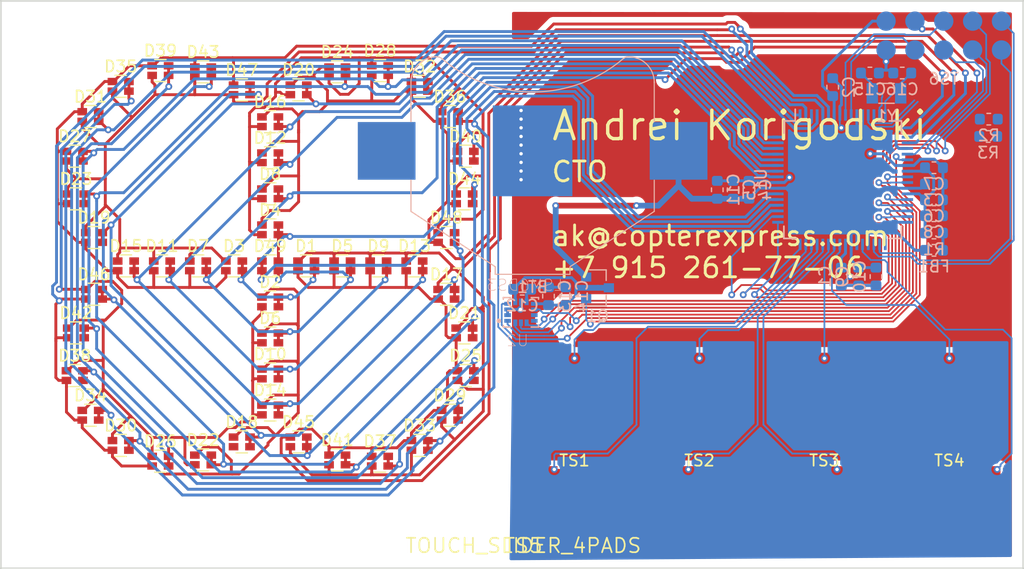
<source format=kicad_pcb>
(kicad_pcb (version 20171130) (host pcbnew 5.0.2+dfsg1-1~bpo9+1)
  (layers (0 F.Cu signal) (31 B.Cu signal) (34 B.Paste user hide) (35 F.Paste user hide) (36 B.SilkS user hide) (37 F.SilkS user) (38 B.Mask user) (39 F.Mask user) (44 Edge.Cuts user))
  (net 0 "")
  (net 1 LED_K0)
  (net 2 LED_K1)
  (net 3 LED_A0)
  (net 4 LED_K3)
  (net 5 LED_K2)
  (net 6 LED_K4)
  (net 7 LED_K5)
  (net 8 LED_K7)
  (net 9 LED_K6)
  (net 10 LED_K8)
  (net 11 LED_A1)
  (net 12 LED_A2)
  (net 13 LED_A3)
  (net 14 LED_A4)
  (net 15 LED_A5)
  (net 16 LED_A6)
  (net 17 LED_A7)
  (net 18 LED_A8)
  (net 19 VDD)
  (net 20 GND)
  (net 21 N$7)
  (net 22 N$6)
  (net 23 N$13)
  (net 24 N$14)
  (net 25 N$5)
  (net 26 N$19)
  (net 27 N$20)
  (net 28 N$16)
  (net 29 N$15)
  (net 30 N$17)
  (net 31 N$18)
  (net 32 N$12)
  (net 33 N$11)
  (net 34 TOUCH_PAD0)
  (net 35 N$1)
  (net 36 TOUCH_PAD1)
  (net 37 TOUCH_PAD2)
  (net 38 TOUCH_PAD3)
  (net 39 N$21)
  (net 40 N$22)
  (net 41 N$23)
  (net 42 N$8)
  (net 43 N$10)
  (net 44 N$9)
  (net 45 LED_K9)
  (net 46 LED_K10)
  (net 47 LED_K11)
  (net 48 LFXTAL_P)
  (net 49 LFXTAL_N)
  (net 50 IMU_VDD)
  (net 51 N$24)
  (net 52 MCU_AVDD)
  (net 53 N$2)
  (net 54 N$25)
  (module footprints:LED_DUAL_0606 (layer F.Cu) (at 126.884 103.351)
    (fp_text reference D1 (at 0 -1.75) (layer F.SilkS))
    (fp_text value LED_Dual_AACC)
    (pad 3 smd rect (at 0.725 -0.425) (size 0.85 0.65) (layers F.Cu F.Paste F.Mask) (net 1 LED_K0))
    (pad 4 smd rect (at 0.725 0.425) (size 0.85 0.65) (layers F.Cu F.Paste F.Mask) (net 1 LED_K0))
    (pad 2 smd rect (at -0.725 0.425) (size 0.85 0.65) (layers F.Cu F.Paste F.Mask) (net 11 LED_A1))
    (pad 1 smd rect (at -0.725 -0.425) (size 0.85 0.65) (layers F.Cu F.Paste F.Mask) (net 3 LED_A0))
  )
  (module footprints:LED_DUAL_0606 (layer F.Cu) (at 123.709 106.526)
    (fp_text reference D2 (at 0 -1.75) (layer F.SilkS))
    (fp_text value LED_Dual_AACC)
    (pad 3 smd rect (at 0.725 -0.425) (size 0.85 0.65) (layers F.Cu F.Paste F.Mask) (net 1 LED_K0))
    (pad 4 smd rect (at 0.725 0.425) (size 0.85 0.65) (layers F.Cu F.Paste F.Mask) (net 1 LED_K0))
    (pad 2 smd rect (at -0.725 0.425) (size 0.85 0.65) (layers F.Cu F.Paste F.Mask) (net 13 LED_A3))
    (pad 1 smd rect (at -0.725 -0.425) (size 0.85 0.65) (layers F.Cu F.Paste F.Mask) (net 12 LED_A2))
  )
  (module footprints:LED_DUAL_0606 (layer F.Cu) (at 120.534 103.351)
    (fp_text reference D3 (at 0 -1.75) (layer F.SilkS))
    (fp_text value LED_Dual_AACC)
    (pad 3 smd rect (at 0.725 -0.425) (size 0.85 0.65) (layers F.Cu F.Paste F.Mask) (net 1 LED_K0))
    (pad 4 smd rect (at 0.725 0.425) (size 0.85 0.65) (layers F.Cu F.Paste F.Mask) (net 1 LED_K0))
    (pad 2 smd rect (at -0.725 0.425) (size 0.85 0.65) (layers F.Cu F.Paste F.Mask) (net 15 LED_A5))
    (pad 1 smd rect (at -0.725 -0.425) (size 0.85 0.65) (layers F.Cu F.Paste F.Mask) (net 14 LED_A4))
  )
  (module footprints:LED_DUAL_0606 (layer F.Cu) (at 123.709 100.176)
    (fp_text reference D4 (at 0 -1.75) (layer F.SilkS))
    (fp_text value LED_Dual_AACC)
    (pad 3 smd rect (at 0.725 -0.425) (size 0.85 0.65) (layers F.Cu F.Paste F.Mask) (net 1 LED_K0))
    (pad 4 smd rect (at 0.725 0.425) (size 0.85 0.65) (layers F.Cu F.Paste F.Mask) (net 1 LED_K0))
    (pad 2 smd rect (at -0.725 0.425) (size 0.85 0.65) (layers F.Cu F.Paste F.Mask) (net 17 LED_A7))
    (pad 1 smd rect (at -0.725 -0.425) (size 0.85 0.65) (layers F.Cu F.Paste F.Mask) (net 16 LED_A6))
  )
  (module footprints:LED_DUAL_0606 (layer F.Cu) (at 130.059 103.351)
    (fp_text reference D5 (at 0 -1.75) (layer F.SilkS))
    (fp_text value LED_Dual_AACC)
    (pad 3 smd rect (at 0.725 -0.425) (size 0.85 0.65) (layers F.Cu F.Paste F.Mask) (net 2 LED_K1))
    (pad 4 smd rect (at 0.725 0.425) (size 0.85 0.65) (layers F.Cu F.Paste F.Mask) (net 2 LED_K1))
    (pad 2 smd rect (at -0.725 0.425) (size 0.85 0.65) (layers F.Cu F.Paste F.Mask) (net 11 LED_A1))
    (pad 1 smd rect (at -0.725 -0.425) (size 0.85 0.65) (layers F.Cu F.Paste F.Mask) (net 3 LED_A0))
  )
  (module footprints:LED_DUAL_0606 (layer F.Cu) (at 123.709 109.701)
    (fp_text reference D6 (at 0 -1.75) (layer F.SilkS))
    (fp_text value LED_Dual_AACC)
    (pad 3 smd rect (at 0.725 -0.425) (size 0.85 0.65) (layers F.Cu F.Paste F.Mask) (net 2 LED_K1))
    (pad 4 smd rect (at 0.725 0.425) (size 0.85 0.65) (layers F.Cu F.Paste F.Mask) (net 2 LED_K1))
    (pad 2 smd rect (at -0.725 0.425) (size 0.85 0.65) (layers F.Cu F.Paste F.Mask) (net 13 LED_A3))
    (pad 1 smd rect (at -0.725 -0.425) (size 0.85 0.65) (layers F.Cu F.Paste F.Mask) (net 12 LED_A2))
  )
  (module footprints:LED_DUAL_0606 (layer F.Cu) (at 117.359 103.351)
    (fp_text reference D7 (at 0 -1.75) (layer F.SilkS))
    (fp_text value LED_Dual_AACC)
    (pad 3 smd rect (at 0.725 -0.425) (size 0.85 0.65) (layers F.Cu F.Paste F.Mask) (net 2 LED_K1))
    (pad 4 smd rect (at 0.725 0.425) (size 0.85 0.65) (layers F.Cu F.Paste F.Mask) (net 2 LED_K1))
    (pad 2 smd rect (at -0.725 0.425) (size 0.85 0.65) (layers F.Cu F.Paste F.Mask) (net 15 LED_A5))
    (pad 1 smd rect (at -0.725 -0.425) (size 0.85 0.65) (layers F.Cu F.Paste F.Mask) (net 14 LED_A4))
  )
  (module footprints:LED_DUAL_0606 (layer F.Cu) (at 123.709 97.001)
    (fp_text reference D8 (at 0 -1.75) (layer F.SilkS))
    (fp_text value LED_Dual_AACC)
    (pad 3 smd rect (at 0.725 -0.425) (size 0.85 0.65) (layers F.Cu F.Paste F.Mask) (net 2 LED_K1))
    (pad 4 smd rect (at 0.725 0.425) (size 0.85 0.65) (layers F.Cu F.Paste F.Mask) (net 2 LED_K1))
    (pad 2 smd rect (at -0.725 0.425) (size 0.85 0.65) (layers F.Cu F.Paste F.Mask) (net 17 LED_A7))
    (pad 1 smd rect (at -0.725 -0.425) (size 0.85 0.65) (layers F.Cu F.Paste F.Mask) (net 16 LED_A6))
  )
  (module footprints:LED_DUAL_0606 (layer F.Cu) (at 133.234 103.351)
    (fp_text reference D9 (at 0 -1.75) (layer F.SilkS))
    (fp_text value LED_Dual_AACC)
    (pad 3 smd rect (at 0.725 -0.425) (size 0.85 0.65) (layers F.Cu F.Paste F.Mask) (net 5 LED_K2))
    (pad 4 smd rect (at 0.725 0.425) (size 0.85 0.65) (layers F.Cu F.Paste F.Mask) (net 5 LED_K2))
    (pad 2 smd rect (at -0.725 0.425) (size 0.85 0.65) (layers F.Cu F.Paste F.Mask) (net 11 LED_A1))
    (pad 1 smd rect (at -0.725 -0.425) (size 0.85 0.65) (layers F.Cu F.Paste F.Mask) (net 3 LED_A0))
  )
  (module footprints:LED_DUAL_0606 (layer F.Cu) (at 123.709 112.875999)
    (fp_text reference D10 (at 0 -1.75) (layer F.SilkS))
    (fp_text value LED_Dual_AACC)
    (pad 3 smd rect (at 0.725 -0.425) (size 0.85 0.65) (layers F.Cu F.Paste F.Mask) (net 5 LED_K2))
    (pad 4 smd rect (at 0.725 0.425) (size 0.85 0.65) (layers F.Cu F.Paste F.Mask) (net 5 LED_K2))
    (pad 2 smd rect (at -0.725 0.425) (size 0.85 0.65) (layers F.Cu F.Paste F.Mask) (net 13 LED_A3))
    (pad 1 smd rect (at -0.725 -0.425) (size 0.85 0.65) (layers F.Cu F.Paste F.Mask) (net 12 LED_A2))
  )
  (module footprints:LED_DUAL_0606 (layer F.Cu) (at 114.184 103.351)
    (fp_text reference D11 (at 0 -1.75) (layer F.SilkS))
    (fp_text value LED_Dual_AACC)
    (pad 3 smd rect (at 0.725 -0.425) (size 0.85 0.65) (layers F.Cu F.Paste F.Mask) (net 5 LED_K2))
    (pad 4 smd rect (at 0.725 0.425) (size 0.85 0.65) (layers F.Cu F.Paste F.Mask) (net 5 LED_K2))
    (pad 2 smd rect (at -0.725 0.425) (size 0.85 0.65) (layers F.Cu F.Paste F.Mask) (net 15 LED_A5))
    (pad 1 smd rect (at -0.725 -0.425) (size 0.85 0.65) (layers F.Cu F.Paste F.Mask) (net 14 LED_A4))
  )
  (module footprints:LED_DUAL_0606 (layer F.Cu) (at 123.709 93.826)
    (fp_text reference D12 (at 0 -1.75) (layer F.SilkS))
    (fp_text value LED_Dual_AACC)
    (pad 3 smd rect (at 0.725 -0.425) (size 0.85 0.65) (layers F.Cu F.Paste F.Mask) (net 5 LED_K2))
    (pad 4 smd rect (at 0.725 0.425) (size 0.85 0.65) (layers F.Cu F.Paste F.Mask) (net 5 LED_K2))
    (pad 2 smd rect (at -0.725 0.425) (size 0.85 0.65) (layers F.Cu F.Paste F.Mask) (net 17 LED_A7))
    (pad 1 smd rect (at -0.725 -0.425) (size 0.85 0.65) (layers F.Cu F.Paste F.Mask) (net 16 LED_A6))
  )
  (module footprints:LED_DUAL_0606 (layer F.Cu) (at 136.409 103.351)
    (fp_text reference D13 (at 0 -1.75) (layer F.SilkS))
    (fp_text value LED_Dual_AACC)
    (pad 3 smd rect (at 0.725 -0.425) (size 0.85 0.65) (layers F.Cu F.Paste F.Mask) (net 4 LED_K3))
    (pad 4 smd rect (at 0.725 0.425) (size 0.85 0.65) (layers F.Cu F.Paste F.Mask) (net 4 LED_K3))
    (pad 2 smd rect (at -0.725 0.425) (size 0.85 0.65) (layers F.Cu F.Paste F.Mask) (net 11 LED_A1))
    (pad 1 smd rect (at -0.725 -0.425) (size 0.85 0.65) (layers F.Cu F.Paste F.Mask) (net 3 LED_A0))
  )
  (module footprints:LED_DUAL_0606 (layer F.Cu) (at 123.709 116.051)
    (fp_text reference D14 (at 0 -1.75) (layer F.SilkS))
    (fp_text value LED_Dual_AACC)
    (pad 3 smd rect (at 0.725 -0.425) (size 0.85 0.65) (layers F.Cu F.Paste F.Mask) (net 4 LED_K3))
    (pad 4 smd rect (at 0.725 0.425) (size 0.85 0.65) (layers F.Cu F.Paste F.Mask) (net 4 LED_K3))
    (pad 2 smd rect (at -0.725 0.425) (size 0.85 0.65) (layers F.Cu F.Paste F.Mask) (net 13 LED_A3))
    (pad 1 smd rect (at -0.725 -0.425) (size 0.85 0.65) (layers F.Cu F.Paste F.Mask) (net 12 LED_A2))
  )
  (module footprints:LED_DUAL_0606 (layer F.Cu) (at 111.009 103.351)
    (fp_text reference D15 (at 0 -1.75) (layer F.SilkS))
    (fp_text value LED_Dual_AACC)
    (pad 3 smd rect (at 0.725 -0.425) (size 0.85 0.65) (layers F.Cu F.Paste F.Mask) (net 4 LED_K3))
    (pad 4 smd rect (at 0.725 0.425) (size 0.85 0.65) (layers F.Cu F.Paste F.Mask) (net 4 LED_K3))
    (pad 2 smd rect (at -0.725 0.425) (size 0.85 0.65) (layers F.Cu F.Paste F.Mask) (net 15 LED_A5))
    (pad 1 smd rect (at -0.725 -0.425) (size 0.85 0.65) (layers F.Cu F.Paste F.Mask) (net 14 LED_A4))
  )
  (module footprints:LED_DUAL_0606 (layer F.Cu) (at 123.709 90.651)
    (fp_text reference D16 (at 0 -1.75) (layer F.SilkS))
    (fp_text value LED_Dual_AACC)
    (pad 3 smd rect (at 0.725 -0.425) (size 0.85 0.65) (layers F.Cu F.Paste F.Mask) (net 4 LED_K3))
    (pad 4 smd rect (at 0.725 0.425) (size 0.85 0.65) (layers F.Cu F.Paste F.Mask) (net 4 LED_K3))
    (pad 2 smd rect (at -0.725 0.425) (size 0.85 0.65) (layers F.Cu F.Paste F.Mask) (net 17 LED_A7))
    (pad 1 smd rect (at -0.725 -0.425) (size 0.85 0.65) (layers F.Cu F.Paste F.Mask) (net 16 LED_A6))
  )
  (module footprints:LED_DUAL_0606 (layer F.Cu) (at 139.217852 105.850666)
    (fp_text reference D17 (at 0 -1.75) (layer F.SilkS))
    (fp_text value LED_Dual_AACC)
    (pad 3 smd rect (at 0.725 -0.425) (size 0.85 0.65) (layers F.Cu F.Paste F.Mask) (net 6 LED_K4))
    (pad 4 smd rect (at 0.725 0.425) (size 0.85 0.65) (layers F.Cu F.Paste F.Mask) (net 6 LED_K4))
    (pad 2 smd rect (at -0.725 0.425) (size 0.85 0.65) (layers F.Cu F.Paste F.Mask) (net 11 LED_A1))
    (pad 1 smd rect (at -0.725 -0.425) (size 0.85 0.65) (layers F.Cu F.Paste F.Mask) (net 3 LED_A0))
  )
  (module footprints:LED_DUAL_0606 (layer F.Cu) (at 121.209333 118.859852)
    (fp_text reference D18 (at 0 -1.75) (layer F.SilkS))
    (fp_text value LED_Dual_AACC)
    (pad 3 smd rect (at 0.725 -0.425) (size 0.85 0.65) (layers F.Cu F.Paste F.Mask) (net 6 LED_K4))
    (pad 4 smd rect (at 0.725 0.425) (size 0.85 0.65) (layers F.Cu F.Paste F.Mask) (net 6 LED_K4))
    (pad 2 smd rect (at -0.725 0.425) (size 0.85 0.65) (layers F.Cu F.Paste F.Mask) (net 13 LED_A3))
    (pad 1 smd rect (at -0.725 -0.425) (size 0.85 0.65) (layers F.Cu F.Paste F.Mask) (net 12 LED_A2))
  )
  (module footprints:LED_DUAL_0606 (layer F.Cu) (at 108.200147 100.851333)
    (fp_text reference D19 (at 0 -1.75) (layer F.SilkS))
    (fp_text value LED_Dual_AACC)
    (pad 3 smd rect (at 0.725 -0.425) (size 0.85 0.65) (layers F.Cu F.Paste F.Mask) (net 6 LED_K4))
    (pad 4 smd rect (at 0.725 0.425) (size 0.85 0.65) (layers F.Cu F.Paste F.Mask) (net 6 LED_K4))
    (pad 2 smd rect (at -0.725 0.425) (size 0.85 0.65) (layers F.Cu F.Paste F.Mask) (net 15 LED_A5))
    (pad 1 smd rect (at -0.725 -0.425) (size 0.85 0.65) (layers F.Cu F.Paste F.Mask) (net 14 LED_A4))
  )
  (module footprints:LED_DUAL_0606 (layer F.Cu) (at 126.208666 87.842147)
    (fp_text reference D20 (at 0 -1.75) (layer F.SilkS))
    (fp_text value LED_Dual_AACC)
    (pad 3 smd rect (at 0.725 -0.425) (size 0.85 0.65) (layers F.Cu F.Paste F.Mask) (net 6 LED_K4))
    (pad 4 smd rect (at 0.725 0.425) (size 0.85 0.65) (layers F.Cu F.Paste F.Mask) (net 6 LED_K4))
    (pad 2 smd rect (at -0.725 0.425) (size 0.85 0.65) (layers F.Cu F.Paste F.Mask) (net 17 LED_A7))
    (pad 1 smd rect (at -0.725 -0.425) (size 0.85 0.65) (layers F.Cu F.Paste F.Mask) (net 16 LED_A6))
  )
  (module footprints:LED_DUAL_0606 (layer F.Cu) (at 140.806919 109.258431)
    (fp_text reference D21 (at 0 -1.75) (layer F.SilkS))
    (fp_text value LED_Dual_AACC)
    (pad 3 smd rect (at 0.725 -0.425) (size 0.85 0.65) (layers F.Cu F.Paste F.Mask) (net 7 LED_K5))
    (pad 4 smd rect (at 0.725 0.425) (size 0.85 0.65) (layers F.Cu F.Paste F.Mask) (net 7 LED_K5))
    (pad 2 smd rect (at -0.725 0.425) (size 0.85 0.65) (layers F.Cu F.Paste F.Mask) (net 11 LED_A1))
    (pad 1 smd rect (at -0.725 -0.425) (size 0.85 0.65) (layers F.Cu F.Paste F.Mask) (net 3 LED_A0))
  )
  (module footprints:LED_DUAL_0606 (layer F.Cu) (at 117.801568 120.448919)
    (fp_text reference D22 (at 0 -1.75) (layer F.SilkS))
    (fp_text value LED_Dual_AACC)
    (pad 3 smd rect (at 0.725 -0.425) (size 0.85 0.65) (layers F.Cu F.Paste F.Mask) (net 7 LED_K5))
    (pad 4 smd rect (at 0.725 0.425) (size 0.85 0.65) (layers F.Cu F.Paste F.Mask) (net 7 LED_K5))
    (pad 2 smd rect (at -0.725 0.425) (size 0.85 0.65) (layers F.Cu F.Paste F.Mask) (net 13 LED_A3))
    (pad 1 smd rect (at -0.725 -0.425) (size 0.85 0.65) (layers F.Cu F.Paste F.Mask) (net 12 LED_A2))
  )
  (module footprints:LED_DUAL_0606 (layer F.Cu) (at 106.61108 97.443568)
    (fp_text reference D23 (at 0 -1.75) (layer F.SilkS))
    (fp_text value LED_Dual_AACC)
    (pad 3 smd rect (at 0.725 -0.425) (size 0.85 0.65) (layers F.Cu F.Paste F.Mask) (net 7 LED_K5))
    (pad 4 smd rect (at 0.725 0.425) (size 0.85 0.65) (layers F.Cu F.Paste F.Mask) (net 7 LED_K5))
    (pad 2 smd rect (at -0.725 0.425) (size 0.85 0.65) (layers F.Cu F.Paste F.Mask) (net 15 LED_A5))
    (pad 1 smd rect (at -0.725 -0.425) (size 0.85 0.65) (layers F.Cu F.Paste F.Mask) (net 14 LED_A4))
  )
  (module footprints:LED_DUAL_0606 (layer F.Cu) (at 129.616431 86.25308)
    (fp_text reference D24 (at 0 -1.75) (layer F.SilkS))
    (fp_text value LED_Dual_AACC)
    (pad 3 smd rect (at 0.725 -0.425) (size 0.85 0.65) (layers F.Cu F.Paste F.Mask) (net 7 LED_K5))
    (pad 4 smd rect (at 0.725 0.425) (size 0.85 0.65) (layers F.Cu F.Paste F.Mask) (net 7 LED_K5))
    (pad 2 smd rect (at -0.725 0.425) (size 0.85 0.65) (layers F.Cu F.Paste F.Mask) (net 17 LED_A7))
    (pad 1 smd rect (at -0.725 -0.425) (size 0.85 0.65) (layers F.Cu F.Paste F.Mask) (net 16 LED_A6))
  )
  (module footprints:LED_DUAL_0606 (layer F.Cu) (at 140.916279 113.016892)
    (fp_text reference D25 (at 0 -1.75) (layer F.SilkS))
    (fp_text value LED_Dual_AACC)
    (pad 3 smd rect (at 0.725 -0.425) (size 0.85 0.65) (layers F.Cu F.Paste F.Mask) (net 9 LED_K6))
    (pad 4 smd rect (at 0.725 0.425) (size 0.85 0.65) (layers F.Cu F.Paste F.Mask) (net 9 LED_K6))
    (pad 2 smd rect (at -0.725 0.425) (size 0.85 0.65) (layers F.Cu F.Paste F.Mask) (net 3 LED_A0))
    (pad 1 smd rect (at -0.725 -0.425) (size 0.85 0.65) (layers F.Cu F.Paste F.Mask) (net 11 LED_A1))
  )
  (module footprints:LED_DUAL_0606 (layer F.Cu) (at 114.043107 120.558279)
    (fp_text reference D26 (at 0 -1.75) (layer F.SilkS))
    (fp_text value LED_Dual_AACC)
    (pad 3 smd rect (at 0.725 -0.425) (size 0.85 0.65) (layers F.Cu F.Paste F.Mask) (net 9 LED_K6))
    (pad 4 smd rect (at 0.725 0.425) (size 0.85 0.65) (layers F.Cu F.Paste F.Mask) (net 9 LED_K6))
    (pad 2 smd rect (at -0.725 0.425) (size 0.85 0.65) (layers F.Cu F.Paste F.Mask) (net 12 LED_A2))
    (pad 1 smd rect (at -0.725 -0.425) (size 0.85 0.65) (layers F.Cu F.Paste F.Mask) (net 13 LED_A3))
  )
  (module footprints:LED_DUAL_0606 (layer F.Cu) (at 106.50172 93.685107)
    (fp_text reference D27 (at 0 -1.75) (layer F.SilkS))
    (fp_text value LED_Dual_AACC)
    (pad 3 smd rect (at 0.725 -0.425) (size 0.85 0.65) (layers F.Cu F.Paste F.Mask) (net 9 LED_K6))
    (pad 4 smd rect (at 0.725 0.425) (size 0.85 0.65) (layers F.Cu F.Paste F.Mask) (net 9 LED_K6))
    (pad 2 smd rect (at -0.725 0.425) (size 0.85 0.65) (layers F.Cu F.Paste F.Mask) (net 14 LED_A4))
    (pad 1 smd rect (at -0.725 -0.425) (size 0.85 0.65) (layers F.Cu F.Paste F.Mask) (net 15 LED_A5))
  )
  (module footprints:LED_DUAL_0606 (layer F.Cu) (at 133.374892 86.14372)
    (fp_text reference D28 (at 0 -1.75) (layer F.SilkS))
    (fp_text value LED_Dual_AACC)
    (pad 3 smd rect (at 0.725 -0.425) (size 0.85 0.65) (layers F.Cu F.Paste F.Mask) (net 9 LED_K6))
    (pad 4 smd rect (at 0.725 0.425) (size 0.85 0.65) (layers F.Cu F.Paste F.Mask) (net 9 LED_K6))
    (pad 2 smd rect (at -0.725 0.425) (size 0.85 0.65) (layers F.Cu F.Paste F.Mask) (net 16 LED_A6))
    (pad 1 smd rect (at -0.725 -0.425) (size 0.85 0.65) (layers F.Cu F.Paste F.Mask) (net 17 LED_A7))
  )
  (module footprints:LED_DUAL_0606 (layer F.Cu) (at 139.528045 116.511287)
    (fp_text reference D29 (at 0 -1.75) (layer F.SilkS))
    (fp_text value LED_Dual_AACC)
    (pad 3 smd rect (at 0.725 -0.425) (size 0.85 0.65) (layers F.Cu F.Paste F.Mask) (net 8 LED_K7))
    (pad 4 smd rect (at 0.725 0.425) (size 0.85 0.65) (layers F.Cu F.Paste F.Mask) (net 8 LED_K7))
    (pad 2 smd rect (at -0.725 0.425) (size 0.85 0.65) (layers F.Cu F.Paste F.Mask) (net 3 LED_A0))
    (pad 1 smd rect (at -0.725 -0.425) (size 0.85 0.65) (layers F.Cu F.Paste F.Mask) (net 11 LED_A1))
  )
  (module footprints:LED_DUAL_0606 (layer F.Cu) (at 110.548712 119.170045)
    (fp_text reference D30 (at 0 -1.75) (layer F.SilkS))
    (fp_text value LED_Dual_AACC)
    (pad 3 smd rect (at 0.725 -0.425) (size 0.85 0.65) (layers F.Cu F.Paste F.Mask) (net 8 LED_K7))
    (pad 4 smd rect (at 0.725 0.425) (size 0.85 0.65) (layers F.Cu F.Paste F.Mask) (net 8 LED_K7))
    (pad 2 smd rect (at -0.725 0.425) (size 0.85 0.65) (layers F.Cu F.Paste F.Mask) (net 12 LED_A2))
    (pad 1 smd rect (at -0.725 -0.425) (size 0.85 0.65) (layers F.Cu F.Paste F.Mask) (net 13 LED_A3))
  )
  (module footprints:LED_DUAL_0606 (layer F.Cu) (at 107.889954 90.190712)
    (fp_text reference D31 (at 0 -1.75) (layer F.SilkS))
    (fp_text value LED_Dual_AACC)
    (pad 3 smd rect (at 0.725 -0.425) (size 0.85 0.65) (layers F.Cu F.Paste F.Mask) (net 8 LED_K7))
    (pad 4 smd rect (at 0.725 0.425) (size 0.85 0.65) (layers F.Cu F.Paste F.Mask) (net 8 LED_K7))
    (pad 2 smd rect (at -0.725 0.425) (size 0.85 0.65) (layers F.Cu F.Paste F.Mask) (net 14 LED_A4))
    (pad 1 smd rect (at -0.725 -0.425) (size 0.85 0.65) (layers F.Cu F.Paste F.Mask) (net 15 LED_A5))
  )
  (module footprints:LED_DUAL_0606 (layer F.Cu) (at 136.869287 87.531954)
    (fp_text reference D32 (at 0 -1.75) (layer F.SilkS))
    (fp_text value LED_Dual_AACC)
    (pad 3 smd rect (at 0.725 -0.425) (size 0.85 0.65) (layers F.Cu F.Paste F.Mask) (net 8 LED_K7))
    (pad 4 smd rect (at 0.725 0.425) (size 0.85 0.65) (layers F.Cu F.Paste F.Mask) (net 8 LED_K7))
    (pad 2 smd rect (at -0.725 0.425) (size 0.85 0.65) (layers F.Cu F.Paste F.Mask) (net 16 LED_A6))
    (pad 1 smd rect (at -0.725 -0.425) (size 0.85 0.65) (layers F.Cu F.Paste F.Mask) (net 17 LED_A7))
  )
  (module footprints:LED_DUAL_0606 (layer F.Cu) (at 136.869287 119.170045)
    (fp_text reference D33 (at 0 -1.75) (layer F.SilkS))
    (fp_text value LED_Dual_AACC)
    (pad 3 smd rect (at 0.725 -0.425) (size 0.85 0.65) (layers F.Cu F.Paste F.Mask) (net 10 LED_K8))
    (pad 4 smd rect (at 0.725 0.425) (size 0.85 0.65) (layers F.Cu F.Paste F.Mask) (net 10 LED_K8))
    (pad 2 smd rect (at -0.725 0.425) (size 0.85 0.65) (layers F.Cu F.Paste F.Mask) (net 3 LED_A0))
    (pad 1 smd rect (at -0.725 -0.425) (size 0.85 0.65) (layers F.Cu F.Paste F.Mask) (net 11 LED_A1))
  )
  (module footprints:LED_DUAL_0606 (layer F.Cu) (at 107.889954 116.511287)
    (fp_text reference D34 (at 0 -1.75) (layer F.SilkS))
    (fp_text value LED_Dual_AACC)
    (pad 3 smd rect (at 0.725 -0.425) (size 0.85 0.65) (layers F.Cu F.Paste F.Mask) (net 10 LED_K8))
    (pad 4 smd rect (at 0.725 0.425) (size 0.85 0.65) (layers F.Cu F.Paste F.Mask) (net 10 LED_K8))
    (pad 2 smd rect (at -0.725 0.425) (size 0.85 0.65) (layers F.Cu F.Paste F.Mask) (net 12 LED_A2))
    (pad 1 smd rect (at -0.725 -0.425) (size 0.85 0.65) (layers F.Cu F.Paste F.Mask) (net 13 LED_A3))
  )
  (module footprints:LED_DUAL_0606 (layer F.Cu) (at 110.548712 87.531954)
    (fp_text reference D35 (at 0 -1.75) (layer F.SilkS))
    (fp_text value LED_Dual_AACC)
    (pad 3 smd rect (at 0.725 -0.425) (size 0.85 0.65) (layers F.Cu F.Paste F.Mask) (net 10 LED_K8))
    (pad 4 smd rect (at 0.725 0.425) (size 0.85 0.65) (layers F.Cu F.Paste F.Mask) (net 10 LED_K8))
    (pad 2 smd rect (at -0.725 0.425) (size 0.85 0.65) (layers F.Cu F.Paste F.Mask) (net 14 LED_A4))
    (pad 1 smd rect (at -0.725 -0.425) (size 0.85 0.65) (layers F.Cu F.Paste F.Mask) (net 15 LED_A5))
  )
  (module footprints:LED_DUAL_0606 (layer F.Cu) (at 139.528045 90.190712)
    (fp_text reference D36 (at 0 -1.75) (layer F.SilkS))
    (fp_text value LED_Dual_AACC)
    (pad 3 smd rect (at 0.725 -0.425) (size 0.85 0.65) (layers F.Cu F.Paste F.Mask) (net 10 LED_K8))
    (pad 4 smd rect (at 0.725 0.425) (size 0.85 0.65) (layers F.Cu F.Paste F.Mask) (net 10 LED_K8))
    (pad 2 smd rect (at -0.725 0.425) (size 0.85 0.65) (layers F.Cu F.Paste F.Mask) (net 16 LED_A6))
    (pad 1 smd rect (at -0.725 -0.425) (size 0.85 0.65) (layers F.Cu F.Paste F.Mask) (net 17 LED_A7))
  )
  (module footprints:LED_DUAL_0606 (layer F.Cu) (at 133.374892 120.558279)
    (fp_text reference D37 (at 0 -1.75) (layer F.SilkS))
    (fp_text value LED_Dual_AACC)
    (pad 3 smd rect (at 0.725 -0.425) (size 0.85 0.65) (layers F.Cu F.Paste F.Mask) (net 45 LED_K9))
    (pad 4 smd rect (at 0.725 0.425) (size 0.85 0.65) (layers F.Cu F.Paste F.Mask) (net 45 LED_K9))
    (pad 2 smd rect (at -0.725 0.425) (size 0.85 0.65) (layers F.Cu F.Paste F.Mask) (net 3 LED_A0))
    (pad 1 smd rect (at -0.725 -0.425) (size 0.85 0.65) (layers F.Cu F.Paste F.Mask) (net 11 LED_A1))
  )
  (module footprints:LED_DUAL_0606 (layer F.Cu) (at 106.50172 113.016892)
    (fp_text reference D38 (at 0 -1.75) (layer F.SilkS))
    (fp_text value LED_Dual_AACC)
    (pad 3 smd rect (at 0.725 -0.425) (size 0.85 0.65) (layers F.Cu F.Paste F.Mask) (net 45 LED_K9))
    (pad 4 smd rect (at 0.725 0.425) (size 0.85 0.65) (layers F.Cu F.Paste F.Mask) (net 45 LED_K9))
    (pad 2 smd rect (at -0.725 0.425) (size 0.85 0.65) (layers F.Cu F.Paste F.Mask) (net 12 LED_A2))
    (pad 1 smd rect (at -0.725 -0.425) (size 0.85 0.65) (layers F.Cu F.Paste F.Mask) (net 13 LED_A3))
  )
  (module footprints:LED_DUAL_0606 (layer F.Cu) (at 114.043107 86.14372)
    (fp_text reference D39 (at 0 -1.75) (layer F.SilkS))
    (fp_text value LED_Dual_AACC)
    (pad 3 smd rect (at 0.725 -0.425) (size 0.85 0.65) (layers F.Cu F.Paste F.Mask) (net 45 LED_K9))
    (pad 4 smd rect (at 0.725 0.425) (size 0.85 0.65) (layers F.Cu F.Paste F.Mask) (net 45 LED_K9))
    (pad 2 smd rect (at -0.725 0.425) (size 0.85 0.65) (layers F.Cu F.Paste F.Mask) (net 14 LED_A4))
    (pad 1 smd rect (at -0.725 -0.425) (size 0.85 0.65) (layers F.Cu F.Paste F.Mask) (net 15 LED_A5))
  )
  (module footprints:LED_DUAL_0606 (layer F.Cu) (at 140.916279 93.685107)
    (fp_text reference D40 (at 0 -1.75) (layer F.SilkS))
    (fp_text value LED_Dual_AACC)
    (pad 3 smd rect (at 0.725 -0.425) (size 0.85 0.65) (layers F.Cu F.Paste F.Mask) (net 45 LED_K9))
    (pad 4 smd rect (at 0.725 0.425) (size 0.85 0.65) (layers F.Cu F.Paste F.Mask) (net 45 LED_K9))
    (pad 2 smd rect (at -0.725 0.425) (size 0.85 0.65) (layers F.Cu F.Paste F.Mask) (net 16 LED_A6))
    (pad 1 smd rect (at -0.725 -0.425) (size 0.85 0.65) (layers F.Cu F.Paste F.Mask) (net 17 LED_A7))
  )
  (module footprints:LED_DUAL_0606 (layer F.Cu) (at 129.616431 120.448919)
    (fp_text reference D41 (at 0 -1.75) (layer F.SilkS))
    (fp_text value LED_Dual_AACC)
    (pad 3 smd rect (at 0.725 -0.425) (size 0.85 0.65) (layers F.Cu F.Paste F.Mask) (net 46 LED_K10))
    (pad 4 smd rect (at 0.725 0.425) (size 0.85 0.65) (layers F.Cu F.Paste F.Mask) (net 46 LED_K10))
    (pad 2 smd rect (at -0.725 0.425) (size 0.85 0.65) (layers F.Cu F.Paste F.Mask) (net 3 LED_A0))
    (pad 1 smd rect (at -0.725 -0.425) (size 0.85 0.65) (layers F.Cu F.Paste F.Mask) (net 11 LED_A1))
  )
  (module footprints:LED_DUAL_0606 (layer F.Cu) (at 106.61108 109.258431)
    (fp_text reference D42 (at 0 -1.75) (layer F.SilkS))
    (fp_text value LED_Dual_AACC)
    (pad 3 smd rect (at 0.725 -0.425) (size 0.85 0.65) (layers F.Cu F.Paste F.Mask) (net 46 LED_K10))
    (pad 4 smd rect (at 0.725 0.425) (size 0.85 0.65) (layers F.Cu F.Paste F.Mask) (net 46 LED_K10))
    (pad 2 smd rect (at -0.725 0.425) (size 0.85 0.65) (layers F.Cu F.Paste F.Mask) (net 12 LED_A2))
    (pad 1 smd rect (at -0.725 -0.425) (size 0.85 0.65) (layers F.Cu F.Paste F.Mask) (net 13 LED_A3))
  )
  (module footprints:LED_DUAL_0606 (layer F.Cu) (at 117.801568 86.25308)
    (fp_text reference D43 (at 0 -1.75) (layer F.SilkS))
    (fp_text value LED_Dual_AACC)
    (pad 3 smd rect (at 0.725 -0.425) (size 0.85 0.65) (layers F.Cu F.Paste F.Mask) (net 46 LED_K10))
    (pad 4 smd rect (at 0.725 0.425) (size 0.85 0.65) (layers F.Cu F.Paste F.Mask) (net 46 LED_K10))
    (pad 2 smd rect (at -0.725 0.425) (size 0.85 0.65) (layers F.Cu F.Paste F.Mask) (net 14 LED_A4))
    (pad 1 smd rect (at -0.725 -0.425) (size 0.85 0.65) (layers F.Cu F.Paste F.Mask) (net 15 LED_A5))
  )
  (module footprints:LED_DUAL_0606 (layer F.Cu) (at 140.806919 97.443568)
    (fp_text reference D44 (at 0 -1.75) (layer F.SilkS))
    (fp_text value LED_Dual_AACC)
    (pad 3 smd rect (at 0.725 -0.425) (size 0.85 0.65) (layers F.Cu F.Paste F.Mask) (net 46 LED_K10))
    (pad 4 smd rect (at 0.725 0.425) (size 0.85 0.65) (layers F.Cu F.Paste F.Mask) (net 46 LED_K10))
    (pad 2 smd rect (at -0.725 0.425) (size 0.85 0.65) (layers F.Cu F.Paste F.Mask) (net 16 LED_A6))
    (pad 1 smd rect (at -0.725 -0.425) (size 0.85 0.65) (layers F.Cu F.Paste F.Mask) (net 17 LED_A7))
  )
  (module footprints:LED_DUAL_0606 (layer F.Cu) (at 126.208666 118.859852)
    (fp_text reference D45 (at 0 -1.75) (layer F.SilkS))
    (fp_text value LED_Dual_AACC)
    (pad 3 smd rect (at 0.725 -0.425) (size 0.85 0.65) (layers F.Cu F.Paste F.Mask) (net 47 LED_K11))
    (pad 4 smd rect (at 0.725 0.425) (size 0.85 0.65) (layers F.Cu F.Paste F.Mask) (net 47 LED_K11))
    (pad 2 smd rect (at -0.725 0.425) (size 0.85 0.65) (layers F.Cu F.Paste F.Mask) (net 3 LED_A0))
    (pad 1 smd rect (at -0.725 -0.425) (size 0.85 0.65) (layers F.Cu F.Paste F.Mask) (net 11 LED_A1))
  )
  (module footprints:LED_DUAL_0606 (layer F.Cu) (at 108.200147 105.850666)
    (fp_text reference D46 (at 0 -1.75) (layer F.SilkS))
    (fp_text value LED_Dual_AACC)
    (pad 3 smd rect (at 0.725 -0.425) (size 0.85 0.65) (layers F.Cu F.Paste F.Mask) (net 47 LED_K11))
    (pad 4 smd rect (at 0.725 0.425) (size 0.85 0.65) (layers F.Cu F.Paste F.Mask) (net 47 LED_K11))
    (pad 2 smd rect (at -0.725 0.425) (size 0.85 0.65) (layers F.Cu F.Paste F.Mask) (net 12 LED_A2))
    (pad 1 smd rect (at -0.725 -0.425) (size 0.85 0.65) (layers F.Cu F.Paste F.Mask) (net 13 LED_A3))
  )
  (module footprints:LED_DUAL_0606 (layer F.Cu) (at 121.209333 87.842147)
    (fp_text reference D47 (at 0 -1.75) (layer F.SilkS))
    (fp_text value LED_Dual_AACC)
    (pad 3 smd rect (at 0.725 -0.425) (size 0.85 0.65) (layers F.Cu F.Paste F.Mask) (net 47 LED_K11))
    (pad 4 smd rect (at 0.725 0.425) (size 0.85 0.65) (layers F.Cu F.Paste F.Mask) (net 47 LED_K11))
    (pad 2 smd rect (at -0.725 0.425) (size 0.85 0.65) (layers F.Cu F.Paste F.Mask) (net 14 LED_A4))
    (pad 1 smd rect (at -0.725 -0.425) (size 0.85 0.65) (layers F.Cu F.Paste F.Mask) (net 15 LED_A5))
  )
  (module footprints:LED_DUAL_0606 (layer F.Cu) (at 139.217852 100.851333)
    (fp_text reference D48 (at 0 -1.75) (layer F.SilkS))
    (fp_text value LED_Dual_AACC)
    (pad 3 smd rect (at 0.725 -0.425) (size 0.85 0.65) (layers F.Cu F.Paste F.Mask) (net 47 LED_K11))
    (pad 4 smd rect (at 0.725 0.425) (size 0.85 0.65) (layers F.Cu F.Paste F.Mask) (net 47 LED_K11))
    (pad 2 smd rect (at -0.725 0.425) (size 0.85 0.65) (layers F.Cu F.Paste F.Mask) (net 16 LED_A6))
    (pad 1 smd rect (at -0.725 -0.425) (size 0.85 0.65) (layers F.Cu F.Paste F.Mask) (net 17 LED_A7))
  )
  (module footprints:LED_DUAL_0606 (layer F.Cu) (at 123.709 103.351)
    (fp_text reference D49 (at 0 -1.75) (layer F.SilkS))
    (fp_text value LED_Dual_AACC)
    (pad 3 smd rect (at 0.725 -0.425) (size 0.85 0.65) (layers F.Cu F.Paste F.Mask) (net 1 LED_K0))
    (pad 4 smd rect (at 0.725 0.425) (size 0.85 0.65) (layers F.Cu F.Paste F.Mask) (net 2 LED_K1))
    (pad 2 smd rect (at -0.725 0.425) (size 0.85 0.65) (layers F.Cu F.Paste F.Mask) (net 18 LED_A8))
    (pad 1 smd rect (at -0.725 -0.425) (size 0.85 0.65) (layers F.Cu F.Paste F.Mask) (net 18 LED_A8))
  )
  (module Resistor_SMD:R_0603_1608Metric (layer B.Cu) (at 182.1435 100.457)
    (fp_text reference R1 (at 0 1.43) (layer B.SilkS) (effects (justify mirror)))
    (fp_text value 1)
    (pad 1 smd roundrect (at 0.7875 0) (size 0.875 0.95) (layers B.Cu B.Paste B.Mask) (net 53 N$2))
    (pad 2 smd roundrect (at -0.7875 0) (size 0.875 0.95) (layers B.Cu B.Paste B.Mask) (net 52 MCU_AVDD))
  )
  (module Package_QFP:LQFP-64_10x10mm_P0.5mm (layer B.Cu) (at 174.10708 95.75756 270)
    (fp_text reference U1 (at 0 7.2 270) (layer B.SilkS) (effects (justify mirror)))
    (fp_text value EFM32LG232F64)
    (pad 64 smd rect (at -3.75 5.7 180) (size 1 0.25) (layers B.Cu B.Paste B.Mask) (net 8 LED_K7))
    (pad 63 smd rect (at -3.25 5.7 180) (size 1 0.25) (layers B.Cu B.Paste B.Mask) (net 9 LED_K6))
    (pad 62 smd rect (at -2.75 5.7 180) (size 1 0.25) (layers B.Cu B.Paste B.Mask) (net 7 LED_K5))
    (pad 61 smd rect (at -2.25 5.7 180) (size 1 0.25) (layers B.Cu B.Paste B.Mask) (net 6 LED_K4))
    (pad 60 smd rect (at -1.75 5.7 180) (size 1 0.25) (layers B.Cu B.Paste B.Mask) (net 4 LED_K3))
    (pad 59 smd rect (at -1.25 5.7 180) (size 1 0.25) (layers B.Cu B.Paste B.Mask) (net 5 LED_K2))
    (pad 58 smd rect (at -0.75 5.7 180) (size 1 0.25) (layers B.Cu B.Paste B.Mask) (net 2 LED_K1))
    (pad 57 smd rect (at -0.25 5.7 180) (size 1 0.25) (layers B.Cu B.Paste B.Mask) (net 1 LED_K0))
    (pad 56 smd rect (at 0.25 5.7 180) (size 1 0.25) (layers B.Cu B.Paste B.Mask) (net 20 GND))
    (pad 55 smd rect (at 0.75 5.7 180) (size 1 0.25) (layers B.Cu B.Paste B.Mask) (net 19 VDD))
    (pad 54 smd rect (at 1.25 5.7 180) (size 1 0.25) (layers B.Cu B.Paste B.Mask) (net 47 LED_K11))
    (pad 53 smd rect (at 1.75 5.7 180) (size 1 0.25) (layers B.Cu B.Paste B.Mask) (net 46 LED_K10))
    (pad 52 smd rect (at 2.25 5.7 180) (size 1 0.25) (layers B.Cu B.Paste B.Mask) (net 45 LED_K9))
    (pad 51 smd rect (at 2.75 5.7 180) (size 1 0.25) (layers B.Cu B.Paste B.Mask) (net 10 LED_K8))
    (pad 50 smd rect (at 3.25 5.7 180) (size 1 0.25) (layers B.Cu B.Paste B.Mask) (net 44 N$9))
    (pad 49 smd rect (at 3.75 5.7 180) (size 1 0.25) (layers B.Cu B.Paste B.Mask) (net 43 N$10))
    (pad 48 smd rect (at 5.7 3.75 270) (size 1 0.25) (layers B.Cu B.Paste B.Mask) (net 42 N$8))
    (pad 47 smd rect (at 5.7 3.25 270) (size 1 0.25) (layers B.Cu B.Paste B.Mask) (net 34 TOUCH_PAD0))
    (pad 46 smd rect (at 5.7 2.75 270) (size 1 0.25) (layers B.Cu B.Paste B.Mask) (net 27 N$20))
    (pad 45 smd rect (at 5.7 2.25 270) (size 1 0.25) (layers B.Cu B.Paste B.Mask) (net 36 TOUCH_PAD1))
    (pad 44 smd rect (at 5.7 1.75 270) (size 1 0.25) (layers B.Cu B.Paste B.Mask) (net 39 N$21))
    (pad 43 smd rect (at 5.7 1.25 270) (size 1 0.25) (layers B.Cu B.Paste B.Mask) (net 40 N$22))
    (pad 42 smd rect (at 5.7 0.75 270) (size 1 0.25) (layers B.Cu B.Paste B.Mask) (net 37 TOUCH_PAD2))
    (pad 41 smd rect (at 5.7 0.25 270) (size 1 0.25) (layers B.Cu B.Paste B.Mask) (net 38 TOUCH_PAD3))
    (pad 40 smd rect (at 5.7 -0.25 270) (size 1 0.25) (layers B.Cu B.Paste B.Mask) (net 35 N$1))
    (pad 39 smd rect (at 5.7 -0.75 270) (size 1 0.25) (layers B.Cu B.Paste B.Mask) (net 19 VDD))
    (pad 38 smd rect (at 5.7 -1.25 270) (size 1 0.25) (layers B.Cu B.Paste B.Mask) (net 19 VDD))
    (pad 37 smd rect (at 5.7 -1.75 270) (size 1 0.25) (layers B.Cu B.Paste B.Mask) (net 41 N$23))
    (pad 36 smd rect (at 5.7 -2.25 270) (size 1 0.25) (layers B.Cu B.Paste B.Mask) (net 19 VDD))
    (pad 35 smd rect (at 5.7 -2.75 270) (size 1 0.25) (layers B.Cu B.Paste B.Mask) (net 33 N$11))
    (pad 34 smd rect (at 5.7 -3.25 270) (size 1 0.25) (layers B.Cu B.Paste B.Mask) (net 32 N$12))
    (pad 33 smd rect (at 5.7 -3.75 270) (size 1 0.25) (layers B.Cu B.Paste B.Mask) (net 19 VDD))
    (pad 32 smd rect (at 3.75 -5.7 180) (size 1 0.25) (layers B.Cu B.Paste B.Mask) (net 19 VDD))
    (pad 31 smd rect (at 3.25 -5.7 180) (size 1 0.25) (layers B.Cu B.Paste B.Mask) (net 30 N$17))
    (pad 30 smd rect (at 2.75 -5.7 180) (size 1 0.25) (layers B.Cu B.Paste B.Mask) (net 28 N$16))
    (pad 29 smd rect (at 2.25 -5.7 180) (size 1 0.25) (layers B.Cu B.Paste B.Mask) (net 24 N$14))
    (pad 28 smd rect (at 1.75 -5.7 180) (size 1 0.25) (layers B.Cu B.Paste B.Mask) (net 29 N$15))
    (pad 27 smd rect (at 1.25 -5.7 180) (size 1 0.25) (layers B.Cu B.Paste B.Mask) (net 52 MCU_AVDD))
    (pad 26 smd rect (at 0.75 -5.7 180) (size 1 0.25) (layers B.Cu B.Paste B.Mask) (net 19 VDD))
    (pad 25 smd rect (at 0.25 -5.7 180) (size 1 0.25) (layers B.Cu B.Paste B.Mask) (net 26 N$19))
    (pad 24 smd rect (at -0.25 -5.7 180) (size 1 0.25) (layers B.Cu B.Paste B.Mask) (net 31 N$18))
    (pad 23 smd rect (at -0.75 -5.7 180) (size 1 0.25) (layers B.Cu B.Paste B.Mask) (net 52 MCU_AVDD))
    (pad 22 smd rect (at -1.25 -5.7 180) (size 1 0.25) (layers B.Cu B.Paste B.Mask) (net 20 GND))
    (pad 21 smd rect (at -1.75 -5.7 180) (size 1 0.25) (layers B.Cu B.Paste B.Mask) (net 23 N$13))
    (pad 20 smd rect (at -2.25 -5.7 180) (size 1 0.25) (layers B.Cu B.Paste B.Mask) (net 25 N$5))
    (pad 19 smd rect (at -2.75 -5.7 180) (size 1 0.25) (layers B.Cu B.Paste B.Mask) (net 18 LED_A8))
    (pad 18 smd rect (at -3.25 -5.7 180) (size 1 0.25) (layers B.Cu B.Paste B.Mask) (net 17 LED_A7))
    (pad 17 smd rect (at -3.75 -5.7 180) (size 1 0.25) (layers B.Cu B.Paste B.Mask) (net 16 LED_A6))
    (pad 16 smd rect (at -5.7 -3.75 270) (size 1 0.25) (layers B.Cu B.Paste B.Mask) (net 49 LFXTAL_N))
    (pad 15 smd rect (at -5.7 -3.25 270) (size 1 0.25) (layers B.Cu B.Paste B.Mask) (net 48 LFXTAL_P))
    (pad 14 smd rect (at -5.7 -2.75 270) (size 1 0.25) (layers B.Cu B.Paste B.Mask) (net 54 N$25))
    (pad 13 smd rect (at -5.7 -2.25 270) (size 1 0.25) (layers B.Cu B.Paste B.Mask) (net 51 N$24))
    (pad 12 smd rect (at -5.7 -1.75 270) (size 1 0.25) (layers B.Cu B.Paste B.Mask) (net 19 VDD))
    (pad 11 smd rect (at -5.7 -1.25 270) (size 1 0.25) (layers B.Cu B.Paste B.Mask) (net 19 VDD))
    (pad 10 smd rect (at -5.7 -0.75 270) (size 1 0.25) (layers B.Cu B.Paste B.Mask) (net 22 N$6))
    (pad 9 smd rect (at -5.7 -0.25 270) (size 1 0.25) (layers B.Cu B.Paste B.Mask) (net 21 N$7))
    (pad 8 smd rect (at -5.7 0.25 270) (size 1 0.25) (layers B.Cu B.Paste B.Mask) (net 20 GND))
    (pad 7 smd rect (at -5.7 0.75 270) (size 1 0.25) (layers B.Cu B.Paste B.Mask) (net 19 VDD))
    (pad 6 smd rect (at -5.7 1.25 270) (size 1 0.25) (layers B.Cu B.Paste B.Mask) (net 15 LED_A5))
    (pad 5 smd rect (at -5.7 1.75 270) (size 1 0.25) (layers B.Cu B.Paste B.Mask) (net 14 LED_A4))
    (pad 4 smd rect (at -5.7 2.25 270) (size 1 0.25) (layers B.Cu B.Paste B.Mask) (net 13 LED_A3))
    (pad 3 smd rect (at -5.7 2.75 270) (size 1 0.25) (layers B.Cu B.Paste B.Mask) (net 12 LED_A2))
    (pad 2 smd rect (at -5.7 3.25 270) (size 1 0.25) (layers B.Cu B.Paste B.Mask) (net 11 LED_A1))
    (pad 1 smd rect (at -5.7 3.75 270) (size 1 0.25) (layers B.Cu B.Paste B.Mask) (net 3 LED_A0))
  )
  (module Crystal:Crystal_SMD_3215-2Pin_3.2x1.5mm (layer B.Cu) (at 177.96542 88.1507)
    (fp_text reference Y1 (at 0 2) (layer B.SilkS) (effects (justify mirror)))
    (fp_text value 32768Hz)
    (pad 1 smd rect (at -1.25 0) (size 1 1.8) (layers B.Cu B.Paste B.Mask) (net 48 LFXTAL_P))
    (pad 2 smd rect (at 1.25 0) (size 1 1.8) (layers B.Cu B.Paste B.Mask) (net 49 LFXTAL_N))
  )
  (module Capacitor_SMD:C_0603_1608Metric (layer B.Cu) (at 173.99 104.2925 270)
    (fp_text reference C1 (at 0 1.43 270) (layer B.SilkS) (effects (justify mirror)))
    (fp_text value 1uF)
    (pad 2 smd roundrect (at 0.7875 0 270) (size 0.875 0.95) (layers B.Cu B.Paste B.Mask) (net 20 GND))
    (pad 1 smd roundrect (at -0.7875 0 270) (size 0.875 0.95) (layers B.Cu B.Paste B.Mask) (net 35 N$1))
  )
  (module Capacitor_SMD:C_0603_1608Metric (layer B.Cu) (at 182.1435 96.139)
    (fp_text reference C3 (at 0 1.43) (layer B.SilkS) (effects (justify mirror)))
    (fp_text value 0.1uF)
    (pad 2 smd roundrect (at 0.7875 0) (size 0.875 0.95) (layers B.Cu B.Paste B.Mask) (net 20 GND))
    (pad 1 smd roundrect (at -0.7875 0) (size 0.875 0.95) (layers B.Cu B.Paste B.Mask) (net 19 VDD))
  )
  (module Capacitor_SMD:C_0603_1608Metric (layer B.Cu) (at 165.862 96.647 90)
    (fp_text reference C4 (at 0 1.43 90) (layer B.SilkS) (effects (justify mirror)))
    (fp_text value 0.1uF)
    (pad 2 smd roundrect (at 0.7875 0 90) (size 0.875 0.95) (layers B.Cu B.Paste B.Mask) (net 20 GND))
    (pad 1 smd roundrect (at -0.7875 0 90) (size 0.875 0.95) (layers B.Cu B.Paste B.Mask) (net 19 VDD))
  )
  (module Capacitor_SMD:C_0603_1608Metric (layer B.Cu) (at 164.465 96.647 90)
    (fp_text reference C5 (at 0 1.43 90) (layer B.SilkS) (effects (justify mirror)))
    (fp_text value 10uF)
    (pad 2 smd roundrect (at 0.7875 0 90) (size 0.875 0.95) (layers B.Cu B.Paste B.Mask) (net 20 GND))
    (pad 1 smd roundrect (at -0.7875 0 90) (size 0.875 0.95) (layers B.Cu B.Paste B.Mask) (net 19 VDD))
  )
  (module Capacitor_SMD:C_0603_1608Metric (layer B.Cu) (at 182.1435 97.536)
    (fp_text reference C6 (at 0 1.43) (layer B.SilkS) (effects (justify mirror)))
    (fp_text value 10nF)
    (pad 1 smd roundrect (at -0.7875 0) (size 0.875 0.95) (layers B.Cu B.Paste B.Mask) (net 52 MCU_AVDD))
    (pad 2 smd roundrect (at 0.7875 0) (size 0.875 0.95) (layers B.Cu B.Paste B.Mask) (net 20 GND))
  )
  (module Capacitor_SMD:C_0603_1608Metric (layer B.Cu) (at 182.1435 94.7039)
    (fp_text reference C7 (at 0 1.43) (layer B.SilkS) (effects (justify mirror)))
    (fp_text value 10nF)
    (pad 2 smd roundrect (at 0.7875 0) (size 0.875 0.95) (layers B.Cu B.Paste B.Mask) (net 20 GND))
    (pad 1 smd roundrect (at -0.7875 0) (size 0.875 0.95) (layers B.Cu B.Paste B.Mask) (net 52 MCU_AVDD))
  )
  (module Capacitor_SMD:C_0603_1608Metric (layer B.Cu) (at 182.1435 98.933)
    (fp_text reference C8 (at 0 1.43) (layer B.SilkS) (effects (justify mirror)))
    (fp_text value 10uF)
    (pad 2 smd roundrect (at 0.7875 0) (size 0.875 0.95) (layers B.Cu B.Paste B.Mask) (net 20 GND))
    (pad 1 smd roundrect (at -0.7875 0) (size 0.875 0.95) (layers B.Cu B.Paste B.Mask) (net 52 MCU_AVDD))
  )
  (module Capacitor_SMD:C_0603_1608Metric (layer B.Cu) (at 175.514 104.2925 270)
    (fp_text reference C9 (at 0 1.43 270) (layer B.SilkS) (effects (justify mirror)))
    (fp_text value 0.1uF)
    (pad 2 smd roundrect (at 0.7875 0 270) (size 0.875 0.95) (layers B.Cu B.Paste B.Mask) (net 20 GND))
    (pad 1 smd roundrect (at -0.7875 0 270) (size 0.875 0.95) (layers B.Cu B.Paste B.Mask) (net 19 VDD))
  )
  (module Capacitor_SMD:C_0603_1608Metric (layer B.Cu) (at 177.038 104.2925 270)
    (fp_text reference C10 (at 0 1.43 270) (layer B.SilkS) (effects (justify mirror)))
    (fp_text value 3.3uF)
    (pad 2 smd roundrect (at 0.7875 0 270) (size 0.875 0.95) (layers B.Cu B.Paste B.Mask) (net 20 GND))
    (pad 1 smd roundrect (at -0.7875 0 270) (size 0.875 0.95) (layers B.Cu B.Paste B.Mask) (net 19 VDD))
  )
  (module Capacitor_SMD:C_0603_1608Metric (layer B.Cu) (at 163.068 96.647 90)
    (fp_text reference C11 (at 0 1.43 90) (layer B.SilkS) (effects (justify mirror)))
    (fp_text value 100uF)
    (pad 2 smd roundrect (at 0.7875 0 90) (size 0.875 0.95) (layers B.Cu B.Paste B.Mask) (net 20 GND))
    (pad 1 smd roundrect (at -0.7875 0 90) (size 0.875 0.95) (layers B.Cu B.Paste B.Mask) (net 19 VDD))
  )
  (module Capacitor_SMD:C_0603_1608Metric (layer B.Cu) (at 145.8975 105.41)
    (fp_text reference C12 (at 0 1.43) (layer B.SilkS) (effects (justify mirror)))
    (fp_text value 0.1uF)
    (pad 2 smd roundrect (at 0.7875 0) (size 0.875 0.95) (layers B.Cu B.Paste B.Mask) (net 20 GND))
    (pad 1 smd roundrect (at -0.7875 0) (size 0.875 0.95) (layers B.Cu B.Paste B.Mask) (net 50 IMU_VDD))
  )
  (module Capacitor_SMD:C_0603_1608Metric (layer B.Cu) (at 148.209 106.0195 90)
    (fp_text reference C13 (at 0 1.43 90) (layer B.SilkS) (effects (justify mirror)))
    (fp_text value 0.1uF)
    (pad 2 smd roundrect (at 0.7875 0 90) (size 0.875 0.95) (layers B.Cu B.Paste B.Mask) (net 20 GND))
    (pad 1 smd roundrect (at -0.7875 0 90) (size 0.875 0.95) (layers B.Cu B.Paste B.Mask) (net 50 IMU_VDD))
  )
  (module Resistor_SMD:R_0603_1608Metric (layer B.Cu) (at 186.9695 90.424)
    (fp_text reference R2 (at 0 1.43) (layer B.SilkS) (effects (justify mirror)))
    (fp_text value 0)
    (pad 2 smd roundrect (at 0.7875 0) (size 0.875 0.95) (layers B.Cu B.Paste B.Mask) (net 20 GND))
    (pad 1 smd roundrect (at -0.7875 0) (size 0.875 0.95) (layers B.Cu B.Paste B.Mask) (net 51 N$24))
  )
  (module footprints:LSM6DS3 (layer B.Cu) (at 145.7844 107.4416)
    (fp_text reference U2 (at -0.31031 2.48754) (layer B.SilkS) (effects (font (size 1.00102 1.00102) (thickness 0.05)) (justify mirror)))
    (fp_text value LSM6DS3 (at 0.325055 -2.39047) (layer B.SilkS) (effects (font (size 1.0002 1.0002) (thickness 0.05)) (justify mirror)))
    (pad 4 smd rect (at -1.175 -0.75 180) (size 0.58 0.35) (layers B.Cu B.Paste B.Mask) (net 31 N$18))
    (pad 3 smd rect (at -1.175 -0.25 180) (size 0.58 0.35) (layers B.Cu B.Paste B.Mask) (net 20 GND))
    (pad 2 smd rect (at -1.175 0.25 180) (size 0.58 0.35) (layers B.Cu B.Paste B.Mask) (net 20 GND))
    (pad 1 smd rect (at -1.175 0.75 180) (size 0.58 0.35) (layers B.Cu B.Paste B.Mask) (net 24 N$14))
    (pad 7 smd rect (at 0.5 -0.925 270) (size 0.58 0.35) (layers B.Cu B.Paste B.Mask) (net 20 GND))
    (pad 6 smd rect (at 0 -0.925 270) (size 0.58 0.35) (layers B.Cu B.Paste B.Mask) (net 20 GND))
    (pad 5 smd rect (at -0.5 -0.925 270) (size 0.58 0.35) (layers B.Cu B.Paste B.Mask) (net 50 IMU_VDD))
    (pad 8 smd rect (at 1.175 -0.75 180) (size 0.58 0.35) (layers B.Cu B.Paste B.Mask) (net 50 IMU_VDD))
    (pad 9 smd rect (at 1.175 -0.25 180) (size 0.58 0.35) (layers B.Cu B.Paste B.Mask) (net 26 N$19))
    (pad 10 smd rect (at 1.175 0.25 180) (size 0.58 0.35) (layers B.Cu B.Paste B.Mask))
    (pad 11 smd rect (at 1.175 0.75 180) (size 0.58 0.35) (layers B.Cu B.Paste B.Mask))
    (pad 12 smd rect (at 0.5 0.925 270) (size 0.58 0.35) (layers B.Cu B.Paste B.Mask) (net 30 N$17))
    (pad 13 smd rect (at 0 0.925 270) (size 0.58 0.35) (layers B.Cu B.Paste B.Mask) (net 28 N$16))
    (pad 14 smd rect (at -0.5 0.925 270) (size 0.58 0.35) (layers B.Cu B.Paste B.Mask) (net 29 N$15))
  )
  (module footprints:TouchPad_D8.0mm (layer F.Cu) (at 150.5 115)
    (fp_text reference TS1 (at 0 5.5) (layer F.SilkS))
    (fp_text value TOUCH_PAD)
    (pad 1 smd circle (at 0 0) (size 8 8) (layers F.Cu) (net 34 TOUCH_PAD0))
  )
  (module footprints:TouchPad_D8.0mm (layer F.Cu) (at 161.5 115)
    (fp_text reference TS2 (at 0 5.5) (layer F.SilkS))
    (fp_text value TOUCH_PAD)
    (pad 1 smd circle (at 0 0) (size 8 8) (layers F.Cu) (net 36 TOUCH_PAD1))
  )
  (module footprints:TouchPad_D8.0mm (layer F.Cu) (at 172.5 115)
    (fp_text reference TS3 (at 0 5.5) (layer F.SilkS))
    (fp_text value TOUCH_PAD)
    (pad 1 smd circle (at 0 0) (size 8 8) (layers F.Cu) (net 37 TOUCH_PAD2))
  )
  (module footprints:TouchPad_D8.0mm (layer F.Cu) (at 183.5 115)
    (fp_text reference TS4 (at 0 5.5) (layer F.SilkS))
    (fp_text value TOUCH_PAD)
    (pad 1 smd circle (at 0 0) (size 8 8) (layers F.Cu) (net 38 TOUCH_PAD3))
  )
  (module footprints:TestPoints_2x05_P2.54_D1.7 (layer B.Cu) (at 183.007 83.058)
    (fp_text reference TS6 (at 0 3.81) (layer B.SilkS) (effects (justify mirror)))
    (fp_text value POGO_10PADS)
    (pad 5 smd circle (at 0 -1.27) (size 1.7 1.7) (layers B.Cu B.Mask) (net 21 N$7))
    (pad 4 smd circle (at -2.54 1.27) (size 1.7 1.7) (layers B.Cu B.Mask) (net 22 N$6))
    (pad 3 smd circle (at -2.54 -1.27) (size 1.7 1.7) (layers B.Cu B.Mask) (net 25 N$5))
    (pad 2 smd circle (at -5.08 1.27) (size 1.7 1.7) (layers B.Cu B.Mask) (net 20 GND))
    (pad 1 smd circle (at -5.08 -1.27) (size 1.7 1.7) (layers B.Cu B.Mask) (net 19 VDD))
    (pad 10 smd circle (at 5.08 1.27) (size 1.7 1.7) (layers B.Cu B.Mask) (net 32 N$12))
    (pad 9 smd circle (at 5.08 -1.27) (size 1.7 1.7) (layers B.Cu B.Mask) (net 33 N$11))
    (pad 8 smd circle (at 2.54 1.27) (size 1.7 1.7) (layers B.Cu B.Mask) (net 43 N$10))
    (pad 7 smd circle (at 2.54 -1.27) (size 1.7 1.7) (layers B.Cu B.Mask) (net 44 N$9))
    (pad 6 smd circle (at 0 1.27) (size 1.7 1.7) (layers B.Cu B.Mask) (net 42 N$8))
  )
  (module footprints:BatteryHolder_Keystone_3026_1x2016 (layer B.Cu) (at 146.812 93.218)
    (fp_text reference BT1 (at 0 12) (layer B.SilkS) (effects (justify mirror)))
    (fp_text value Battery_Cell)
    (pad 2 smd rect (at 0 0) (size 7 8) (layers B.Cu B.Mask) (net 20 GND))
    (pad 1 smd rect (at 12.85 0) (size 5.08 5.08) (layers B.Cu B.Paste B.Mask) (net 19 VDD))
    (pad 1 smd rect (at -12.85 0) (size 5.08 5.08) (layers B.Cu B.Paste B.Mask) (net 19 VDD))
  )
  (module footprints:TouchSlider-4_42x7mm (layer F.Cu) (at 146 128)
    (fp_text reference TS5 (at 0 0) (layer F.SilkS) (effects (font (size 1.27 1.27))))
    (fp_text value TOUCH_SLIDER_4PADS (at 0 0) (layer F.SilkS) (effects (font (size 1.27 1.27))))
    (pad 1 smd custom (at 1.5 -3.5) (size 2.333333 2.333333) (layers F.Cu) (net 27 N$20) (options (clearance outline) (anchor circle)) (primitives (gr_poly (pts (xy -1.5 -3.5) (xy 1.5 -3.5) (xy 1.5 -3.270579) (xy 11.140237 -2.333333) (xy 1.5 -1.396088) (xy 1.5 -0.937245) (xy 11.140237 0) (xy 1.5 0.937245) (xy 1.5 1.396088) (xy 11.140237 2.333333) (xy 1.5 3.270579) (xy 1.5 3.5) (xy -1.5 3.5)) (width 0))))
    (pad 2 smd custom (at 14.476341 -3.5) (size 2.333333 2.333333) (layers F.Cu) (net 39 N$21) (options (clearance outline) (anchor circle)) (primitives (gr_poly (pts (xy -11.211214 -3.5) (xy -1.570978 -2.562755) (xy -1.570978 -2.103912) (xy -11.211214 -1.166667) (xy -1.570978 -0.229421) (xy -1.570978 0.229421) (xy -11.211214 1.166667) (xy -1.570978 2.103912) (xy -1.570978 2.562755) (xy -11.211214 3.5) (xy 1.570978 3.5) (xy 1.570978 3.270579) (xy 11.211214 2.333333) (xy 1.570978 1.396088) (xy 1.570978 0.937245) (xy 11.211214 0) (xy 1.570978 -0.937245) (xy 1.570978 -1.396088) (xy 11.211214 -2.333333) (xy 1.570978 -3.270579) (xy 1.570978 -3.5)) (width 0))))
    (pad 3 smd custom (at 27.523659 -3.5) (size 2.333333 2.333333) (layers F.Cu) (net 40 N$22) (options (clearance outline) (anchor circle)) (primitives (gr_poly (pts (xy -11.211214 -3.5) (xy -1.570978 -2.562755) (xy -1.570978 -2.103912) (xy -11.211214 -1.166667) (xy -1.570978 -0.229421) (xy -1.570978 0.229421) (xy -11.211214 1.166667) (xy -1.570978 2.103912) (xy -1.570978 2.562755) (xy -11.211214 3.5) (xy 1.570978 3.5) (xy 1.570978 3.270579) (xy 11.211214 2.333333) (xy 1.570978 1.396088) (xy 1.570978 0.937245) (xy 11.211214 0) (xy 1.570978 -0.937245) (xy 1.570978 -1.396088) (xy 11.211214 -2.333333) (xy 1.570978 -3.270579) (xy 1.570978 -3.5)) (width 0))))
    (pad 4 smd custom (at 40.5 -3.5) (size 2.333333 2.333333) (layers F.Cu) (net 41 N$23) (options (clearance outline) (anchor circle)) (primitives (gr_poly (pts (xy -11.140237 -3.5) (xy -1.5 -2.562755) (xy -1.5 -2.103912) (xy -11.140237 -1.166667) (xy -1.5 -0.229421) (xy -1.5 0.229421) (xy -11.140237 1.166667) (xy -1.5 2.103912) (xy -1.5 2.562755) (xy -11.140237 3.5) (xy 1.5 3.5) (xy 1.5 -3.5)) (width 0))))
  )
  (module Capacitor_SMD:C_0603_1608Metric (layer B.Cu) (at 173.228 87.6045 90)
    (fp_text reference C2 (at 0 1.43 90) (layer B.SilkS) (effects (justify mirror)))
    (fp_text value 0.1uF)
    (pad 2 smd roundrect (at 0.7875 0 90) (size 0.875 0.95) (layers B.Cu B.Paste B.Mask) (net 20 GND))
    (pad 1 smd roundrect (at -0.7875 0 90) (size 0.875 0.95) (layers B.Cu B.Paste B.Mask) (net 19 VDD))
  )
  (module Capacitor_SMD:C_0603_1608Metric (layer B.Cu) (at 149.733 106.0195 90)
    (fp_text reference C14 (at 0 1.43 90) (layer B.SilkS) (effects (justify mirror)))
    (fp_text value 10uF)
    (pad 1 smd roundrect (at -0.7875 0 90) (size 0.875 0.95) (layers B.Cu B.Paste B.Mask) (net 50 IMU_VDD))
    (pad 2 smd roundrect (at 0.7875 0 90) (size 0.875 0.95) (layers B.Cu B.Paste B.Mask) (net 20 GND))
  )
  (module Capacitor_SMD:C_0603_1608Metric (layer B.Cu) (at 176.5045 86.36)
    (fp_text reference C15 (at 0 1.43) (layer B.SilkS) (effects (justify mirror)))
    (fp_text value 22pF)
    (pad 2 smd roundrect (at 0.7875 0) (size 0.875 0.95) (layers B.Cu B.Paste B.Mask) (net 20 GND))
    (pad 1 smd roundrect (at -0.7875 0) (size 0.875 0.95) (layers B.Cu B.Paste B.Mask) (net 48 LFXTAL_P))
  )
  (module Capacitor_SMD:C_0603_1608Metric (layer B.Cu) (at 179.3495 86.36)
    (fp_text reference C16 (at 0 1.43) (layer B.SilkS) (effects (justify mirror)))
    (fp_text value 22pF)
    (pad 2 smd roundrect (at -0.7875 0) (size 0.875 0.95) (layers B.Cu B.Paste B.Mask) (net 20 GND))
    (pad 1 smd roundrect (at 0.7875 0) (size 0.875 0.95) (layers B.Cu B.Paste B.Mask) (net 49 LFXTAL_N))
  )
  (module Package_TO_SOT_SMD:SOT-23 (layer B.Cu) (at 152.527 105.283)
    (fp_text reference Q1 (at 0 2.5) (layer B.SilkS) (effects (justify mirror)))
    (fp_text value Q_PMOS_GSD)
    (pad 1 smd rect (at -1 0.95) (size 0.9 0.8) (layers B.Cu B.Paste B.Mask) (net 23 N$13))
    (pad 2 smd rect (at -1 -0.95) (size 0.9 0.8) (layers B.Cu B.Paste B.Mask) (net 19 VDD))
    (pad 3 smd rect (at 1 0) (size 0.9 0.8) (layers B.Cu B.Paste B.Mask) (net 50 IMU_VDD))
  )
  (module Inductor_SMD:L_0603_1608Metric (layer B.Cu) (at 182.1435 101.981)
    (fp_text reference FB1 (at 0 1.43) (layer B.SilkS) (effects (justify mirror)))
    (fp_text value Ferrite_Bead_Small)
    (pad 1 smd roundrect (at -0.7875 0) (size 0.875 0.95) (layers B.Cu B.Paste B.Mask) (net 19 VDD))
    (pad 2 smd roundrect (at 0.7875 0) (size 0.875 0.95) (layers B.Cu B.Paste B.Mask) (net 53 N$2))
  )
  (module Resistor_SMD:R_0603_1608Metric (layer B.Cu) (at 186.9185 91.948)
    (fp_text reference R3 (at 0 1.43) (layer B.SilkS) (effects (justify mirror)))
    (fp_text value 0)
    (pad 1 smd roundrect (at -0.7875 0) (size 0.875 0.95) (layers B.Cu B.Paste B.Mask) (net 54 N$25))
    (pad 2 smd roundrect (at 0.7875 0) (size 0.875 0.95) (layers B.Cu B.Paste B.Mask) (net 20 GND))
  )
  (gr_line (start 100 130) (end 100 80) (layer Edge.Cuts) (width 0.15))
  (gr_line (start 190 130) (end 100 130) (layer Edge.Cuts) (width 0.15))
  (gr_line (start 190 80) (end 190 130) (layer Edge.Cuts) (width 0.15))
  (gr_line (start 100 80) (end 190 80) (layer Edge.Cuts) (width 0.15))
  (gr_text "CTO\n\nak@copterexpress.com\n+7 915 261-77-06" (at 148.344 99.29) (layer F.SilkS) (effects (font (size 1.75 1.75) (thickness 0.25)) (justify left)))
  (gr_text "Andrei Korigodski" (at 148.344 91) (layer F.SilkS) (effects (font (size 2.5 2.5) (thickness 0.3)) (justify left)))
  (segment (start 124.434 99.751) (end 124.434 100.601) (width 0.254) (layer F.Cu) (net 1))
  (segment (start 121.259 102.926) (end 121.259 103.776) (width 0.254) (layer F.Cu) (net 1))
  (segment (start 127.609 102.926) (end 127.609 103.776) (width 0.254) (layer F.Cu) (net 1))
  (segment (start 124.434 106.101) (end 124.434 106.951) (width 0.254) (layer F.Cu) (net 1))
  (segment (start 125.4958 106.101) (end 125.5018 106.095) (width 0.254) (layer F.Cu) (net 1))
  (via (at 125.5018 106.095) (size 0.6) (drill 0.3) (layers F.Cu B.Cu) (net 1))
  (segment (start 124.434 106.101) (end 125.4958 106.101) (width 0.254) (layer F.Cu) (net 1))
  (segment (start 125.291 100.601) (end 125.451 100.761) (width 0.254) (layer F.Cu) (net 1))
  (via (at 125.451 100.761) (size 0.6) (drill 0.3) (layers F.Cu B.Cu) (net 1))
  (segment (start 124.434 100.601) (end 125.291 100.601) (width 0.254) (layer F.Cu) (net 1))
  (via (at 121.133 104.571) (size 0.6) (drill 0.3) (layers F.Cu B.Cu) (net 1))
  (segment (start 121.259 104.445) (end 121.133 104.571) (width 0.254) (layer F.Cu) (net 1))
  (segment (start 121.259 103.776) (end 121.259 104.445) (width 0.254) (layer F.Cu) (net 1))
  (via (at 127.483 104.571) (size 0.6) (drill 0.3) (layers F.Cu B.Cu) (net 1))
  (segment (start 127.609 104.445) (end 127.483 104.571) (width 0.254) (layer F.Cu) (net 1))
  (segment (start 127.609 103.776) (end 127.609 104.445) (width 0.254) (layer F.Cu) (net 1))
  (segment (start 124.434 102.926) (end 124.434 100.601) (width 0.254) (layer F.Cu) (net 1))
  (segment (start 125.959 106.095) (end 127.483 104.571) (width 0.254) (layer B.Cu) (net 1))
  (segment (start 125.5018 106.095) (end 125.959 106.095) (width 0.254) (layer B.Cu) (net 1))
  (segment (start 122.657 106.095) (end 121.133 104.571) (width 0.254) (layer B.Cu) (net 1))
  (segment (start 125.5018 106.095) (end 122.657 106.095) (width 0.254) (layer B.Cu) (net 1))
  (segment (start 124.943 100.761) (end 125.451 100.761) (width 0.254) (layer B.Cu) (net 1))
  (segment (start 121.133 104.571) (end 124.943 100.761) (width 0.254) (layer B.Cu) (net 1))
  (segment (start 168.417 95.508) (end 167.663 95.508) (width 0.254) (layer B.Cu) (net 1))
  (segment (start 167.663 95.508) (end 167.56901 95.41401) (width 0.254) (layer B.Cu) (net 1))
  (segment (start 167.56901 95.41401) (end 166.644722 95.41401) (width 0.254) (layer B.Cu) (net 1))
  (segment (start 166.644722 95.41401) (end 164.15793 92.927218) (width 0.254) (layer B.Cu) (net 1))
  (segment (start 158.76988 86.36195) (end 164.15793 91.75) (width 0.254) (layer B.Cu) (net 1))
  (segment (start 142.120536 86.36195) (end 158.76988 86.36195) (width 0.254) (layer B.Cu) (net 1))
  (segment (start 138.91298 89.569506) (end 142.120536 86.36195) (width 0.254) (layer B.Cu) (net 1))
  (segment (start 138.91298 99.08702) (end 138.91298 89.569506) (width 0.254) (layer B.Cu) (net 1))
  (segment (start 137.239 100.761) (end 138.91298 99.08702) (width 0.254) (layer B.Cu) (net 1))
  (segment (start 125.451 100.761) (end 137.239 100.761) (width 0.254) (layer B.Cu) (net 1))
  (segment (start 164.15793 92.927218) (end 164.15793 91.75) (width 0.254) (layer B.Cu) (net 1))
  (segment (start 130.784 102.926) (end 130.784 103.776) (width 0.254) (layer F.Cu) (net 2))
  (via (at 130.785 104.571) (size 0.6) (drill 0.3) (layers F.Cu B.Cu) (net 2))
  (segment (start 130.784 104.57) (end 130.785 104.571) (width 0.254) (layer F.Cu) (net 2))
  (segment (start 130.784 103.776) (end 130.784 104.57) (width 0.254) (layer F.Cu) (net 2))
  (segment (start 124.434 110.126) (end 124.434 109.276) (width 0.254) (layer F.Cu) (net 2))
  (via (at 125.451 109.143) (size 0.6) (drill 0.3) (layers F.Cu B.Cu) (net 2))
  (segment (start 125.318 109.276) (end 125.451 109.143) (width 0.254) (layer F.Cu) (net 2))
  (segment (start 124.434 109.276) (end 125.318 109.276) (width 0.254) (layer F.Cu) (net 2))
  (segment (start 124.434 96.576) (end 124.434 97.426) (width 0.254) (layer F.Cu) (net 2))
  (segment (start 118.084 102.926) (end 118.084 103.776) (width 0.254) (layer F.Cu) (net 2))
  (via (at 118.085 104.571) (size 0.6) (drill 0.3) (layers F.Cu B.Cu) (net 2))
  (segment (start 118.084 104.57) (end 118.085 104.571) (width 0.254) (layer F.Cu) (net 2))
  (segment (start 118.084 103.776) (end 118.084 104.57) (width 0.254) (layer F.Cu) (net 2))
  (via (at 124.435 104.571) (size 0.6) (drill 0.3) (layers F.Cu B.Cu) (net 2))
  (segment (start 124.434 104.57) (end 124.435 104.571) (width 0.254) (layer F.Cu) (net 2))
  (segment (start 124.434 103.776) (end 124.434 104.57) (width 0.254) (layer F.Cu) (net 2))
  (segment (start 122.657 109.143) (end 125.451 109.143) (width 0.254) (layer B.Cu) (net 2))
  (segment (start 118.085 104.571) (end 122.657 109.143) (width 0.254) (layer B.Cu) (net 2))
  (segment (start 126.213 109.143) (end 130.785 104.571) (width 0.254) (layer B.Cu) (net 2))
  (segment (start 125.451 109.143) (end 126.213 109.143) (width 0.254) (layer B.Cu) (net 2))
  (segment (start 130.485001 104.271001) (end 130.785 104.571) (width 0.254) (layer B.Cu) (net 2))
  (segment (start 130.103999 103.889999) (end 130.485001 104.271001) (width 0.254) (layer B.Cu) (net 2))
  (segment (start 125.116001 103.889999) (end 130.103999 103.889999) (width 0.254) (layer B.Cu) (net 2))
  (segment (start 124.435 104.571) (end 125.116001 103.889999) (width 0.254) (layer B.Cu) (net 2))
  (via (at 125.451 97.205) (size 0.6) (drill 0.3) (layers F.Cu B.Cu) (net 2))
  (segment (start 125.23 97.426) (end 125.451 97.205) (width 0.254) (layer F.Cu) (net 2))
  (segment (start 124.434 97.426) (end 125.23 97.426) (width 0.254) (layer F.Cu) (net 2))
  (segment (start 125.151001 97.504999) (end 118.085 104.571) (width 0.254) (layer B.Cu) (net 2))
  (segment (start 125.451 97.205) (end 125.151001 97.504999) (width 0.254) (layer B.Cu) (net 2))
  (segment (start 166.812896 95.008) (end 164.56394 92.759044) (width 0.254) (layer B.Cu) (net 2))
  (segment (start 168.417 95.008) (end 166.812896 95.008) (width 0.254) (layer B.Cu) (net 2))
  (segment (start 138.40497 95.59503) (end 138.40497 89.359082) (width 0.254) (layer B.Cu) (net 2))
  (segment (start 158.938054 85.95594) (end 164.56394 91.581826) (width 0.254) (layer B.Cu) (net 2))
  (segment (start 138.40497 89.359082) (end 141.808112 85.95594) (width 0.254) (layer B.Cu) (net 2))
  (segment (start 137.094999 96.905001) (end 138.40497 95.59503) (width 0.254) (layer B.Cu) (net 2))
  (segment (start 125.750999 96.905001) (end 137.094999 96.905001) (width 0.254) (layer B.Cu) (net 2))
  (segment (start 125.451 97.205) (end 125.750999 96.905001) (width 0.254) (layer B.Cu) (net 2))
  (segment (start 141.808112 85.95594) (end 158.938054 85.95594) (width 0.254) (layer B.Cu) (net 2))
  (segment (start 164.56394 92.759044) (end 164.56394 92) (width 0.254) (layer B.Cu) (net 2))
  (segment (start 164.56394 91.581826) (end 164.56394 92) (width 0.254) (layer B.Cu) (net 2))
  (segment (start 126.159 102.926) (end 126.259 102.926) (width 0.254) (layer F.Cu) (net 3))
  (segment (start 126.259 102.926) (end 126.965001 102.219999) (width 0.254) (layer F.Cu) (net 3))
  (segment (start 129.461001 102.219999) (end 129.515 102.219999) (width 0.254) (layer F.Cu) (net 3))
  (segment (start 129.334 102.347) (end 129.461001 102.219999) (width 0.254) (layer F.Cu) (net 3))
  (segment (start 132.563 102.293) (end 132.563 102.219999) (width 0.254) (layer F.Cu) (net 3))
  (segment (start 132.509 102.347) (end 132.563 102.293) (width 0.254) (layer F.Cu) (net 3))
  (segment (start 132.381999 102.219999) (end 132.309 102.219999) (width 0.254) (layer F.Cu) (net 3))
  (segment (start 132.509 102.347) (end 132.381999 102.219999) (width 0.254) (layer F.Cu) (net 3))
  (segment (start 129.515 102.219999) (end 132.309 102.219999) (width 0.254) (layer F.Cu) (net 3))
  (segment (start 132.309 102.219999) (end 132.563 102.219999) (width 0.254) (layer F.Cu) (net 3))
  (segment (start 129.206999 102.219999) (end 129.007 102.219999) (width 0.254) (layer F.Cu) (net 3))
  (segment (start 129.334 102.347) (end 129.206999 102.219999) (width 0.254) (layer F.Cu) (net 3))
  (segment (start 126.965001 102.219999) (end 129.007 102.219999) (width 0.254) (layer F.Cu) (net 3))
  (segment (start 129.334 102.926) (end 129.334 102.347) (width 0.254) (layer F.Cu) (net 3))
  (segment (start 129.007 102.219999) (end 129.515 102.219999) (width 0.254) (layer F.Cu) (net 3))
  (segment (start 132.509 102.347) (end 132.636001 102.219999) (width 0.254) (layer F.Cu) (net 3))
  (segment (start 132.509 102.926) (end 132.509 102.347) (width 0.254) (layer F.Cu) (net 3))
  (segment (start 132.563 102.219999) (end 132.817 102.219999) (width 0.254) (layer F.Cu) (net 3))
  (segment (start 132.636001 102.219999) (end 132.817 102.219999) (width 0.254) (layer F.Cu) (net 3))
  (segment (start 135.611 102.274) (end 135.611 102.219999) (width 0.254) (layer F.Cu) (net 3))
  (segment (start 135.684 102.347) (end 135.611 102.274) (width 0.254) (layer F.Cu) (net 3))
  (segment (start 132.817 102.219999) (end 135.611 102.219999) (width 0.254) (layer F.Cu) (net 3))
  (segment (start 135.811001 102.219999) (end 135.865 102.219999) (width 0.254) (layer F.Cu) (net 3))
  (segment (start 135.684 102.347) (end 135.811001 102.219999) (width 0.254) (layer F.Cu) (net 3))
  (segment (start 135.684 102.926) (end 135.684 102.347) (width 0.254) (layer F.Cu) (net 3))
  (segment (start 135.611 102.219999) (end 135.865 102.219999) (width 0.254) (layer F.Cu) (net 3))
  (segment (start 135.865 102.219999) (end 138.585881 102.219999) (width 0.254) (layer F.Cu) (net 3))
  (segment (start 139.784518 103.555) (end 139.920882 103.555) (width 0.254) (layer F.Cu) (net 3))
  (segment (start 138.492852 105.425666) (end 138.492852 104.846666) (width 0.254) (layer F.Cu) (net 3))
  (segment (start 141.023909 107.548209) (end 141.461118 107.111) (width 0.254) (layer F.Cu) (net 3))
  (segment (start 141.023909 107.991441) (end 141.023909 107.548209) (width 0.254) (layer F.Cu) (net 3))
  (segment (start 140.081919 108.833431) (end 140.181919 108.833431) (width 0.254) (layer F.Cu) (net 3))
  (segment (start 140.181919 108.833431) (end 141.023909 107.991441) (width 0.254) (layer F.Cu) (net 3))
  (segment (start 142.215 107.111) (end 142.469 106.857) (width 0.254) (layer F.Cu) (net 3))
  (segment (start 141.961 107.111) (end 142.215 107.111) (width 0.254) (layer F.Cu) (net 3))
  (segment (start 142.469 106.857) (end 142.469 107.111) (width 0.254) (layer F.Cu) (net 3))
  (segment (start 141.461118 107.111) (end 141.961 107.111) (width 0.254) (layer F.Cu) (net 3))
  (segment (start 141.961 107.111) (end 142.469 107.111) (width 0.254) (layer F.Cu) (net 3))
  (segment (start 142.469 106.103118) (end 142.469 106.857) (width 0.254) (layer F.Cu) (net 3))
  (segment (start 142.469 107.365) (end 142.215 107.111) (width 0.254) (layer F.Cu) (net 3))
  (segment (start 142.469 107.111) (end 142.469 107.365) (width 0.254) (layer F.Cu) (net 3))
  (segment (start 139.675 103.664518) (end 139.675 103.309118) (width 0.254) (layer F.Cu) (net 3))
  (segment (start 139.675 103.664518) (end 139.784518 103.555) (width 0.254) (layer F.Cu) (net 3))
  (segment (start 138.492852 104.846666) (end 139.675 103.664518) (width 0.254) (layer F.Cu) (net 3))
  (segment (start 138.585881 102.219999) (end 139.675 103.309118) (width 0.254) (layer F.Cu) (net 3))
  (segment (start 139.675 103.309118) (end 139.920882 103.555) (width 0.254) (layer F.Cu) (net 3))
  (segment (start 140.0304 103.664518) (end 140.183 103.817118) (width 0.254) (layer F.Cu) (net 3))
  (segment (start 139.675 103.664518) (end 140.0304 103.664518) (width 0.254) (layer F.Cu) (net 3))
  (segment (start 140.183 103.817118) (end 142.469 106.103118) (width 0.254) (layer F.Cu) (net 3))
  (segment (start 139.920882 103.555) (end 140.183 103.817118) (width 0.254) (layer F.Cu) (net 3))
  (segment (start 127.381815 121.762001) (end 125.483666 119.863852) (width 0.254) (layer F.Cu) (net 3))
  (segment (start 125.483666 119.863852) (end 125.483666 119.284852) (width 0.254) (layer F.Cu) (net 3))
  (segment (start 141.072387 114.223) (end 142.469 114.223) (width 0.254) (layer F.Cu) (net 3))
  (segment (start 140.291279 113.441892) (end 141.072387 114.223) (width 0.254) (layer F.Cu) (net 3))
  (segment (start 140.191279 113.441892) (end 140.291279 113.441892) (width 0.254) (layer F.Cu) (net 3))
  (segment (start 142.469 107.365) (end 142.469 114.223) (width 0.254) (layer F.Cu) (net 3))
  (segment (start 142.469 114.223) (end 142.469 116.156134) (width 0.254) (layer F.Cu) (net 3))
  (segment (start 139.929 118.641242) (end 139.929 118.696134) (width 0.254) (layer F.Cu) (net 3))
  (segment (start 138.803045 117.515287) (end 139.929 118.641242) (width 0.254) (layer F.Cu) (net 3))
  (segment (start 138.803045 116.936287) (end 138.803045 117.515287) (width 0.254) (layer F.Cu) (net 3))
  (segment (start 139.929 118.696134) (end 136.863133 121.762001) (width 0.254) (layer F.Cu) (net 3))
  (segment (start 142.469 116.156134) (end 139.929 118.696134) (width 0.254) (layer F.Cu) (net 3))
  (segment (start 136.144287 119.595045) (end 136.144287 121.736714) (width 0.254) (layer F.Cu) (net 3))
  (segment (start 136.144287 121.736714) (end 136.119 121.762001) (width 0.254) (layer F.Cu) (net 3))
  (segment (start 136.863133 121.762001) (end 136.119 121.762001) (width 0.254) (layer F.Cu) (net 3))
  (segment (start 132.649892 120.983279) (end 132.649892 121.562279) (width 0.254) (layer F.Cu) (net 3))
  (segment (start 132.649892 121.562279) (end 132.649892 121.594893) (width 0.254) (layer F.Cu) (net 3))
  (segment (start 132.817 121.762001) (end 132.563 121.762001) (width 0.254) (layer F.Cu) (net 3))
  (segment (start 136.119 121.762001) (end 132.817 121.762001) (width 0.254) (layer F.Cu) (net 3))
  (segment (start 132.649892 121.675109) (end 132.563 121.762001) (width 0.254) (layer F.Cu) (net 3))
  (segment (start 132.649892 121.562279) (end 132.649892 121.675109) (width 0.254) (layer F.Cu) (net 3))
  (segment (start 128.891431 121.646432) (end 129.007 121.762001) (width 0.254) (layer F.Cu) (net 3))
  (segment (start 128.891431 120.873919) (end 128.891431 121.646432) (width 0.254) (layer F.Cu) (net 3))
  (segment (start 129.007 121.762001) (end 127.381815 121.762001) (width 0.254) (layer F.Cu) (net 3))
  (segment (start 132.563 121.762001) (end 129.007 121.762001) (width 0.254) (layer F.Cu) (net 3))
  (segment (start 170.35708 90.05756) (end 169.803908 90.05756) (width 0.254) (layer B.Cu) (net 3))
  (segment (start 169.803908 90.05756) (end 164.455497 84.709149) (width 0.254) (layer B.Cu) (net 3))
  (segment (start 164.455497 84.445497) (end 164.338 84.328) (width 0.254) (layer B.Cu) (net 3))
  (via (at 164.338 84.328) (size 0.6) (drill 0.3) (layers F.Cu B.Cu) (net 3))
  (segment (start 164.455497 84.709149) (end 164.455497 84.445497) (width 0.254) (layer B.Cu) (net 3))
  (segment (start 164.33796 84.328) (end 164.338 84.328) (width 0.254) (layer F.Cu) (net 3))
  (segment (start 164.08398 84.07402) (end 164.33796 84.328) (width 0.254) (layer F.Cu) (net 3))
  (segment (start 140.183 103.817118) (end 140.377198 103.817118) (width 0.254) (layer F.Cu) (net 3))
  (segment (start 140.377198 103.817118) (end 143.4633 100.731016) (width 0.254) (layer F.Cu) (net 3))
  (segment (start 143.4633 100.731016) (end 143.4633 90.129568) (width 0.254) (layer F.Cu) (net 3))
  (segment (start 149.518848 84.07402) (end 164.08398 84.07402) (width 0.254) (layer F.Cu) (net 3))
  (segment (start 143.4633 90.129568) (end 149.518848 84.07402) (width 0.254) (layer F.Cu) (net 3))
  (segment (start 137.134 102.926) (end 137.134 103.776) (width 0.254) (layer F.Cu) (net 4))
  (via (at 137.135 104.571) (size 0.6) (drill 0.3) (layers F.Cu B.Cu) (net 4))
  (segment (start 137.134 104.57) (end 137.135 104.571) (width 0.254) (layer F.Cu) (net 4))
  (segment (start 137.134 103.776) (end 137.134 104.57) (width 0.254) (layer F.Cu) (net 4))
  (segment (start 124.434 116.476) (end 124.434 115.626) (width 0.254) (layer F.Cu) (net 4))
  (via (at 125.451 115.493) (size 0.6) (drill 0.3) (layers F.Cu B.Cu) (net 4))
  (segment (start 125.318 115.626) (end 125.451 115.493) (width 0.254) (layer F.Cu) (net 4))
  (segment (start 124.434 115.626) (end 125.318 115.626) (width 0.254) (layer F.Cu) (net 4))
  (segment (start 124.434 90.226) (end 124.434 91.076) (width 0.254) (layer F.Cu) (net 4))
  (segment (start 125.418 91.076) (end 125.451 91.109) (width 0.254) (layer F.Cu) (net 4))
  (via (at 125.451 91.109) (size 0.6) (drill 0.3) (layers F.Cu B.Cu) (net 4))
  (segment (start 124.434 91.076) (end 125.418 91.076) (width 0.254) (layer F.Cu) (net 4))
  (segment (start 111.734 102.926) (end 111.734 103.776) (width 0.254) (layer F.Cu) (net 4))
  (segment (start 126.213 115.493) (end 137.135 104.571) (width 0.254) (layer B.Cu) (net 4))
  (segment (start 125.451 115.493) (end 126.213 115.493) (width 0.254) (layer B.Cu) (net 4))
  (segment (start 111.734 104.316) (end 111.989 104.571) (width 0.254) (layer F.Cu) (net 4))
  (via (at 111.989 104.571) (size 0.6) (drill 0.3) (layers F.Cu B.Cu) (net 4))
  (segment (start 111.734 103.776) (end 111.734 104.316) (width 0.254) (layer F.Cu) (net 4))
  (segment (start 111.989 104.571) (end 125.451 91.109) (width 0.254) (layer B.Cu) (net 4))
  (segment (start 122.911 115.493) (end 111.989 104.571) (width 0.254) (layer B.Cu) (net 4))
  (segment (start 125.451 115.493) (end 122.911 115.493) (width 0.254) (layer B.Cu) (net 4))
  (segment (start 166.961264 94.008) (end 165.37596 92.422696) (width 0.254) (layer B.Cu) (net 4))
  (segment (start 168.417 94.008) (end 166.961264 94.008) (width 0.254) (layer B.Cu) (net 4))
  (segment (start 165.37596 91.245478) (end 165.37596 91.75) (width 0.254) (layer B.Cu) (net 4))
  (segment (start 159.274402 85.14392) (end 165.37596 91.245478) (width 0.254) (layer B.Cu) (net 4))
  (segment (start 137.758166 88.569018) (end 141.183264 85.14392) (width 0.254) (layer B.Cu) (net 4))
  (segment (start 136.285848 88.56902) (end 137.758166 88.569018) (width 0.254) (layer B.Cu) (net 4))
  (segment (start 125.451 91.109) (end 126.801999 89.758001) (width 0.254) (layer B.Cu) (net 4))
  (segment (start 141.183264 85.14392) (end 159.274402 85.14392) (width 0.254) (layer B.Cu) (net 4))
  (segment (start 135.096867 89.758001) (end 136.285848 88.56902) (width 0.254) (layer B.Cu) (net 4))
  (segment (start 126.801999 89.758001) (end 135.096867 89.758001) (width 0.254) (layer B.Cu) (net 4))
  (segment (start 165.37596 92.422696) (end 165.37596 91.75) (width 0.254) (layer B.Cu) (net 4))
  (segment (start 133.959 102.926) (end 133.959 103.776) (width 0.254) (layer F.Cu) (net 5))
  (via (at 133.833 104.571) (size 0.6) (drill 0.3) (layers F.Cu B.Cu) (net 5))
  (segment (start 133.959 104.445) (end 133.833 104.571) (width 0.254) (layer F.Cu) (net 5))
  (segment (start 133.959 103.776) (end 133.959 104.445) (width 0.254) (layer F.Cu) (net 5))
  (segment (start 124.434 113.300999) (end 124.434 112.450999) (width 0.254) (layer F.Cu) (net 5))
  (via (at 125.451 112.445) (size 0.6) (drill 0.3) (layers F.Cu B.Cu) (net 5))
  (segment (start 125.445001 112.450999) (end 125.451 112.445) (width 0.254) (layer F.Cu) (net 5))
  (segment (start 124.434 112.450999) (end 125.445001 112.450999) (width 0.254) (layer F.Cu) (net 5))
  (segment (start 124.434 93.401) (end 124.434 94.251) (width 0.254) (layer F.Cu) (net 5))
  (via (at 125.451 94.411) (size 0.6) (drill 0.3) (layers F.Cu B.Cu) (net 5))
  (segment (start 125.291 94.251) (end 125.451 94.411) (width 0.254) (layer F.Cu) (net 5))
  (segment (start 124.434 94.251) (end 125.291 94.251) (width 0.254) (layer F.Cu) (net 5))
  (segment (start 114.909 102.926) (end 114.909 103.776) (width 0.254) (layer F.Cu) (net 5))
  (via (at 114.783 104.571) (size 0.6) (drill 0.3) (layers F.Cu B.Cu) (net 5))
  (segment (start 114.909 104.445) (end 114.783 104.571) (width 0.254) (layer F.Cu) (net 5))
  (segment (start 114.909 103.776) (end 114.909 104.445) (width 0.254) (layer F.Cu) (net 5))
  (segment (start 125.959 112.445) (end 133.833 104.571) (width 0.254) (layer B.Cu) (net 5))
  (segment (start 125.451 112.445) (end 125.959 112.445) (width 0.254) (layer B.Cu) (net 5))
  (segment (start 122.657 112.445) (end 114.783 104.571) (width 0.254) (layer B.Cu) (net 5))
  (segment (start 125.451 112.445) (end 122.657 112.445) (width 0.254) (layer B.Cu) (net 5))
  (segment (start 124.943 94.411) (end 114.783 104.571) (width 0.254) (layer B.Cu) (net 5))
  (segment (start 125.451 94.411) (end 124.943 94.411) (width 0.254) (layer B.Cu) (net 5))
  (segment (start 166.88708 94.508) (end 164.96995 92.59087) (width 0.254) (layer B.Cu) (net 5))
  (segment (start 168.417 94.508) (end 166.88708 94.508) (width 0.254) (layer B.Cu) (net 5))
  (segment (start 159.106228 85.54993) (end 164.96995 91.413652) (width 0.254) (layer B.Cu) (net 5))
  (segment (start 141.495688 85.54993) (end 159.106228 85.54993) (width 0.254) (layer B.Cu) (net 5))
  (segment (start 137.968588 89.07703) (end 141.495688 85.54993) (width 0.254) (layer B.Cu) (net 5))
  (segment (start 164.96995 91.413652) (end 164.96995 92.25) (width 0.254) (layer B.Cu) (net 5))
  (segment (start 136.496272 89.07703) (end 137.968588 89.07703) (width 0.254) (layer B.Cu) (net 5))
  (segment (start 135.307292 90.26601) (end 136.496272 89.07703) (width 0.254) (layer B.Cu) (net 5))
  (segment (start 129.595989 90.266011) (end 135.307292 90.26601) (width 0.254) (layer B.Cu) (net 5))
  (segment (start 125.451 94.411) (end 129.595989 90.266011) (width 0.254) (layer B.Cu) (net 5))
  (segment (start 164.96995 92.59087) (end 164.96995 92.25) (width 0.254) (layer B.Cu) (net 5))
  (segment (start 139.942852 106.275666) (end 139.942852 105.425666) (width 0.254) (layer F.Cu) (net 6))
  (via (at 139.929 104.571) (size 0.6) (drill 0.3) (layers F.Cu B.Cu) (net 6))
  (segment (start 139.942852 104.584852) (end 139.929 104.571) (width 0.254) (layer F.Cu) (net 6))
  (segment (start 139.942852 105.425666) (end 139.942852 104.584852) (width 0.254) (layer F.Cu) (net 6))
  (segment (start 126.933666 87.417147) (end 126.933666 88.267147) (width 0.254) (layer F.Cu) (net 6))
  (via (at 127.737 89.077) (size 0.6) (drill 0.3) (layers F.Cu B.Cu) (net 6))
  (segment (start 126.933666 88.273666) (end 127.737 89.077) (width 0.254) (layer F.Cu) (net 6))
  (segment (start 126.933666 88.267147) (end 126.933666 88.273666) (width 0.254) (layer F.Cu) (net 6))
  (segment (start 121.934333 118.434852) (end 121.934333 119.284852) (width 0.254) (layer F.Cu) (net 6))
  (segment (start 108.925147 101.276333) (end 108.925147 100.426333) (width 0.254) (layer F.Cu) (net 6))
  (via (at 109.703 99.745) (size 0.6) (drill 0.3) (layers F.Cu B.Cu) (net 6))
  (segment (start 109.021667 100.426333) (end 109.703 99.745) (width 0.254) (layer F.Cu) (net 6))
  (segment (start 108.925147 100.426333) (end 109.021667 100.426333) (width 0.254) (layer F.Cu) (net 6))
  (via (at 122.911 118.287) (size 0.6) (drill 0.3) (layers F.Cu B.Cu) (net 6))
  (segment (start 122.763148 118.434852) (end 122.911 118.287) (width 0.254) (layer F.Cu) (net 6))
  (segment (start 121.934333 118.434852) (end 122.763148 118.434852) (width 0.254) (layer F.Cu) (net 6))
  (segment (start 126.213 118.287) (end 122.911 118.287) (width 0.254) (layer B.Cu) (net 6))
  (segment (start 139.929 104.571) (end 126.213 118.287) (width 0.254) (layer B.Cu) (net 6))
  (segment (start 109.703 105.079) (end 109.703 99.745) (width 0.254) (layer B.Cu) (net 6))
  (segment (start 122.911 118.287) (end 109.703 105.079) (width 0.254) (layer B.Cu) (net 6))
  (segment (start 120.371 89.077) (end 127.737 89.077) (width 0.254) (layer B.Cu) (net 6))
  (segment (start 109.703 99.745) (end 120.371 89.077) (width 0.254) (layer B.Cu) (net 6))
  (segment (start 167.035448 93.508) (end 165.78197 92.254522) (width 0.254) (layer B.Cu) (net 6))
  (segment (start 168.417 93.508) (end 167.035448 93.508) (width 0.254) (layer B.Cu) (net 6))
  (segment (start 159.442576 84.73791) (end 165.78197 91.077304) (width 0.254) (layer B.Cu) (net 6))
  (segment (start 165.78197 91.077304) (end 165.78197 91.5) (width 0.254) (layer B.Cu) (net 6))
  (segment (start 140.87084 84.73791) (end 159.442576 84.73791) (width 0.254) (layer B.Cu) (net 6))
  (segment (start 137.547741 88.061009) (end 140.87084 84.73791) (width 0.254) (layer B.Cu) (net 6))
  (segment (start 135.059434 89.077) (end 136.075424 88.06101) (width 0.254) (layer B.Cu) (net 6))
  (segment (start 136.075424 88.06101) (end 137.547741 88.061009) (width 0.254) (layer B.Cu) (net 6))
  (segment (start 165.78197 92.254522) (end 165.78197 91.5) (width 0.254) (layer B.Cu) (net 6))
  (segment (start 127.737 89.077) (end 135.059434 89.077) (width 0.254) (layer B.Cu) (net 6))
  (segment (start 130.341431 85.82808) (end 130.341431 86.67808) (width 0.254) (layer F.Cu) (net 7))
  (segment (start 141.531919 109.683431) (end 141.531919 108.833431) (width 0.254) (layer F.Cu) (net 7))
  (segment (start 118.526568 120.023919) (end 118.526568 120.873919) (width 0.254) (layer F.Cu) (net 7))
  (segment (start 141.531919 108.048081) (end 141.707 107.873) (width 0.254) (layer F.Cu) (net 7))
  (segment (start 141.531919 108.833431) (end 141.531919 108.048081) (width 0.254) (layer F.Cu) (net 7))
  (via (at 130.277 87.553) (size 0.6) (drill 0.3) (layers F.Cu B.Cu) (net 7))
  (via (at 141.707 107.873) (size 0.6) (drill 0.3) (layers F.Cu B.Cu) (net 7))
  (segment (start 130.341431 87.488569) (end 130.277 87.553) (width 0.254) (layer F.Cu) (net 7))
  (segment (start 130.341431 86.67808) (end 130.341431 87.488569) (width 0.254) (layer F.Cu) (net 7))
  (segment (start 107.33608 97.868568) (end 107.33608 97.018568) (width 0.254) (layer F.Cu) (net 7))
  (via (at 108.433 97.205) (size 0.6) (drill 0.3) (layers F.Cu B.Cu) (net 7))
  (segment (start 108.246568 97.018568) (end 108.433 97.205) (width 0.254) (layer F.Cu) (net 7))
  (segment (start 107.33608 97.018568) (end 108.246568 97.018568) (width 0.254) (layer F.Cu) (net 7))
  (segment (start 119.562081 120.873919) (end 119.609 120.827) (width 0.254) (layer F.Cu) (net 7))
  (via (at 119.609 120.827) (size 0.6) (drill 0.3) (layers F.Cu B.Cu) (net 7))
  (segment (start 118.526568 120.873919) (end 119.562081 120.873919) (width 0.254) (layer F.Cu) (net 7))
  (segment (start 128.753 120.827) (end 119.609 120.827) (width 0.254) (layer B.Cu) (net 7))
  (segment (start 141.707 107.873) (end 128.753 120.827) (width 0.254) (layer B.Cu) (net 7))
  (segment (start 108.433 97.629264) (end 108.433 97.205) (width 0.254) (layer B.Cu) (net 7))
  (segment (start 108.433 107.881118) (end 108.433 97.629264) (width 0.254) (layer B.Cu) (net 7))
  (segment (start 119.609 119.057118) (end 108.433 107.881118) (width 0.254) (layer B.Cu) (net 7))
  (segment (start 119.609 120.827) (end 119.609 119.057118) (width 0.254) (layer B.Cu) (net 7))
  (segment (start 129.852736 87.553) (end 130.277 87.553) (width 0.254) (layer B.Cu) (net 7))
  (segment (start 120.168684 87.553) (end 129.852736 87.553) (width 0.254) (layer B.Cu) (net 7))
  (segment (start 110.816683 96.905001) (end 120.168684 87.553) (width 0.254) (layer B.Cu) (net 7))
  (segment (start 108.732999 96.905001) (end 110.816683 96.905001) (width 0.254) (layer B.Cu) (net 7))
  (segment (start 108.433 97.205) (end 108.732999 96.905001) (width 0.254) (layer B.Cu) (net 7))
  (segment (start 167.109632 93.008) (end 166.18798 92.086348) (width 0.254) (layer B.Cu) (net 7))
  (segment (start 168.417 93.008) (end 167.109632 93.008) (width 0.254) (layer B.Cu) (net 7))
  (segment (start 166.18798 90.90913) (end 166.18798 91.5) (width 0.254) (layer B.Cu) (net 7))
  (segment (start 132.309 87.553) (end 132.990001 88.234001) (width 0.254) (layer B.Cu) (net 7))
  (segment (start 166.18798 92.086348) (end 166.18798 91.5) (width 0.254) (layer B.Cu) (net 7))
  (segment (start 132.990001 88.234001) (end 135.183999 88.234001) (width 0.254) (layer B.Cu) (net 7))
  (segment (start 135.183999 88.234001) (end 135.865 87.553) (width 0.254) (layer B.Cu) (net 7))
  (segment (start 130.277 87.553) (end 132.309 87.553) (width 0.254) (layer B.Cu) (net 7))
  (segment (start 159.61075 84.3319) (end 166.18798 90.90913) (width 0.254) (layer B.Cu) (net 7))
  (segment (start 135.865 87.553) (end 137.337316 87.553) (width 0.254) (layer B.Cu) (net 7))
  (segment (start 137.337316 87.553) (end 140.558416 84.3319) (width 0.254) (layer B.Cu) (net 7))
  (segment (start 140.558416 84.3319) (end 159.61075 84.3319) (width 0.254) (layer B.Cu) (net 7))
  (segment (start 137.594287 87.106954) (end 137.594287 87.956954) (width 0.254) (layer F.Cu) (net 8))
  (segment (start 140.253045 116.936287) (end 140.253045 116.086287) (width 0.254) (layer F.Cu) (net 8))
  (via (at 140.437 115.239) (size 0.6) (drill 0.3) (layers F.Cu B.Cu) (net 8))
  (segment (start 140.253045 115.422955) (end 140.437 115.239) (width 0.254) (layer F.Cu) (net 8))
  (segment (start 140.253045 116.086287) (end 140.253045 115.422955) (width 0.254) (layer F.Cu) (net 8))
  (segment (start 111.273712 118.745045) (end 111.273712 119.595045) (width 0.254) (layer F.Cu) (net 8))
  (via (at 109.449 91.363) (size 0.6) (drill 0.3) (layers F.Cu B.Cu) (net 8))
  (segment (start 108.701712 90.615712) (end 109.449 91.363) (width 0.254) (layer F.Cu) (net 8))
  (segment (start 108.614954 90.615712) (end 108.701712 90.615712) (width 0.254) (layer F.Cu) (net 8))
  (via (at 112.243 118.795) (size 0.6) (drill 0.3) (layers F.Cu B.Cu) (net 8))
  (segment (start 112.193045 118.745045) (end 112.243 118.795) (width 0.254) (layer F.Cu) (net 8))
  (segment (start 111.273712 118.745045) (end 112.193045 118.745045) (width 0.254) (layer F.Cu) (net 8))
  (segment (start 112.542999 119.094999) (end 112.243 118.795) (width 0.254) (layer B.Cu) (net 8))
  (segment (start 116.480031 123.032031) (end 112.542999 119.094999) (width 0.254) (layer B.Cu) (net 8))
  (segment (start 133.905851 123.032031) (end 116.480031 123.032031) (width 0.254) (layer B.Cu) (net 8))
  (segment (start 135.784001 121.153881) (end 133.905851 123.032031) (width 0.254) (layer B.Cu) (net 8))
  (segment (start 135.784001 119.891999) (end 135.784001 121.153881) (width 0.254) (layer B.Cu) (net 8))
  (segment (start 140.437 115.239) (end 135.784001 119.891999) (width 0.254) (layer B.Cu) (net 8))
  (segment (start 109.024736 91.363) (end 109.449 91.363) (width 0.254) (layer B.Cu) (net 8))
  (segment (start 108.484684 91.363) (end 109.024736 91.363) (width 0.254) (layer B.Cu) (net 8))
  (segment (start 106.227971 93.619713) (end 108.484684 91.363) (width 0.254) (layer B.Cu) (net 8))
  (segment (start 106.22797 112.026088) (end 106.227971 93.619713) (width 0.254) (layer B.Cu) (net 8))
  (segment (start 112.243 118.041118) (end 106.22797 112.026088) (width 0.254) (layer B.Cu) (net 8))
  (segment (start 112.243 118.795) (end 112.243 118.041118) (width 0.254) (layer B.Cu) (net 8))
  (via (at 136.881 86.283) (size 0.6) (drill 0.3) (layers F.Cu B.Cu) (net 8))
  (segment (start 137.594287 86.996287) (end 136.881 86.283) (width 0.254) (layer F.Cu) (net 8))
  (segment (start 137.594287 87.106954) (end 137.594287 86.996287) (width 0.254) (layer F.Cu) (net 8))
  (segment (start 109.873264 91.363) (end 109.449 91.363) (width 0.254) (layer B.Cu) (net 8))
  (segment (start 109.948882 91.363) (end 109.873264 91.363) (width 0.254) (layer B.Cu) (net 8))
  (segment (start 115.028882 86.283) (end 109.948882 91.363) (width 0.254) (layer B.Cu) (net 8))
  (segment (start 136.881 86.283) (end 115.028882 86.283) (width 0.254) (layer B.Cu) (net 8))
  (segment (start 108.614954 89.765712) (end 108.614954 90.615712) (width 0.254) (layer F.Cu) (net 8))
  (segment (start 168.417 92.008) (end 167.258 92.008) (width 0.254) (layer B.Cu) (net 8))
  (segment (start 167.258 92.008) (end 167 91.75) (width 0.254) (layer B.Cu) (net 8))
  (segment (start 159.947098 83.51988) (end 167 90.572782) (width 0.254) (layer B.Cu) (net 8))
  (segment (start 167 90.572782) (end 167 91.25) (width 0.254) (layer B.Cu) (net 8))
  (segment (start 139.64412 83.51988) (end 159.947098 83.51988) (width 0.254) (layer B.Cu) (net 8))
  (segment (start 167 91.75) (end 167 91.25) (width 0.254) (layer B.Cu) (net 8))
  (segment (start 136.881 86.283) (end 139.64412 83.51988) (width 0.254) (layer B.Cu) (net 8))
  (segment (start 134.099892 85.71872) (end 134.099892 86.56872) (width 0.254) (layer F.Cu) (net 9))
  (via (at 134.087 87.553) (size 0.6) (drill 0.3) (layers F.Cu B.Cu) (net 9))
  (segment (start 134.099892 87.540108) (end 134.087 87.553) (width 0.254) (layer F.Cu) (net 9))
  (segment (start 134.099892 86.56872) (end 134.099892 87.540108) (width 0.254) (layer F.Cu) (net 9))
  (segment (start 141.641279 113.441892) (end 141.641279 112.591892) (width 0.254) (layer F.Cu) (net 9))
  (via (at 141.707 111.683) (size 0.6) (drill 0.3) (layers F.Cu B.Cu) (net 9))
  (segment (start 141.641279 111.748721) (end 141.707 111.683) (width 0.254) (layer F.Cu) (net 9))
  (segment (start 141.641279 112.591892) (end 141.641279 111.748721) (width 0.254) (layer F.Cu) (net 9))
  (segment (start 114.768107 120.133279) (end 114.768107 120.983279) (width 0.254) (layer F.Cu) (net 9))
  (segment (start 107.22672 94.110107) (end 107.22672 93.260107) (width 0.254) (layer F.Cu) (net 9))
  (segment (start 108.044107 93.260107) (end 108.179 93.395) (width 0.254) (layer F.Cu) (net 9))
  (via (at 108.179 93.395) (size 0.6) (drill 0.3) (layers F.Cu B.Cu) (net 9))
  (segment (start 107.22672 93.260107) (end 108.044107 93.260107) (width 0.254) (layer F.Cu) (net 9))
  (via (at 114.783 119.049) (size 0.6) (drill 0.3) (layers F.Cu B.Cu) (net 9))
  (segment (start 114.768107 119.063893) (end 114.783 119.049) (width 0.254) (layer F.Cu) (net 9))
  (segment (start 114.768107 120.133279) (end 114.768107 119.063893) (width 0.254) (layer F.Cu) (net 9))
  (segment (start 115.082999 119.348999) (end 114.783 119.049) (width 0.254) (layer B.Cu) (net 9))
  (segment (start 117.750011 122.016011) (end 115.082999 119.348999) (width 0.254) (layer B.Cu) (net 9))
  (segment (start 131.373989 122.016011) (end 117.750011 122.016011) (width 0.254) (layer B.Cu) (net 9))
  (segment (start 141.707 111.683) (end 131.373989 122.016011) (width 0.254) (layer B.Cu) (net 9))
  (segment (start 107.879001 93.694999) (end 108.179 93.395) (width 0.254) (layer B.Cu) (net 9))
  (segment (start 107.243989 94.330011) (end 107.879001 93.694999) (width 0.254) (layer B.Cu) (net 9))
  (segment (start 107.243989 110.756107) (end 107.243989 94.330011) (width 0.254) (layer B.Cu) (net 9))
  (segment (start 114.783 118.295118) (end 107.243989 110.756107) (width 0.254) (layer B.Cu) (net 9))
  (segment (start 114.783 119.049) (end 114.783 118.295118) (width 0.254) (layer B.Cu) (net 9))
  (segment (start 167.183816 92.508) (end 166.59399 91.918174) (width 0.254) (layer B.Cu) (net 9))
  (segment (start 168.417 92.508) (end 167.183816 92.508) (width 0.254) (layer B.Cu) (net 9))
  (segment (start 137.207881 86.964001) (end 140.245992 83.92589) (width 0.254) (layer B.Cu) (net 9))
  (segment (start 166.59399 90.740956) (end 166.59399 91.25) (width 0.254) (layer B.Cu) (net 9))
  (segment (start 133.325 87.553) (end 134.768001 87.553) (width 0.254) (layer B.Cu) (net 9))
  (segment (start 166.59399 91.918174) (end 166.59399 91.25) (width 0.254) (layer B.Cu) (net 9))
  (segment (start 132.643999 86.871999) (end 133.325 87.553) (width 0.254) (layer B.Cu) (net 9))
  (segment (start 159.778924 83.92589) (end 166.59399 90.740956) (width 0.254) (layer B.Cu) (net 9))
  (segment (start 108.478999 93.095001) (end 110.816683 93.095001) (width 0.254) (layer B.Cu) (net 9))
  (segment (start 108.179 93.395) (end 108.478999 93.095001) (width 0.254) (layer B.Cu) (net 9))
  (segment (start 110.816683 93.095001) (end 117.039685 86.871999) (width 0.254) (layer B.Cu) (net 9))
  (segment (start 117.039685 86.871999) (end 132.643999 86.871999) (width 0.254) (layer B.Cu) (net 9))
  (segment (start 135.357 86.964001) (end 137.207881 86.964001) (width 0.254) (layer B.Cu) (net 9))
  (segment (start 140.245992 83.92589) (end 159.778924 83.92589) (width 0.254) (layer B.Cu) (net 9))
  (segment (start 134.768001 87.553) (end 135.357 86.964001) (width 0.254) (layer B.Cu) (net 9))
  (segment (start 140.253045 89.765712) (end 140.253045 90.615712) (width 0.254) (layer F.Cu) (net 10))
  (segment (start 137.594287 119.595045) (end 137.594287 118.745045) (width 0.254) (layer F.Cu) (net 10))
  (segment (start 108.614954 116.086287) (end 108.614954 116.936287) (width 0.254) (layer F.Cu) (net 10))
  (segment (start 111.273712 87.106954) (end 111.273712 87.956954) (width 0.254) (layer F.Cu) (net 10))
  (via (at 111.481 88.823) (size 0.6) (drill 0.3) (layers F.Cu B.Cu) (net 10))
  (segment (start 111.273712 88.615712) (end 111.481 88.823) (width 0.254) (layer F.Cu) (net 10))
  (segment (start 111.273712 87.956954) (end 111.273712 88.615712) (width 0.254) (layer F.Cu) (net 10))
  (via (at 138.659 118.795) (size 0.6) (drill 0.3) (layers F.Cu B.Cu) (net 10))
  (segment (start 138.609045 118.745045) (end 138.659 118.795) (width 0.254) (layer F.Cu) (net 10))
  (segment (start 137.594287 118.745045) (end 138.609045 118.745045) (width 0.254) (layer F.Cu) (net 10))
  (via (at 109.703 116.509) (size 0.6) (drill 0.3) (layers F.Cu B.Cu) (net 10))
  (segment (start 109.280287 116.086287) (end 109.703 116.509) (width 0.254) (layer F.Cu) (net 10))
  (segment (start 108.614954 116.086287) (end 109.280287 116.086287) (width 0.254) (layer F.Cu) (net 10))
  (segment (start 109.703 116.933264) (end 109.703 116.509) (width 0.254) (layer B.Cu) (net 10))
  (segment (start 109.703 117.262882) (end 109.703 116.933264) (width 0.254) (layer B.Cu) (net 10))
  (segment (start 115.980159 123.540041) (end 109.703 117.262882) (width 0.254) (layer B.Cu) (net 10))
  (segment (start 109.403001 116.209001) (end 109.703 116.509) (width 0.254) (layer B.Cu) (net 10))
  (segment (start 105.719961 112.525961) (end 109.403001 116.209001) (width 0.254) (layer B.Cu) (net 10))
  (segment (start 105.719961 93.409289) (end 105.719961 112.525961) (width 0.254) (layer B.Cu) (net 10))
  (segment (start 110.006251 89.122999) (end 105.719961 93.409289) (width 0.254) (layer B.Cu) (net 10))
  (segment (start 111.181001 89.122999) (end 110.006251 89.122999) (width 0.254) (layer B.Cu) (net 10))
  (segment (start 111.481 88.823) (end 111.181001 89.122999) (width 0.254) (layer B.Cu) (net 10))
  (segment (start 134.116275 123.540041) (end 115.980159 123.540041) (width 0.254) (layer B.Cu) (net 10))
  (segment (start 136.29201 121.364306) (end 134.116275 123.540041) (width 0.254) (layer B.Cu) (net 10))
  (segment (start 136.292011 121.161989) (end 136.29201 121.364306) (width 0.254) (layer B.Cu) (net 10))
  (segment (start 138.659 118.795) (end 136.292011 121.161989) (width 0.254) (layer B.Cu) (net 10))
  (via (at 141.707 90.855) (size 0.6) (drill 0.3) (layers F.Cu B.Cu) (net 10))
  (segment (start 141.467712 90.615712) (end 141.707 90.855) (width 0.254) (layer F.Cu) (net 10))
  (segment (start 140.253045 90.615712) (end 141.467712 90.615712) (width 0.254) (layer F.Cu) (net 10))
  (segment (start 143.404021 114.049979) (end 143.40402 106.819586) (width 0.254) (layer B.Cu) (net 10))
  (segment (start 138.659 118.795) (end 143.404021 114.049979) (width 0.254) (layer B.Cu) (net 10))
  (segment (start 142.006999 91.154999) (end 141.707 90.855) (width 0.254) (layer B.Cu) (net 10))
  (segment (start 142.896011 92.044011) (end 142.006999 91.154999) (width 0.254) (layer B.Cu) (net 10))
  (segment (start 142.896011 106.311577) (end 142.896011 92.044011) (width 0.254) (layer B.Cu) (net 10))
  (segment (start 143.40402 106.819586) (end 142.896011 106.311577) (width 0.254) (layer B.Cu) (net 10))
  (segment (start 141.707 90.426736) (end 141.707 90.855) (width 0.254) (layer B.Cu) (net 10))
  (segment (start 155.64165 100.26965) (end 150.876 95.504) (width 0.254) (layer B.Cu) (net 10))
  (segment (start 168.417 98.508) (end 167.811368 98.508) (width 0.254) (layer B.Cu) (net 10))
  (segment (start 143.217001 88.938999) (end 143.194737 88.938999) (width 0.254) (layer B.Cu) (net 10))
  (segment (start 150.876 88.9) (end 150.368 88.392) (width 0.254) (layer B.Cu) (net 10))
  (segment (start 167.811368 98.508) (end 166.049718 100.26965) (width 0.254) (layer B.Cu) (net 10))
  (segment (start 150.876 95.504) (end 150.876 88.9) (width 0.254) (layer B.Cu) (net 10))
  (segment (start 143.764 88.392) (end 143.217001 88.938999) (width 0.254) (layer B.Cu) (net 10))
  (segment (start 150.368 88.392) (end 143.764 88.392) (width 0.254) (layer B.Cu) (net 10))
  (segment (start 143.194737 88.938999) (end 141.707 90.426736) (width 0.254) (layer B.Cu) (net 10))
  (segment (start 155.64165 100.26965) (end 166.049718 100.26965) (width 0.254) (layer B.Cu) (net 10))
  (segment (start 126.159 104.355) (end 127.056001 105.252001) (width 0.254) (layer F.Cu) (net 11))
  (segment (start 126.159 103.776) (end 126.159 104.355) (width 0.254) (layer F.Cu) (net 11))
  (segment (start 140.081919 112.482532) (end 140.191279 112.591892) (width 0.254) (layer F.Cu) (net 11))
  (segment (start 140.081919 109.683431) (end 140.081919 112.482532) (width 0.254) (layer F.Cu) (net 11))
  (segment (start 136.790187 105.252001) (end 135.865 105.252001) (width 0.254) (layer F.Cu) (net 11))
  (segment (start 138.492852 106.275666) (end 137.813852 106.275666) (width 0.254) (layer F.Cu) (net 11))
  (segment (start 135.865 105.252001) (end 136.199999 105.252001) (width 0.254) (layer F.Cu) (net 11))
  (segment (start 137.813852 106.275666) (end 136.790187 105.252001) (width 0.254) (layer F.Cu) (net 11))
  (segment (start 136.144287 118.166045) (end 136.144287 118.745045) (width 0.254) (layer F.Cu) (net 11))
  (segment (start 136.144287 118.066045) (end 136.144287 118.166045) (width 0.254) (layer F.Cu) (net 11))
  (segment (start 138.124045 116.086287) (end 136.144287 118.066045) (width 0.254) (layer F.Cu) (net 11))
  (segment (start 138.803045 116.086287) (end 138.124045 116.086287) (width 0.254) (layer F.Cu) (net 11))
  (segment (start 129.334 103.776) (end 129.334 105.179001) (width 0.254) (layer F.Cu) (net 11))
  (segment (start 129.334 105.179001) (end 129.261 105.252001) (width 0.254) (layer F.Cu) (net 11))
  (segment (start 127.056001 105.252001) (end 129.261 105.252001) (width 0.254) (layer F.Cu) (net 11))
  (segment (start 132.509 105.198001) (end 132.563 105.252001) (width 0.254) (layer F.Cu) (net 11))
  (segment (start 132.509 103.776) (end 132.509 105.198001) (width 0.254) (layer F.Cu) (net 11))
  (segment (start 129.261 105.252001) (end 132.563 105.252001) (width 0.254) (layer F.Cu) (net 11))
  (segment (start 135.684 103.776) (end 135.684 105.179001) (width 0.254) (layer F.Cu) (net 11))
  (segment (start 135.611 105.252001) (end 135.865 105.252001) (width 0.254) (layer F.Cu) (net 11))
  (segment (start 135.684 105.179001) (end 135.611 105.252001) (width 0.254) (layer F.Cu) (net 11))
  (segment (start 132.563 105.252001) (end 135.611 105.252001) (width 0.254) (layer F.Cu) (net 11))
  (segment (start 135.509 118.745045) (end 136.144287 118.745045) (width 0.254) (layer F.Cu) (net 11))
  (segment (start 132.649892 119.38) (end 132.649892 120.133279) (width 0.254) (layer F.Cu) (net 11))
  (segment (start 134.874045 119.38) (end 135.382045 118.872) (width 0.254) (layer F.Cu) (net 11))
  (segment (start 135.382045 118.872) (end 135.509 118.745045) (width 0.254) (layer F.Cu) (net 11))
  (segment (start 132.649892 119.38) (end 134.874045 119.38) (width 0.254) (layer F.Cu) (net 11))
  (segment (start 132.649892 119.38) (end 128.891431 119.38) (width 0.254) (layer F.Cu) (net 11))
  (segment (start 128.891431 119.507) (end 128.891431 120.023919) (width 0.254) (layer F.Cu) (net 11))
  (segment (start 128.891431 119.38) (end 128.891431 119.507) (width 0.254) (layer F.Cu) (net 11))
  (segment (start 128.891431 120.023919) (end 128.891431 119.239282) (width 0.254) (layer F.Cu) (net 11))
  (segment (start 127.381 117.728851) (end 126.289667 117.728851) (width 0.254) (layer F.Cu) (net 11))
  (segment (start 128.891431 119.239282) (end 127.381 117.728851) (width 0.254) (layer F.Cu) (net 11))
  (segment (start 125.583666 118.434852) (end 125.483666 118.434852) (width 0.254) (layer F.Cu) (net 11))
  (segment (start 126.289667 117.728851) (end 125.583666 118.434852) (width 0.254) (layer F.Cu) (net 11))
  (segment (start 138.803045 116.086287) (end 138.803045 116.085955) (width 0.254) (layer F.Cu) (net 11))
  (segment (start 138.803045 116.085955) (end 139.319 115.57) (width 0.254) (layer F.Cu) (net 11))
  (segment (start 139.319 112.785171) (end 139.319 115.57) (width 0.254) (layer F.Cu) (net 11))
  (segment (start 139.512279 112.591892) (end 139.319 112.785171) (width 0.254) (layer F.Cu) (net 11))
  (segment (start 140.191279 112.591892) (end 139.512279 112.591892) (width 0.254) (layer F.Cu) (net 11))
  (segment (start 139.402919 109.683431) (end 140.081919 109.683431) (width 0.254) (layer F.Cu) (net 11))
  (segment (start 138.492852 106.275666) (end 138.592852 106.275666) (width 0.254) (layer F.Cu) (net 11))
  (segment (start 139.192 106.874814) (end 139.192 109.472512) (width 0.254) (layer F.Cu) (net 11))
  (segment (start 138.592852 106.275666) (end 139.192 106.874814) (width 0.254) (layer F.Cu) (net 11))
  (segment (start 139.192 109.472512) (end 139.402919 109.683431) (width 0.254) (layer F.Cu) (net 11))
  (segment (start 170.581442 89.154) (end 169.475098 89.154) (width 0.254) (layer B.Cu) (net 11))
  (segment (start 170.85708 89.429638) (end 170.581442 89.154) (width 0.254) (layer B.Cu) (net 11))
  (segment (start 170.85708 90.05756) (end 170.85708 89.429638) (width 0.254) (layer B.Cu) (net 11))
  (via (at 165.1 84.328) (size 0.6) (drill 0.3) (layers F.Cu B.Cu) (net 11))
  (segment (start 165.1 84.328) (end 165.1 84.778902) (width 0.254) (layer B.Cu) (net 11))
  (segment (start 165.1 84.778902) (end 169.475098 89.154) (width 0.254) (layer B.Cu) (net 11))
  (segment (start 165.1 84.423514) (end 165.1 84.328) (width 0.254) (layer F.Cu) (net 11))
  (segment (start 149.729272 84.58203) (end 163.758629 84.58203) (width 0.254) (layer F.Cu) (net 11))
  (segment (start 163.758629 84.58203) (end 164.084 84.907401) (width 0.254) (layer F.Cu) (net 11))
  (segment (start 143.97131 100.94144) (end 143.97131 90.339992) (width 0.254) (layer F.Cu) (net 11))
  (segment (start 124.677665 118.561853) (end 124.677665 119.914653) (width 0.254) (layer F.Cu) (net 11))
  (segment (start 124.804666 118.434852) (end 124.677665 118.561853) (width 0.254) (layer F.Cu) (net 11))
  (segment (start 124.677665 119.914653) (end 127.033023 122.270011) (width 0.254) (layer F.Cu) (net 11))
  (segment (start 125.483666 118.434852) (end 124.804666 118.434852) (width 0.254) (layer F.Cu) (net 11))
  (segment (start 127.033023 122.270011) (end 137.073558 122.27001) (width 0.254) (layer F.Cu) (net 11))
  (segment (start 164.084 84.907401) (end 164.616113 84.907401) (width 0.254) (layer F.Cu) (net 11))
  (segment (start 143.97131 90.339992) (end 149.729272 84.58203) (width 0.254) (layer F.Cu) (net 11))
  (segment (start 137.073558 122.27001) (end 142.97701 116.366558) (width 0.254) (layer F.Cu) (net 11))
  (segment (start 164.616113 84.907401) (end 165.1 84.423514) (width 0.254) (layer F.Cu) (net 11))
  (segment (start 142.97701 116.366558) (end 142.97701 103.86101) (width 0.254) (layer F.Cu) (net 11))
  (segment (start 143.002 101.91075) (end 143.97131 100.94144) (width 0.254) (layer F.Cu) (net 11))
  (segment (start 142.97701 103.86101) (end 143.002 103.83602) (width 0.254) (layer F.Cu) (net 11))
  (segment (start 143.002 103.83602) (end 143.002 101.91075) (width 0.254) (layer F.Cu) (net 11))
  (segment (start 119.609 119.811) (end 119.617118 119.811) (width 0.254) (layer F.Cu) (net 12))
  (segment (start 117.076568 120.023919) (end 117.176568 120.023919) (width 0.254) (layer F.Cu) (net 12))
  (segment (start 117.176568 120.023919) (end 117.882569 119.317918) (width 0.254) (layer F.Cu) (net 12))
  (segment (start 117.882569 119.317918) (end 119.115918 119.317918) (width 0.254) (layer F.Cu) (net 12))
  (segment (start 119.115918 119.317918) (end 119.609 119.811) (width 0.254) (layer F.Cu) (net 12))
  (segment (start 122.984 106.101) (end 123.084 106.101) (width 0.254) (layer F.Cu) (net 12))
  (segment (start 125.809681 105.394999) (end 126.182801 105.768119) (width 0.254) (layer F.Cu) (net 12))
  (segment (start 123.084 106.101) (end 123.790001 105.394999) (width 0.254) (layer F.Cu) (net 12))
  (segment (start 123.790001 105.394999) (end 125.809681 105.394999) (width 0.254) (layer F.Cu) (net 12))
  (segment (start 126.0098 108.461999) (end 126.182801 108.635) (width 0.254) (layer F.Cu) (net 12))
  (segment (start 123.084 109.276) (end 123.898001 108.461999) (width 0.254) (layer F.Cu) (net 12))
  (segment (start 122.984 109.276) (end 123.084 109.276) (width 0.254) (layer F.Cu) (net 12))
  (segment (start 123.898001 108.461999) (end 126.0098 108.461999) (width 0.254) (layer F.Cu) (net 12))
  (segment (start 126.182801 105.768119) (end 126.182801 108.635) (width 0.254) (layer F.Cu) (net 12))
  (segment (start 123.790001 111.744998) (end 125.990799 111.744998) (width 0.254) (layer F.Cu) (net 12))
  (segment (start 123.084 112.450999) (end 123.790001 111.744998) (width 0.254) (layer F.Cu) (net 12))
  (segment (start 125.990799 111.744998) (end 126.182801 111.937) (width 0.254) (layer F.Cu) (net 12))
  (segment (start 126.182801 108.635) (end 126.182801 111.937) (width 0.254) (layer F.Cu) (net 12))
  (segment (start 122.984 112.450999) (end 123.084 112.450999) (width 0.254) (layer F.Cu) (net 12))
  (segment (start 123.084 115.626) (end 123.979 114.731) (width 0.254) (layer F.Cu) (net 12))
  (segment (start 122.984 115.626) (end 123.084 115.626) (width 0.254) (layer F.Cu) (net 12))
  (segment (start 126.182801 111.937) (end 126.182801 114.731) (width 0.254) (layer F.Cu) (net 12))
  (segment (start 123.979 114.731) (end 126.182801 114.731) (width 0.254) (layer F.Cu) (net 12))
  (segment (start 126.182801 114.731) (end 126.182801 116.299915) (width 0.254) (layer F.Cu) (net 12))
  (segment (start 109.144712 119.595045) (end 109.823712 119.595045) (width 0.254) (layer F.Cu) (net 12))
  (segment (start 107.164954 117.615287) (end 109.144712 119.595045) (width 0.254) (layer F.Cu) (net 12))
  (segment (start 107.164954 116.936287) (end 107.164954 117.615287) (width 0.254) (layer F.Cu) (net 12))
  (segment (start 113.418107 120.983279) (end 113.318107 120.983279) (width 0.254) (layer F.Cu) (net 12))
  (segment (start 114.124108 121.68928) (end 113.418107 120.983279) (width 0.254) (layer F.Cu) (net 12))
  (segment (start 123.514715 119.140272) (end 120.965707 121.68928) (width 0.254) (layer F.Cu) (net 12))
  (segment (start 123.514715 118.968001) (end 123.514715 119.140272) (width 0.254) (layer F.Cu) (net 12))
  (segment (start 109.823712 120.174045) (end 109.823712 119.595045) (width 0.254) (layer F.Cu) (net 12))
  (segment (start 110.632946 120.983279) (end 109.823712 120.174045) (width 0.254) (layer F.Cu) (net 12))
  (segment (start 113.318107 120.983279) (end 110.632946 120.983279) (width 0.254) (layer F.Cu) (net 12))
  (segment (start 120.290001 121.608281) (end 120.371 121.68928) (width 0.254) (layer F.Cu) (net 12))
  (segment (start 119.609 119.811) (end 120.290001 120.492001) (width 0.254) (layer F.Cu) (net 12))
  (segment (start 120.965707 121.68928) (end 120.371 121.68928) (width 0.254) (layer F.Cu) (net 12))
  (segment (start 120.290001 120.492001) (end 120.290001 121.608281) (width 0.254) (layer F.Cu) (net 12))
  (segment (start 120.371 121.68928) (end 114.124108 121.68928) (width 0.254) (layer F.Cu) (net 12))
  (segment (start 124.195716 118.287) (end 123.514715 118.968001) (width 0.254) (layer F.Cu) (net 12))
  (segment (start 126.182801 116.299915) (end 124.195716 118.287) (width 0.254) (layer F.Cu) (net 12))
  (segment (start 121.417185 117.602) (end 123.510716 117.602) (width 0.254) (layer F.Cu) (net 12))
  (segment (start 120.584333 118.434852) (end 121.417185 117.602) (width 0.254) (layer F.Cu) (net 12))
  (segment (start 120.484333 118.434852) (end 120.584333 118.434852) (width 0.254) (layer F.Cu) (net 12))
  (segment (start 123.510716 117.602) (end 124.195716 118.287) (width 0.254) (layer F.Cu) (net 12))
  (segment (start 136.381118 85.775) (end 136.381118 85.766882) (width 0.254) (layer B.Cu) (net 13))
  (segment (start 135.865 85.775) (end 136.381118 85.775) (width 0.254) (layer B.Cu) (net 13))
  (segment (start 112.635816 85.775) (end 105.31348 93.097336) (width 0.254) (layer B.Cu) (net 13))
  (segment (start 135.865 85.775) (end 112.635816 85.775) (width 0.254) (layer B.Cu) (net 13))
  (segment (start 105.77672 116.227053) (end 105.77672 114.020892) (width 0.254) (layer F.Cu) (net 12))
  (segment (start 105.77672 114.020892) (end 105.77672 113.441892) (width 0.254) (layer F.Cu) (net 12))
  (segment (start 106.485954 116.936287) (end 105.77672 116.227053) (width 0.254) (layer F.Cu) (net 12))
  (segment (start 107.164954 116.936287) (end 106.485954 116.936287) (width 0.254) (layer F.Cu) (net 12))
  (segment (start 105.09772 113.441892) (end 104.840562 113.184734) (width 0.254) (layer F.Cu) (net 12))
  (segment (start 105.77672 113.441892) (end 105.09772 113.441892) (width 0.254) (layer F.Cu) (net 12))
  (segment (start 104.885131 109.683431) (end 104.840562 109.728) (width 0.254) (layer F.Cu) (net 12))
  (segment (start 105.88608 109.683431) (end 104.885131 109.683431) (width 0.254) (layer F.Cu) (net 12))
  (segment (start 108.281148 104.719665) (end 109.851665 104.719665) (width 0.254) (layer F.Cu) (net 13))
  (segment (start 107.575147 105.425666) (end 108.281148 104.719665) (width 0.254) (layer F.Cu) (net 13))
  (segment (start 107.475147 105.425666) (end 107.575147 105.425666) (width 0.254) (layer F.Cu) (net 13))
  (segment (start 110.638001 105.506001) (end 110.638001 106.683999) (width 0.254) (layer F.Cu) (net 13))
  (segment (start 109.851665 104.719665) (end 110.638001 105.506001) (width 0.254) (layer F.Cu) (net 13))
  (segment (start 110.638001 106.683999) (end 109.195 108.127) (width 0.254) (layer F.Cu) (net 13))
  (segment (start 105.98608 108.833431) (end 106.692511 108.127) (width 0.254) (layer F.Cu) (net 13))
  (segment (start 105.88608 108.833431) (end 105.98608 108.833431) (width 0.254) (layer F.Cu) (net 13))
  (segment (start 105.87672 112.591892) (end 106.785612 111.683) (width 0.254) (layer F.Cu) (net 13))
  (segment (start 105.77672 112.591892) (end 105.87672 112.591892) (width 0.254) (layer F.Cu) (net 13))
  (segment (start 122.305 113.300999) (end 122.144999 113.461) (width 0.254) (layer F.Cu) (net 13))
  (segment (start 122.984 113.300999) (end 122.305 113.300999) (width 0.254) (layer F.Cu) (net 13))
  (segment (start 113.318107 120.133279) (end 113.318107 118.481893) (width 0.254) (layer F.Cu) (net 13))
  (segment (start 106.692511 108.127) (end 108.839 108.127) (width 0.254) (layer F.Cu) (net 13))
  (segment (start 108.962001 111.683) (end 109.012001 111.633) (width 0.254) (layer F.Cu) (net 13))
  (segment (start 106.785612 111.683) (end 108.962001 111.683) (width 0.254) (layer F.Cu) (net 13))
  (segment (start 109.012001 111.633) (end 109.012001 113.931117) (width 0.254) (layer F.Cu) (net 13))
  (segment (start 109.012001 108.611079) (end 109.012001 111.633) (width 0.254) (layer F.Cu) (net 13))
  (segment (start 109.012001 108.173001) (end 108.966 108.127) (width 0.254) (layer F.Cu) (net 13))
  (segment (start 109.012001 108.611079) (end 109.012001 108.173001) (width 0.254) (layer F.Cu) (net 13))
  (segment (start 108.966 108.127) (end 109.195 108.127) (width 0.254) (layer F.Cu) (net 13))
  (segment (start 108.839 108.127) (end 108.966 108.127) (width 0.254) (layer F.Cu) (net 13))
  (segment (start 122.174 108.34) (end 122.174 110.126) (width 0.254) (layer F.Cu) (net 13))
  (segment (start 122.984 107.53) (end 122.174 108.34) (width 0.254) (layer F.Cu) (net 13))
  (segment (start 122.984 106.951) (end 122.984 107.53) (width 0.254) (layer F.Cu) (net 13))
  (segment (start 122.984 110.126) (end 122.174 110.126) (width 0.254) (layer F.Cu) (net 13))
  (segment (start 122.174 113.431999) (end 122.144999 113.461) (width 0.254) (layer F.Cu) (net 13))
  (segment (start 122.174 110.126) (end 122.174 113.431999) (width 0.254) (layer F.Cu) (net 13))
  (segment (start 122.174 113.431999) (end 122.174 116.476) (width 0.254) (layer F.Cu) (net 13))
  (segment (start 122.984 116.476) (end 122.174 116.476) (width 0.254) (layer F.Cu) (net 13))
  (segment (start 113.318107 118.481893) (end 113.330001 118.469999) (width 0.254) (layer F.Cu) (net 13))
  (segment (start 116.205 120.681351) (end 116.205 118.469999) (width 0.254) (layer F.Cu) (net 13))
  (segment (start 116.397568 120.873919) (end 116.205 120.681351) (width 0.254) (layer F.Cu) (net 13))
  (segment (start 117.076568 120.873919) (end 116.397568 120.873919) (width 0.254) (layer F.Cu) (net 13))
  (segment (start 113.330001 118.469999) (end 116.205 118.469999) (width 0.254) (layer F.Cu) (net 13))
  (segment (start 119.147001 118.469999) (end 116.205 118.469999) (width 0.254) (layer F.Cu) (net 13))
  (segment (start 120.015 117.602) (end 119.147001 118.469999) (width 0.254) (layer F.Cu) (net 13))
  (segment (start 122.174 116.476) (end 122.174 116.84) (width 0.254) (layer F.Cu) (net 13))
  (segment (start 122.174 116.84) (end 121.92 117.094) (width 0.254) (layer F.Cu) (net 13))
  (segment (start 121.92 117.094) (end 121.158 117.094) (width 0.254) (layer F.Cu) (net 13))
  (segment (start 120.65 117.602) (end 120.015 117.602) (width 0.254) (layer F.Cu) (net 13))
  (segment (start 121.158 117.094) (end 120.65 117.602) (width 0.254) (layer F.Cu) (net 13))
  (segment (start 109.012001 114.175787) (end 109.012001 113.931117) (width 0.254) (layer F.Cu) (net 13))
  (segment (start 111.403757 116.586) (end 111.422214 116.586) (width 0.254) (layer F.Cu) (net 13))
  (segment (start 109.823712 118.745045) (end 109.823712 118.166045) (width 0.254) (layer F.Cu) (net 13))
  (segment (start 111.422214 116.586) (end 109.012001 114.175787) (width 0.254) (layer F.Cu) (net 13))
  (segment (start 109.823712 118.166045) (end 111.403757 116.586) (width 0.254) (layer F.Cu) (net 13))
  (segment (start 113.318107 118.481893) (end 111.422214 116.586) (width 0.254) (layer F.Cu) (net 13))
  (segment (start 107.264954 116.086287) (end 107.164954 116.086287) (width 0.254) (layer F.Cu) (net 13))
  (segment (start 109.012001 114.33924) (end 107.264954 116.086287) (width 0.254) (layer F.Cu) (net 13))
  (segment (start 109.012001 114.175787) (end 109.012001 114.33924) (width 0.254) (layer F.Cu) (net 13))
  (segment (start 105.290895 106.275666) (end 105.140561 106.426) (width 0.254) (layer F.Cu) (net 12))
  (via (at 105.140561 106.426) (size 0.6) (drill 0.3) (layers F.Cu B.Cu) (net 12))
  (segment (start 107.475147 106.275666) (end 105.290895 106.275666) (width 0.254) (layer F.Cu) (net 12))
  (segment (start 105.140561 106.426) (end 104.840562 106.725999) (width 0.254) (layer F.Cu) (net 12))
  (segment (start 104.840562 106.725999) (end 104.840562 109.982) (width 0.254) (layer F.Cu) (net 12))
  (segment (start 104.840562 109.982) (end 104.840562 109.728) (width 0.254) (layer F.Cu) (net 12))
  (segment (start 104.840562 113.184734) (end 104.840562 109.982) (width 0.254) (layer F.Cu) (net 12))
  (segment (start 171.35708 90.05756) (end 171.35708 90.685482) (width 0.254) (layer B.Cu) (net 12))
  (segment (start 170.008559 90.836961) (end 161.878658 82.70706) (width 0.254) (layer B.Cu) (net 12))
  (segment (start 171.205601 90.836961) (end 170.008559 90.836961) (width 0.254) (layer B.Cu) (net 12))
  (segment (start 161.878658 82.70706) (end 139.02224 82.70706) (width 0.254) (layer B.Cu) (net 12))
  (segment (start 104.56116 105.846599) (end 105.140561 106.426) (width 0.254) (layer B.Cu) (net 12))
  (segment (start 139.02224 82.70706) (end 136.5123 85.217) (width 0.254) (layer B.Cu) (net 12))
  (segment (start 104.902 92.7862) (end 104.902 104.791047) (width 0.254) (layer B.Cu) (net 12))
  (segment (start 171.35708 90.685482) (end 171.205601 90.836961) (width 0.254) (layer B.Cu) (net 12))
  (segment (start 112.4712 85.217) (end 104.902 92.7862) (width 0.254) (layer B.Cu) (net 12))
  (segment (start 104.56116 105.131887) (end 104.56116 105.846599) (width 0.254) (layer B.Cu) (net 12))
  (segment (start 136.5123 85.217) (end 112.4712 85.217) (width 0.254) (layer B.Cu) (net 12))
  (segment (start 104.902 104.791047) (end 104.56116 105.131887) (width 0.254) (layer B.Cu) (net 12))
  (segment (start 107.293945 105.244464) (end 107.475147 105.425666) (width 0.254) (layer F.Cu) (net 13))
  (via (at 105.140561 105.41) (size 0.6) (drill 0.3) (layers F.Cu B.Cu) (net 13))
  (segment (start 105.31348 105.237081) (end 105.140561 105.41) (width 0.254) (layer B.Cu) (net 13))
  (segment (start 105.31348 93.097336) (end 105.31348 105.237081) (width 0.254) (layer B.Cu) (net 13))
  (segment (start 107.459481 105.41) (end 107.475147 105.425666) (width 0.254) (layer F.Cu) (net 13))
  (segment (start 105.140561 105.41) (end 107.459481 105.41) (width 0.254) (layer F.Cu) (net 13))
  (segment (start 136.531486 85.775) (end 135.865 85.775) (width 0.254) (layer B.Cu) (net 13))
  (segment (start 139.193016 83.11347) (end 136.531486 85.775) (width 0.254) (layer B.Cu) (net 13))
  (segment (start 161.710318 83.11347) (end 139.193016 83.11347) (width 0.254) (layer B.Cu) (net 13))
  (segment (start 171.85708 90.760232) (end 171.373941 91.243371) (width 0.254) (layer B.Cu) (net 13))
  (segment (start 171.373941 91.243371) (end 169.840219 91.243371) (width 0.254) (layer B.Cu) (net 13))
  (segment (start 171.85708 90.05756) (end 171.85708 90.760232) (width 0.254) (layer B.Cu) (net 13))
  (segment (start 169.840219 91.243371) (end 161.710318 83.11347) (width 0.254) (layer B.Cu) (net 13))
  (segment (start 110.284 102.347) (end 110.284 102.926) (width 0.254) (layer F.Cu) (net 14))
  (segment (start 110.465 102.166) (end 110.284 102.347) (width 0.254) (layer F.Cu) (net 14))
  (segment (start 109.195 97.967) (end 110.465 99.237) (width 0.254) (layer F.Cu) (net 14))
  (segment (start 110.465 99.237) (end 110.465 101.777) (width 0.254) (layer F.Cu) (net 14))
  (segment (start 110.465 101.777) (end 110.465 102.166) (width 0.254) (layer F.Cu) (net 14))
  (segment (start 119.709 102.926) (end 119.809 102.926) (width 0.254) (layer F.Cu) (net 14))
  (segment (start 118.56 101.777) (end 119.709 102.926) (width 0.254) (layer F.Cu) (net 14))
  (segment (start 116.815 102.166) (end 116.815 101.777) (width 0.254) (layer F.Cu) (net 14))
  (segment (start 116.634 102.347) (end 116.815 102.166) (width 0.254) (layer F.Cu) (net 14))
  (segment (start 116.634 102.926) (end 116.634 102.347) (width 0.254) (layer F.Cu) (net 14))
  (segment (start 116.815 101.777) (end 118.56 101.777) (width 0.254) (layer F.Cu) (net 14))
  (segment (start 113.459 101.831) (end 113.513 101.777) (width 0.254) (layer F.Cu) (net 14))
  (segment (start 113.459 102.926) (end 113.459 101.831) (width 0.254) (layer F.Cu) (net 14))
  (segment (start 113.513 101.777) (end 116.815 101.777) (width 0.254) (layer F.Cu) (net 14))
  (segment (start 110.465 101.777) (end 113.513 101.777) (width 0.254) (layer F.Cu) (net 14))
  (segment (start 109.195 98.12748) (end 109.195 97.967) (width 0.254) (layer F.Cu) (net 14))
  (segment (start 107.475147 99.847333) (end 109.195 98.12748) (width 0.254) (layer F.Cu) (net 14))
  (segment (start 107.475147 100.426333) (end 107.475147 99.847333) (width 0.254) (layer F.Cu) (net 14))
  (segment (start 105.88608 96.439568) (end 106.644648 95.681) (width 0.254) (layer F.Cu) (net 14))
  (segment (start 109.195 92.633) (end 109.195 95.681) (width 0.254) (layer F.Cu) (net 14))
  (segment (start 106.644648 95.681) (end 109.195 95.681) (width 0.254) (layer F.Cu) (net 14))
  (segment (start 105.88608 97.018568) (end 105.88608 96.439568) (width 0.254) (layer F.Cu) (net 14))
  (segment (start 109.195 95.681) (end 109.195 97.967) (width 0.254) (layer F.Cu) (net 14))
  (segment (start 105.77672 94.813072) (end 106.644648 95.681) (width 0.254) (layer F.Cu) (net 14))
  (segment (start 105.77672 94.110107) (end 105.77672 94.813072) (width 0.254) (layer F.Cu) (net 14))
  (segment (start 108.603242 92.633) (end 109.195 92.633) (width 0.254) (layer F.Cu) (net 14))
  (segment (start 107.164954 91.194712) (end 108.603242 92.633) (width 0.254) (layer F.Cu) (net 14))
  (segment (start 107.164954 90.615712) (end 107.164954 91.194712) (width 0.254) (layer F.Cu) (net 14))
  (segment (start 111.481 90.193242) (end 111.481 90.347) (width 0.254) (layer F.Cu) (net 14))
  (segment (start 109.823712 88.535954) (end 111.481 90.193242) (width 0.254) (layer F.Cu) (net 14))
  (segment (start 109.823712 87.956954) (end 109.823712 88.535954) (width 0.254) (layer F.Cu) (net 14))
  (segment (start 113.560853 88.267147) (end 111.481 90.347) (width 0.254) (layer F.Cu) (net 14))
  (segment (start 111.481 90.347) (end 109.195 92.633) (width 0.254) (layer F.Cu) (net 14))
  (segment (start 113.560853 87.390466) (end 113.560853 88.267147) (width 0.254) (layer F.Cu) (net 14))
  (segment (start 113.318107 87.14772) (end 113.560853 87.390466) (width 0.254) (layer F.Cu) (net 14))
  (segment (start 113.318107 86.56872) (end 113.318107 87.14772) (width 0.254) (layer F.Cu) (net 14))
  (segment (start 117.069 87.264648) (end 117.069 88.267147) (width 0.254) (layer F.Cu) (net 14))
  (segment (start 117.076568 87.25708) (end 117.069 87.264648) (width 0.254) (layer F.Cu) (net 14))
  (segment (start 117.076568 86.67808) (end 117.076568 87.25708) (width 0.254) (layer F.Cu) (net 14))
  (segment (start 120.484333 88.267147) (end 117.069 88.267147) (width 0.254) (layer F.Cu) (net 14))
  (segment (start 117.069 88.267147) (end 113.560853 88.267147) (width 0.254) (layer F.Cu) (net 14))
  (segment (start 120.557334 88.919148) (end 122.924814 88.919148) (width 0.254) (layer F.Cu) (net 14))
  (segment (start 120.484333 88.846147) (end 120.557334 88.919148) (width 0.254) (layer F.Cu) (net 14))
  (segment (start 122.924814 88.919148) (end 123.444 88.399962) (width 0.254) (layer F.Cu) (net 14))
  (segment (start 120.484333 88.267147) (end 120.484333 88.846147) (width 0.254) (layer F.Cu) (net 14))
  (segment (start 123.444 87.302577) (end 126.241868 84.504709) (width 0.254) (layer F.Cu) (net 14))
  (segment (start 123.444 88.399962) (end 123.444 87.302577) (width 0.254) (layer F.Cu) (net 14))
  (segment (start 126.241868 84.504709) (end 146.932857 84.504709) (width 0.254) (layer F.Cu) (net 14))
  (segment (start 146.932857 84.504709) (end 148.887566 82.55) (width 0.254) (layer F.Cu) (net 14))
  (segment (start 148.887566 82.55) (end 163.068 82.55) (width 0.254) (layer F.Cu) (net 14))
  (via (at 164.338 82.4786) (size 0.6) (drill 0.3) (layers F.Cu B.Cu) (net 14))
  (segment (start 164.2666 82.55) (end 164.338 82.4786) (width 0.254) (layer F.Cu) (net 14))
  (segment (start 163.068 82.55) (end 164.2666 82.55) (width 0.254) (layer F.Cu) (net 14))
  (segment (start 165.679401 83.915515) (end 165.679401 84.764599) (width 0.254) (layer B.Cu) (net 14))
  (segment (start 164.338 82.574114) (end 165.679401 83.915515) (width 0.254) (layer B.Cu) (net 14))
  (segment (start 164.338 82.4786) (end 164.338 82.574114) (width 0.254) (layer B.Cu) (net 14))
  (segment (start 165.862 84.947198) (end 165.862 84.966152) (width 0.254) (layer B.Cu) (net 14))
  (segment (start 165.679401 84.764599) (end 165.862 84.947198) (width 0.254) (layer B.Cu) (net 14))
  (segment (start 165.862 84.966152) (end 169.643438 88.74759) (width 0.254) (layer B.Cu) (net 14))
  (segment (start 171.675032 88.74759) (end 169.643438 88.74759) (width 0.254) (layer B.Cu) (net 14))
  (segment (start 172.35708 89.429638) (end 171.675032 88.74759) (width 0.254) (layer B.Cu) (net 14))
  (segment (start 172.35708 90.05756) (end 172.35708 89.429638) (width 0.254) (layer B.Cu) (net 14))
  (segment (start 119.809 104.355) (end 119.809 103.776) (width 0.254) (layer F.Cu) (net 15))
  (segment (start 118.911999 105.252001) (end 119.809 104.355) (width 0.254) (layer F.Cu) (net 15))
  (segment (start 110.284 104.355) (end 111.181001 105.252001) (width 0.254) (layer F.Cu) (net 15))
  (segment (start 110.284 103.776) (end 110.284 104.355) (width 0.254) (layer F.Cu) (net 15))
  (segment (start 116.634 105.179001) (end 116.561 105.252001) (width 0.254) (layer F.Cu) (net 15))
  (segment (start 116.634 103.776) (end 116.634 105.179001) (width 0.254) (layer F.Cu) (net 15))
  (segment (start 116.561 105.252001) (end 118.911999 105.252001) (width 0.254) (layer F.Cu) (net 15))
  (segment (start 113.459 105.198001) (end 113.513 105.252001) (width 0.254) (layer F.Cu) (net 15))
  (segment (start 113.459 103.776) (end 113.459 105.198001) (width 0.254) (layer F.Cu) (net 15))
  (segment (start 113.513 105.252001) (end 116.561 105.252001) (width 0.254) (layer F.Cu) (net 15))
  (segment (start 111.181001 105.252001) (end 113.513 105.252001) (width 0.254) (layer F.Cu) (net 15))
  (segment (start 109.605 103.776) (end 110.284 103.776) (width 0.254) (layer F.Cu) (net 15))
  (segment (start 109.395814 103.776) (end 109.605 103.776) (width 0.254) (layer F.Cu) (net 15))
  (segment (start 107.475147 101.855333) (end 109.395814 103.776) (width 0.254) (layer F.Cu) (net 15))
  (segment (start 107.475147 101.276333) (end 107.475147 101.855333) (width 0.254) (layer F.Cu) (net 15))
  (segment (start 109.144712 87.106954) (end 109.823712 87.106954) (width 0.254) (layer F.Cu) (net 15))
  (segment (start 107.164954 89.086712) (end 109.144712 87.106954) (width 0.254) (layer F.Cu) (net 15))
  (segment (start 107.164954 89.765712) (end 107.164954 89.086712) (width 0.254) (layer F.Cu) (net 15))
  (segment (start 112.639107 85.71872) (end 113.318107 85.71872) (width 0.254) (layer F.Cu) (net 15))
  (segment (start 111.311946 85.71872) (end 112.639107 85.71872) (width 0.254) (layer F.Cu) (net 15))
  (segment (start 109.923712 87.106954) (end 111.311946 85.71872) (width 0.254) (layer F.Cu) (net 15))
  (segment (start 109.823712 87.106954) (end 109.923712 87.106954) (width 0.254) (layer F.Cu) (net 15))
  (segment (start 113.418107 85.71872) (end 114.124108 85.012719) (width 0.254) (layer F.Cu) (net 15))
  (segment (start 113.318107 85.71872) (end 113.418107 85.71872) (width 0.254) (layer F.Cu) (net 15))
  (segment (start 117.076568 85.82808) (end 117.076568 85.020287) (width 0.254) (layer F.Cu) (net 15))
  (segment (start 117.076568 85.020287) (end 117.069 85.012719) (width 0.254) (layer F.Cu) (net 15))
  (segment (start 117.069 85.012719) (end 119.147009 85.012719) (width 0.254) (layer F.Cu) (net 15))
  (segment (start 114.124108 85.012719) (end 117.069 85.012719) (width 0.254) (layer F.Cu) (net 15))
  (segment (start 106.796147 101.276333) (end 107.475147 101.276333) (width 0.254) (layer F.Cu) (net 15))
  (segment (start 104.970719 99.450905) (end 106.796147 101.276333) (width 0.254) (layer F.Cu) (net 15))
  (segment (start 106.485954 89.765712) (end 104.970719 91.280947) (width 0.254) (layer F.Cu) (net 15))
  (segment (start 107.164954 89.765712) (end 106.485954 89.765712) (width 0.254) (layer F.Cu) (net 15))
  (segment (start 104.978613 93.141) (end 104.970719 93.141) (width 0.254) (layer F.Cu) (net 15))
  (segment (start 105.09772 93.260107) (end 104.978613 93.141) (width 0.254) (layer F.Cu) (net 15))
  (segment (start 105.77672 93.260107) (end 105.09772 93.260107) (width 0.254) (layer F.Cu) (net 15))
  (segment (start 104.970719 91.280947) (end 104.970719 93.141) (width 0.254) (layer F.Cu) (net 15))
  (segment (start 104.970719 93.395) (end 104.970719 93.387108) (width 0.254) (layer F.Cu) (net 15))
  (segment (start 104.970719 93.141) (end 104.970719 93.395) (width 0.254) (layer F.Cu) (net 15))
  (segment (start 104.970719 93.387108) (end 105.09772 93.260107) (width 0.254) (layer F.Cu) (net 15))
  (segment (start 104.970719 97.632207) (end 104.970719 97.459) (width 0.254) (layer F.Cu) (net 15))
  (segment (start 104.970719 93.395) (end 104.970719 97.459) (width 0.254) (layer F.Cu) (net 15))
  (segment (start 105.069151 97.868568) (end 104.970719 97.967) (width 0.254) (layer F.Cu) (net 15))
  (segment (start 105.385 97.868568) (end 105.20708 97.868568) (width 0.254) (layer F.Cu) (net 15))
  (segment (start 105.88608 97.868568) (end 105.385 97.868568) (width 0.254) (layer F.Cu) (net 15))
  (segment (start 104.970719 97.459) (end 104.970719 97.967) (width 0.254) (layer F.Cu) (net 15))
  (segment (start 105.385 97.868568) (end 105.069151 97.868568) (width 0.254) (layer F.Cu) (net 15))
  (segment (start 104.970719 97.967) (end 104.970719 99.450905) (width 0.254) (layer F.Cu) (net 15))
  (segment (start 120.484333 85.101052) (end 120.396 85.012719) (width 0.254) (layer F.Cu) (net 15))
  (segment (start 120.484333 87.417147) (end 120.484333 85.101052) (width 0.254) (layer F.Cu) (net 15))
  (segment (start 120.396 85.012719) (end 119.147009 85.012719) (width 0.254) (layer F.Cu) (net 15))
  (via (at 165.1 82.4786) (size 0.6) (drill 0.3) (layers F.Cu B.Cu) (net 15))
  (segment (start 125.015424 85.012719) (end 120.396 85.012719) (width 0.254) (layer F.Cu) (net 15))
  (segment (start 164.616113 81.899199) (end 163.972801 81.899199) (width 0.254) (layer F.Cu) (net 15))
  (segment (start 146.711501 83.996699) (end 146.708145 83.993343) (width 0.254) (layer F.Cu) (net 15))
  (segment (start 163.972801 81.899199) (end 163.83001 82.04199) (width 0.254) (layer F.Cu) (net 15))
  (segment (start 163.83001 82.04199) (end 148.66621 82.04199) (width 0.254) (layer F.Cu) (net 15))
  (segment (start 148.66621 82.04199) (end 146.711501 83.996699) (width 0.254) (layer F.Cu) (net 15))
  (segment (start 146.708145 83.993343) (end 126.0348 83.993343) (width 0.254) (layer F.Cu) (net 15))
  (segment (start 126.0348 83.993343) (end 125.015424 85.012719) (width 0.254) (layer F.Cu) (net 15))
  (segment (start 164.917401 82.367401) (end 164.917401 82.200487) (width 0.254) (layer F.Cu) (net 15))
  (segment (start 165.0286 82.4786) (end 164.917401 82.367401) (width 0.254) (layer F.Cu) (net 15))
  (segment (start 164.917401 82.200487) (end 164.616113 81.899199) (width 0.254) (layer F.Cu) (net 15))
  (segment (start 165.1 82.4786) (end 165.0286 82.4786) (width 0.254) (layer F.Cu) (net 15))
  (segment (start 172.85708 89.354888) (end 172.85708 90.05756) (width 0.254) (layer B.Cu) (net 15))
  (segment (start 171.843372 88.34118) (end 172.85708 89.354888) (width 0.254) (layer B.Cu) (net 15))
  (segment (start 169.811778 88.34118) (end 171.843372 88.34118) (width 0.254) (layer B.Cu) (net 15))
  (segment (start 166.26841 84.797812) (end 169.811778 88.34118) (width 0.254) (layer B.Cu) (net 15))
  (segment (start 165.1 82.4786) (end 166.085811 83.464411) (width 0.254) (layer B.Cu) (net 15))
  (segment (start 166.085811 83.464411) (end 166.085811 84.596259) (width 0.254) (layer B.Cu) (net 15))
  (segment (start 166.085811 84.596259) (end 166.26841 84.778858) (width 0.254) (layer B.Cu) (net 15))
  (segment (start 166.26841 84.778858) (end 166.26841 84.797812) (width 0.254) (layer B.Cu) (net 15))
  (segment (start 122.984 99.172) (end 123.681 98.475) (width 0.254) (layer F.Cu) (net 16))
  (segment (start 122.984 99.751) (end 122.984 99.172) (width 0.254) (layer F.Cu) (net 16))
  (segment (start 125.442882 98.475) (end 126.213 97.704882) (width 0.254) (layer F.Cu) (net 16))
  (segment (start 123.681 98.475) (end 125.442882 98.475) (width 0.254) (layer F.Cu) (net 16))
  (segment (start 124.233 95.427) (end 126.213 95.427) (width 0.254) (layer F.Cu) (net 16))
  (segment (start 122.984 96.576) (end 123.084 96.576) (width 0.254) (layer F.Cu) (net 16))
  (segment (start 126.213 97.704882) (end 126.213 95.427) (width 0.254) (layer F.Cu) (net 16))
  (segment (start 123.084 96.576) (end 124.233 95.427) (width 0.254) (layer F.Cu) (net 16))
  (segment (start 124.106 92.379) (end 126.213 92.379) (width 0.254) (layer F.Cu) (net 16))
  (segment (start 123.084 93.401) (end 124.106 92.379) (width 0.254) (layer F.Cu) (net 16))
  (segment (start 122.984 93.401) (end 123.084 93.401) (width 0.254) (layer F.Cu) (net 16))
  (segment (start 126.213 95.427) (end 126.213 92.379) (width 0.254) (layer F.Cu) (net 16))
  (segment (start 123.790001 89.519999) (end 125.639999 89.519999) (width 0.254) (layer F.Cu) (net 16))
  (segment (start 123.084 90.226) (end 123.790001 89.519999) (width 0.254) (layer F.Cu) (net 16))
  (segment (start 122.984 90.226) (end 123.084 90.226) (width 0.254) (layer F.Cu) (net 16))
  (segment (start 126.213 90.093) (end 126.213 91.617) (width 0.254) (layer F.Cu) (net 16))
  (segment (start 125.639999 89.519999) (end 126.213 90.093) (width 0.254) (layer F.Cu) (net 16))
  (segment (start 126.213 91.617) (end 126.213 91.363) (width 0.254) (layer F.Cu) (net 16))
  (segment (start 126.213 92.379) (end 126.213 91.617) (width 0.254) (layer F.Cu) (net 16))
  (segment (start 127.572065 86.711146) (end 128.753 87.892081) (width 0.254) (layer F.Cu) (net 16))
  (segment (start 126.289667 86.711146) (end 127.572065 86.711146) (width 0.254) (layer F.Cu) (net 16))
  (segment (start 125.583666 87.417147) (end 126.289667 86.711146) (width 0.254) (layer F.Cu) (net 16))
  (segment (start 125.483666 87.417147) (end 125.583666 87.417147) (width 0.254) (layer F.Cu) (net 16))
  (segment (start 128.063881 89.758001) (end 128.753 89.068882) (width 0.254) (layer F.Cu) (net 16))
  (segment (start 126.547999 89.758001) (end 128.063881 89.758001) (width 0.254) (layer F.Cu) (net 16))
  (segment (start 126.213 90.093) (end 126.547999 89.758001) (width 0.254) (layer F.Cu) (net 16))
  (segment (start 127.572065 86.468446) (end 127.572065 86.711146) (width 0.254) (layer F.Cu) (net 16))
  (segment (start 128.212431 85.82808) (end 127.572065 86.468446) (width 0.254) (layer F.Cu) (net 16))
  (segment (start 128.891431 85.82808) (end 128.212431 85.82808) (width 0.254) (layer F.Cu) (net 16))
  (segment (start 135.465287 87.956954) (end 136.144287 87.956954) (width 0.254) (layer F.Cu) (net 16))
  (segment (start 134.599241 88.823) (end 135.465287 87.956954) (width 0.254) (layer F.Cu) (net 16))
  (segment (start 128.753 88.823) (end 128.753 87.892081) (width 0.254) (layer F.Cu) (net 16))
  (segment (start 128.753 89.068882) (end 128.753 88.823) (width 0.254) (layer F.Cu) (net 16))
  (segment (start 132.649892 88.736108) (end 132.563 88.823) (width 0.254) (layer F.Cu) (net 16))
  (segment (start 132.649892 86.56872) (end 132.649892 88.736108) (width 0.254) (layer F.Cu) (net 16))
  (segment (start 132.563 88.823) (end 134.599241 88.823) (width 0.254) (layer F.Cu) (net 16))
  (segment (start 128.753 88.823) (end 132.563 88.823) (width 0.254) (layer F.Cu) (net 16))
  (segment (start 138.124045 90.615712) (end 138.803045 90.615712) (width 0.254) (layer F.Cu) (net 16))
  (segment (start 136.144287 88.635954) (end 138.124045 90.615712) (width 0.254) (layer F.Cu) (net 16))
  (segment (start 136.144287 87.956954) (end 136.144287 88.635954) (width 0.254) (layer F.Cu) (net 16))
  (segment (start 137.813852 101.276333) (end 138.492852 101.276333) (width 0.254) (layer F.Cu) (net 16))
  (segment (start 137.686851 101.149332) (end 137.813852 101.276333) (width 0.254) (layer F.Cu) (net 16))
  (segment (start 137.686851 99.447149) (end 137.686851 101.149332) (width 0.254) (layer F.Cu) (net 16))
  (segment (start 138.492852 101.276333) (end 138.492852 101.408536) (width 0.254) (layer F.Cu) (net 16))
  (segment (start 138.803045 91.194712) (end 138.803045 90.615712) (width 0.254) (layer F.Cu) (net 16))
  (segment (start 139.319 91.710667) (end 138.803045 91.194712) (width 0.254) (layer F.Cu) (net 16))
  (segment (start 139.319 93.916828) (end 139.319 91.710667) (width 0.254) (layer F.Cu) (net 16))
  (segment (start 139.322107 94.110107) (end 139.319 94.107) (width 0.254) (layer F.Cu) (net 16))
  (segment (start 140.191279 94.110107) (end 139.322107 94.110107) (width 0.254) (layer F.Cu) (net 16))
  (segment (start 139.319 94.107) (end 139.319 93.916828) (width 0.254) (layer F.Cu) (net 16))
  (segment (start 137.686851 99.447149) (end 137.686851 99.416798) (width 0.254) (layer F.Cu) (net 16))
  (segment (start 139.319 97.663) (end 139.319 94.107) (width 0.254) (layer F.Cu) (net 16))
  (segment (start 139.524568 97.868568) (end 139.319 97.663) (width 0.254) (layer F.Cu) (net 16))
  (segment (start 140.081919 97.868568) (end 139.524568 97.868568) (width 0.254) (layer F.Cu) (net 16))
  (segment (start 137.686851 99.295149) (end 139.319 97.663) (width 0.254) (layer F.Cu) (net 16))
  (segment (start 137.686851 99.447149) (end 137.686851 99.295149) (width 0.254) (layer F.Cu) (net 16))
  (segment (start 138.492852 101.276333) (end 138.592852 101.276333) (width 0.254) (layer F.Cu) (net 16))
  (segment (start 142.95529 100.520592) (end 142.95529 89.919144) (width 0.254) (layer F.Cu) (net 16))
  (segment (start 138.592852 101.276333) (end 140.02852 102.712001) (width 0.254) (layer F.Cu) (net 16))
  (segment (start 140.02852 102.712001) (end 140.763881 102.712001) (width 0.254) (layer F.Cu) (net 16))
  (segment (start 140.763881 102.712001) (end 142.95529 100.520592) (width 0.254) (layer F.Cu) (net 16))
  (segment (start 142.95529 89.919144) (end 149.308424 83.56601) (width 0.254) (layer F.Cu) (net 16))
  (segment (start 149.308424 83.56601) (end 162.81401 83.56601) (width 0.254) (layer F.Cu) (net 16))
  (segment (start 162.81401 83.56601) (end 178.81601 83.56601) (width 0.254) (layer F.Cu) (net 16))
  (via (at 183.896 86.36) (size 0.6) (drill 0.3) (layers F.Cu B.Cu) (net 16))
  (segment (start 183.887882 86.36) (end 183.896 86.36) (width 0.254) (layer F.Cu) (net 16))
  (segment (start 181.093892 83.56601) (end 183.887882 86.36) (width 0.254) (layer F.Cu) (net 16))
  (segment (start 178.81601 83.56601) (end 181.093892 83.56601) (width 0.254) (layer F.Cu) (net 16))
  (segment (start 183.896 88.29364) (end 183.896 86.784264) (width 0.254) (layer B.Cu) (net 16))
  (segment (start 180.18208 92.00756) (end 183.896 88.29364) (width 0.254) (layer B.Cu) (net 16))
  (segment (start 183.896 86.784264) (end 183.896 86.36) (width 0.254) (layer B.Cu) (net 16))
  (segment (start 179.80708 92.00756) (end 180.18208 92.00756) (width 0.254) (layer B.Cu) (net 16))
  (segment (start 138.492852 99.847333) (end 138.492852 100.426333) (width 0.254) (layer F.Cu) (net 17))
  (segment (start 141.599289 99.237) (end 139.103185 99.237) (width 0.254) (layer F.Cu) (net 17))
  (segment (start 122.305 100.601) (end 121.895 100.191) (width 0.254) (layer F.Cu) (net 17))
  (segment (start 122.984 100.601) (end 122.305 100.601) (width 0.254) (layer F.Cu) (net 17))
  (segment (start 139.103185 99.237) (end 138.492852 99.847333) (width 0.254) (layer F.Cu) (net 17))
  (segment (start 124.181 88.052882) (end 124.181 87.284011) (width 0.254) (layer F.Cu) (net 17))
  (segment (start 124.181 87.284011) (end 126.452292 85.012719) (width 0.254) (layer F.Cu) (net 17))
  (segment (start 124.590401 88.052882) (end 124.181 88.052882) (width 0.254) (layer F.Cu) (net 17))
  (segment (start 124.804666 88.267147) (end 124.590401 88.052882) (width 0.254) (layer F.Cu) (net 17))
  (segment (start 125.483666 88.267147) (end 124.804666 88.267147) (width 0.254) (layer F.Cu) (net 17))
  (segment (start 131.547 87.290882) (end 131.547 85.012719) (width 0.254) (layer F.Cu) (net 17))
  (segment (start 130.603881 88.234001) (end 131.547 87.290882) (width 0.254) (layer F.Cu) (net 17))
  (segment (start 129.868352 88.234001) (end 130.603881 88.234001) (width 0.254) (layer F.Cu) (net 17))
  (segment (start 128.891431 87.25708) (end 129.868352 88.234001) (width 0.254) (layer F.Cu) (net 17))
  (segment (start 128.891431 86.67808) (end 128.891431 87.25708) (width 0.254) (layer F.Cu) (net 17))
  (segment (start 126.452292 85.012719) (end 131.547 85.012719) (width 0.254) (layer F.Cu) (net 17))
  (segment (start 132.649892 85.71872) (end 132.649892 85.099611) (width 0.254) (layer F.Cu) (net 17))
  (segment (start 132.649892 85.099611) (end 132.563 85.012719) (width 0.254) (layer F.Cu) (net 17))
  (segment (start 131.547 85.012719) (end 132.563 85.012719) (width 0.254) (layer F.Cu) (net 17))
  (segment (start 140.191279 92.681107) (end 141.255386 91.617) (width 0.254) (layer F.Cu) (net 17))
  (segment (start 140.191279 93.260107) (end 140.191279 92.681107) (width 0.254) (layer F.Cu) (net 17))
  (segment (start 140.081919 96.439568) (end 141.094487 95.427) (width 0.254) (layer F.Cu) (net 17))
  (segment (start 140.081919 97.018568) (end 140.081919 96.439568) (width 0.254) (layer F.Cu) (net 17))
  (segment (start 122.984 91.076) (end 121.928 91.076) (width 0.254) (layer F.Cu) (net 17))
  (segment (start 121.928 91.076) (end 121.895 91.109) (width 0.254) (layer F.Cu) (net 17))
  (segment (start 121.928 97.426) (end 121.895 97.459) (width 0.254) (layer F.Cu) (net 17))
  (segment (start 122.984 97.426) (end 121.928 97.426) (width 0.254) (layer F.Cu) (net 17))
  (segment (start 121.895 100.191) (end 121.895 97.459) (width 0.254) (layer F.Cu) (net 17))
  (segment (start 136.144287 87.106954) (end 136.144287 85.038006) (width 0.254) (layer F.Cu) (net 17))
  (segment (start 136.119 85.012719) (end 137.634601 85.012719) (width 0.254) (layer F.Cu) (net 17))
  (segment (start 136.144287 85.038006) (end 136.119 85.012719) (width 0.254) (layer F.Cu) (net 17))
  (segment (start 132.563 85.012719) (end 136.119 85.012719) (width 0.254) (layer F.Cu) (net 17))
  (segment (start 140.183 87.806757) (end 140.183 87.561118) (width 0.254) (layer F.Cu) (net 17))
  (segment (start 138.803045 89.186712) (end 140.183 87.806757) (width 0.254) (layer F.Cu) (net 17))
  (segment (start 138.803045 89.765712) (end 138.803045 89.186712) (width 0.254) (layer F.Cu) (net 17))
  (segment (start 140.183 87.806757) (end 140.428639 87.806757) (width 0.254) (layer F.Cu) (net 17))
  (segment (start 140.428639 87.806757) (end 140.428882 87.807) (width 0.254) (layer F.Cu) (net 17))
  (segment (start 140.183 87.561118) (end 140.428882 87.807) (width 0.254) (layer F.Cu) (net 17))
  (segment (start 122.984 94.251) (end 121.989 94.251) (width 0.254) (layer F.Cu) (net 17))
  (segment (start 121.895 94.157) (end 121.895 91.109) (width 0.254) (layer F.Cu) (net 17))
  (segment (start 121.989 94.251) (end 121.895 94.157) (width 0.254) (layer F.Cu) (net 17))
  (segment (start 121.895 97.459) (end 121.895 94.157) (width 0.254) (layer F.Cu) (net 17))
  (segment (start 142.44728 98.389009) (end 141.599289 99.237) (width 0.254) (layer F.Cu) (net 17))
  (segment (start 139.929 87.307118) (end 142.44728 89.825398) (width 0.254) (layer F.Cu) (net 17))
  (segment (start 139.929 87.307118) (end 140.183 87.561118) (width 0.254) (layer F.Cu) (net 17))
  (segment (start 137.634601 85.012719) (end 139.929 87.307118) (width 0.254) (layer F.Cu) (net 17))
  (segment (start 141.094487 95.427) (end 142.44728 95.427) (width 0.254) (layer F.Cu) (net 17))
  (segment (start 142.44728 95.427) (end 142.44728 98.389009) (width 0.254) (layer F.Cu) (net 17))
  (segment (start 141.255386 91.617) (end 142.44728 91.617) (width 0.254) (layer F.Cu) (net 17))
  (segment (start 142.44728 91.617) (end 142.44728 95.427) (width 0.254) (layer F.Cu) (net 17))
  (segment (start 142.44728 89.825398) (end 142.44728 91.617) (width 0.254) (layer F.Cu) (net 17))
  (segment (start 142.44728 89.825398) (end 142.44728 89.70872) (width 0.254) (layer F.Cu) (net 17))
  (segment (start 142.44728 89.70872) (end 149.098 83.058) (width 0.254) (layer F.Cu) (net 17))
  (segment (start 149.098 83.058) (end 163.068 83.058) (width 0.254) (layer F.Cu) (net 17))
  (segment (start 121.895 91.109) (end 121.895 90.17) (width 0.254) (layer F.Cu) (net 17))
  (segment (start 121.895 89.879198) (end 122.366198 89.408) (width 0.254) (layer F.Cu) (net 17))
  (segment (start 121.895 90.17) (end 121.895 89.879198) (width 0.254) (layer F.Cu) (net 17))
  (segment (start 122.366198 89.408) (end 123.183566 89.408) (width 0.254) (layer F.Cu) (net 17))
  (segment (start 124.181 88.410566) (end 123.183566 89.408) (width 0.254) (layer F.Cu) (net 17))
  (segment (start 124.181 88.052882) (end 124.181 88.410566) (width 0.254) (layer F.Cu) (net 17))
  (segment (start 163.068 83.058) (end 178.816 83.058) (width 0.254) (layer F.Cu) (net 17))
  (via (at 184.912 86.36) (size 0.6) (drill 0.3) (layers F.Cu B.Cu) (net 17))
  (segment (start 181.61 83.058) (end 184.912 86.36) (width 0.254) (layer F.Cu) (net 17))
  (segment (start 178.816 83.058) (end 181.61 83.058) (width 0.254) (layer F.Cu) (net 17))
  (segment (start 184.912 86.784264) (end 184.912 86.36) (width 0.254) (layer B.Cu) (net 17))
  (segment (start 184.912 88.15664) (end 184.912 86.784264) (width 0.254) (layer B.Cu) (net 17))
  (segment (start 180.56108 92.50756) (end 184.912 88.15664) (width 0.254) (layer B.Cu) (net 17))
  (segment (start 179.80708 92.50756) (end 180.56108 92.50756) (width 0.254) (layer B.Cu) (net 17))
  (segment (start 122.984 102.926) (end 122.984 103.776) (width 0.254) (layer F.Cu) (net 18))
  (via (at 122.911 104.571) (size 0.6) (drill 0.3) (layers F.Cu B.Cu) (net 18))
  (segment (start 122.984 104.498) (end 122.911 104.571) (width 0.254) (layer F.Cu) (net 18))
  (segment (start 122.984 103.776) (end 122.984 104.498) (width 0.254) (layer F.Cu) (net 18))
  (segment (start 122.911 104.571) (end 124.181 103.301) (width 0.254) (layer B.Cu) (net 18))
  (segment (start 124.181 103.301) (end 135.611 103.301) (width 0.254) (layer B.Cu) (net 18))
  (segment (start 139.42099 99.49101) (end 139.42099 89.83901) (width 0.254) (layer B.Cu) (net 18))
  (segment (start 135.611 103.301) (end 139.42099 99.49101) (width 0.254) (layer B.Cu) (net 18))
  (segment (start 139.42099 89.83901) (end 142.469 86.791) (width 0.254) (layer B.Cu) (net 18))
  (segment (start 142.49204 86.76796) (end 151.53796 86.76796) (width 0.254) (layer B.Cu) (net 18))
  (segment (start 142.469 86.791) (end 142.49204 86.76796) (width 0.254) (layer B.Cu) (net 18))
  (via (at 158.47655 86.94095) (size 0.6) (drill 0.3) (layers F.Cu B.Cu) (net 18))
  (segment (start 158.30356 86.76796) (end 158.47655 86.94095) (width 0.254) (layer B.Cu) (net 18))
  (segment (start 151.53796 86.76796) (end 158.30356 86.76796) (width 0.254) (layer B.Cu) (net 18))
  (segment (start 166.361862 84.07402) (end 166.37 84.07402) (width 0.254) (layer F.Cu) (net 18))
  (segment (start 165.020471 85.415411) (end 166.361862 84.07402) (width 0.254) (layer F.Cu) (net 18))
  (segment (start 163.873576 85.415411) (end 165.020471 85.415411) (width 0.254) (layer F.Cu) (net 18))
  (segment (start 166.37 84.07402) (end 178.816 84.07402) (width 0.254) (layer F.Cu) (net 18))
  (segment (start 163.548205 85.09004) (end 163.873576 85.415411) (width 0.254) (layer F.Cu) (net 18))
  (segment (start 160.32746 85.09004) (end 163.548205 85.09004) (width 0.254) (layer F.Cu) (net 18))
  (segment (start 158.47655 86.94095) (end 160.32746 85.09004) (width 0.254) (layer F.Cu) (net 18))
  (via (at 182.88 86.36) (size 0.6) (drill 0.3) (layers F.Cu B.Cu) (net 18))
  (segment (start 180.59402 84.07402) (end 182.88 86.36) (width 0.254) (layer F.Cu) (net 18))
  (segment (start 178.816 84.07402) (end 180.59402 84.07402) (width 0.254) (layer F.Cu) (net 18))
  (segment (start 179.05308 93.00756) (end 178.816 92.77048) (width 0.254) (layer B.Cu) (net 18))
  (segment (start 179.80708 93.00756) (end 179.05308 93.00756) (width 0.254) (layer B.Cu) (net 18))
  (segment (start 178.816 91.694) (end 179.324 91.186) (width 0.254) (layer B.Cu) (net 18))
  (segment (start 178.816 92.77048) (end 178.816 91.694) (width 0.254) (layer B.Cu) (net 18))
  (segment (start 180.086 91.186) (end 182.88 88.392) (width 0.254) (layer B.Cu) (net 18))
  (segment (start 179.324 91.186) (end 180.086 91.186) (width 0.254) (layer B.Cu) (net 18))
  (segment (start 182.88 88.392) (end 182.88 86.36) (width 0.254) (layer B.Cu) (net 18))
  (segment (start 163.068 97.4345) (end 164.465 97.4345) (width 0.508) (layer B.Cu) (net 19))
  (segment (start 164.465 97.4345) (end 165.862 97.4345) (width 0.508) (layer B.Cu) (net 19))
  (segment (start 162.493 97.4345) (end 163.068 97.4345) (width 0.508) (layer B.Cu) (net 19))
  (segment (start 160.8305 97.4345) (end 162.493 97.4345) (width 0.508) (layer B.Cu) (net 19))
  (segment (start 159.662 96.266) (end 160.8305 97.4345) (width 0.508) (layer B.Cu) (net 19))
  (segment (start 159.662 93.218) (end 159.662 96.266) (width 0.508) (layer B.Cu) (net 19))
  (segment (start 166.78894 96.50756) (end 165.862 97.4345) (width 0.254) (layer B.Cu) (net 19))
  (segment (start 168.40708 96.50756) (end 166.78894 96.50756) (width 0.254) (layer B.Cu) (net 19))
  (segment (start 169.16108 96.50756) (end 169.17352 96.52) (width 0.254) (layer B.Cu) (net 19))
  (segment (start 169.17352 96.52) (end 170.434 96.52) (width 0.254) (layer B.Cu) (net 19))
  (segment (start 168.91 96.50756) (end 169.034282 96.50756) (width 0.254) (layer B.Cu) (net 19))
  (segment (start 168.40708 96.50756) (end 168.91 96.50756) (width 0.254) (layer B.Cu) (net 19))
  (segment (start 168.91 96.50756) (end 169.16108 96.50756) (width 0.254) (layer B.Cu) (net 19))
  (segment (start 168.91 96.50756) (end 169.04944 96.50756) (width 0.254) (layer B.Cu) (net 19))
  (segment (start 174.85708 101.45756) (end 174.85708 100.35192) (width 0.254) (layer B.Cu) (net 19))
  (segment (start 175.85708 90.05756) (end 175.85708 91.35092) (width 0.254) (layer B.Cu) (net 19))
  (segment (start 175.35708 90.05756) (end 175.35708 91.35928) (width 0.254) (layer B.Cu) (net 19))
  (segment (start 173.35708 90.05756) (end 173.35708 91.94592) (width 0.254) (layer B.Cu) (net 19))
  (segment (start 173.35708 88.52108) (end 173.35708 90.05756) (width 0.254) (layer B.Cu) (net 19))
  (segment (start 173.228 88.392) (end 173.35708 88.52108) (width 0.254) (layer B.Cu) (net 19))
  (segment (start 176.724919 81.788) (end 172.339 86.173919) (width 0.254) (layer B.Cu) (net 19))
  (segment (start 177.927 81.788) (end 176.724919 81.788) (width 0.254) (layer B.Cu) (net 19))
  (segment (start 172.339 87.503) (end 173.228 88.392) (width 0.254) (layer B.Cu) (net 19))
  (segment (start 172.339 86.173919) (end 172.339 87.503) (width 0.254) (layer B.Cu) (net 19))
  (segment (start 177.038 103.505) (end 175.514 103.505) (width 0.254) (layer B.Cu) (net 19))
  (segment (start 174.85708 102.84808) (end 174.85708 101.45756) (width 0.254) (layer B.Cu) (net 19))
  (segment (start 175.514 103.505) (end 174.85708 102.84808) (width 0.254) (layer B.Cu) (net 19))
  (segment (start 175.35708 101.45756) (end 175.35708 99.59792) (width 0.254) (layer B.Cu) (net 19))
  (via (at 155.956691 98.043309) (size 0.6) (drill 0.3) (layers F.Cu B.Cu) (net 19))
  (segment (start 155.956691 98.043309) (end 148.844691 98.043309) (width 0.508) (layer F.Cu) (net 19))
  (via (at 148.844 98.044) (size 0.6) (drill 0.3) (layers F.Cu B.Cu) (net 19))
  (segment (start 148.844691 98.043309) (end 148.844 98.044) (width 0.508) (layer F.Cu) (net 19))
  (segment (start 159.662 96.266) (end 157.884691 98.043309) (width 0.508) (layer B.Cu) (net 19))
  (segment (start 157.884691 98.043309) (end 155.956691 98.043309) (width 0.508) (layer B.Cu) (net 19))
  (segment (start 179.80708 96.50756) (end 178.82844 96.50756) (width 0.254) (layer B.Cu) (net 19))
  (segment (start 176.35708 101.45756) (end 176.35708 100.37592) (width 0.254) (layer B.Cu) (net 19))
  (segment (start 168.40708 96.50756) (end 169.17644 96.50756) (width 0.254) (layer B.Cu) (net 19))
  (segment (start 169.17644 96.50756) (end 169.418 96.266) (width 0.254) (layer B.Cu) (net 19))
  (segment (start 181.05234 95.00756) (end 181.356 94.7039) (width 0.254) (layer B.Cu) (net 52))
  (segment (start 179.80708 95.00756) (end 181.05234 95.00756) (width 0.254) (layer B.Cu) (net 52))
  (segment (start 180.98744 96.50756) (end 181.356 96.139) (width 0.254) (layer B.Cu) (net 19))
  (segment (start 179.80708 96.50756) (end 180.98744 96.50756) (width 0.254) (layer B.Cu) (net 19))
  (segment (start 180.82756 97.00756) (end 181.356 97.536) (width 0.254) (layer B.Cu) (net 52))
  (segment (start 179.80708 97.00756) (end 180.82756 97.00756) (width 0.254) (layer B.Cu) (net 52))
  (segment (start 148.844 101.7) (end 151.477 104.333) (width 0.508) (layer B.Cu) (net 19))
  (segment (start 151.477 104.333) (end 151.527 104.333) (width 0.508) (layer B.Cu) (net 19))
  (segment (start 148.844 98.044) (end 148.844 101.7) (width 0.508) (layer B.Cu) (net 19))
  (segment (start 177.85708 100.75436) (end 177.43272 100.33) (width 0.2032) (layer B.Cu) (net 19))
  (segment (start 177.85708 101.45756) (end 177.85708 100.75436) (width 0.2032) (layer B.Cu) (net 19))
  (segment (start 169.05948 96.50756) (end 169.42804 96.139) (width 0.1524) (layer B.Cu) (net 19))
  (segment (start 168.40708 96.50756) (end 169.05948 96.50756) (width 0.1524) (layer B.Cu) (net 19))
  (segment (start 169.05948 96.50756) (end 169.418 96.86608) (width 0.1524) (layer B.Cu) (net 19))
  (segment (start 179.80708 99.50756) (end 178.62244 99.50756) (width 0.254) (layer B.Cu) (net 19))
  (segment (start 181.356 101.981) (end 180.467 101.981) (width 0.254) (layer B.Cu) (net 19))
  (segment (start 180.467 101.981) (end 178.816 100.33) (width 0.254) (layer B.Cu) (net 19))
  (via (at 145.796 95.758) (size 0.6) (drill 0.3) (layers F.Cu B.Cu) (net 20))
  (via (at 145.796 94.996) (size 0.6) (drill 0.3) (layers F.Cu B.Cu) (net 20))
  (via (at 145.796 94.234) (size 0.6) (drill 0.3) (layers F.Cu B.Cu) (net 20))
  (via (at 145.796 93.472) (size 0.6) (drill 0.3) (layers F.Cu B.Cu) (net 20))
  (via (at 145.796 92.71) (size 0.6) (drill 0.3) (layers F.Cu B.Cu) (net 20))
  (via (at 145.796 91.948) (size 0.6) (drill 0.3) (layers F.Cu B.Cu) (net 20))
  (via (at 145.796 91.186) (size 0.6) (drill 0.3) (layers F.Cu B.Cu) (net 20))
  (via (at 145.796 90.424) (size 0.6) (drill 0.3) (layers F.Cu B.Cu) (net 20))
  (via (at 145.796 89.662) (size 0.6) (drill 0.3) (layers F.Cu B.Cu) (net 20))
  (segment (start 145.7844 106.5166) (end 146.2844 106.5166) (width 0.254) (layer B.Cu) (net 20))
  (segment (start 144.6094 107.6916) (end 144.6094 107.1916) (width 0.254) (layer B.Cu) (net 20))
  (segment (start 167.588376 96.00756) (end 168.40708 96.00756) (width 0.254) (layer B.Cu) (net 20))
  (segment (start 167.440316 95.8595) (end 167.588376 96.00756) (width 0.254) (layer B.Cu) (net 20))
  (segment (start 165.862 95.8595) (end 167.440316 95.8595) (width 0.254) (layer B.Cu) (net 20))
  (segment (start 165.862 95.8595) (end 164.465 95.8595) (width 0.254) (layer B.Cu) (net 20))
  (segment (start 164.465 95.8595) (end 163.068 95.8595) (width 0.254) (layer B.Cu) (net 20))
  (segment (start 177.927 86.106) (end 178.435 86.106) (width 0.254) (layer B.Cu) (net 20))
  (segment (start 177.927 86.106) (end 177.419 86.106) (width 0.254) (layer B.Cu) (net 20))
  (via (at 173.99 91.186) (size 0.6) (drill 0.3) (layers F.Cu B.Cu) (net 20))
  (segment (start 173.85708 89.30356) (end 173.85708 90.05756) (width 0.254) (layer B.Cu) (net 20))
  (segment (start 173.998219 89.162421) (end 173.85708 89.30356) (width 0.254) (layer B.Cu) (net 20))
  (segment (start 173.998219 87.587219) (end 173.998219 89.162421) (width 0.254) (layer B.Cu) (net 20))
  (segment (start 173.228 86.817) (end 173.998219 87.587219) (width 0.254) (layer B.Cu) (net 20))
  (segment (start 173.99 105.08) (end 175.514 105.08) (width 0.254) (layer B.Cu) (net 20))
  (segment (start 175.514 105.08) (end 177.038 105.08) (width 0.254) (layer B.Cu) (net 20))
  (segment (start 149.733 105.232) (end 148.209 105.232) (width 0.254) (layer B.Cu) (net 20))
  (segment (start 146.863 105.232) (end 146.685 105.41) (width 0.254) (layer B.Cu) (net 20))
  (segment (start 148.209 105.232) (end 146.863 105.232) (width 0.254) (layer B.Cu) (net 20))
  (segment (start 146.2844 105.8106) (end 146.2844 106.5166) (width 0.254) (layer B.Cu) (net 20))
  (segment (start 146.685 105.41) (end 146.2844 105.8106) (width 0.254) (layer B.Cu) (net 20))
  (via (at 169.418 95.56) (size 0.6) (drill 0.3) (layers F.Cu B.Cu) (net 20))
  (segment (start 168.97044 96.00756) (end 169.418 95.56) (width 0.254) (layer B.Cu) (net 20))
  (segment (start 168.40708 96.00756) (end 168.97044 96.00756) (width 0.254) (layer B.Cu) (net 20))
  (via (at 174.752 104.2924) (size 0.6) (drill 0.3) (layers F.Cu B.Cu) (net 20))
  (segment (start 173.99 105.08) (end 173.99 105.0544) (width 0.254) (layer B.Cu) (net 20))
  (segment (start 173.99 105.0544) (end 174.752 104.2924) (width 0.254) (layer B.Cu) (net 20))
  (segment (start 175.514 105.08) (end 175.514 105.0544) (width 0.254) (layer B.Cu) (net 20))
  (via (at 145.7325 107.188) (size 0.6) (drill 0.3) (layers F.Cu B.Cu) (net 20))
  (segment (start 145.7289 107.1916) (end 145.7325 107.188) (width 0.254) (layer B.Cu) (net 20))
  (segment (start 144.6094 107.1916) (end 145.7289 107.1916) (width 0.254) (layer B.Cu) (net 20))
  (segment (start 145.7844 107.1361) (end 145.7844 106.5166) (width 0.254) (layer B.Cu) (net 20))
  (segment (start 145.7325 107.188) (end 145.7844 107.1361) (width 0.254) (layer B.Cu) (net 20))
  (segment (start 182.469387 94.242287) (end 182.931 94.7039) (width 0.254) (layer B.Cu) (net 20))
  (segment (start 182.17699 93.94989) (end 182.469387 94.242287) (width 0.254) (layer B.Cu) (net 20))
  (segment (start 180.931068 93.94989) (end 182.17699 93.94989) (width 0.254) (layer B.Cu) (net 20))
  (segment (start 180.373398 94.50756) (end 180.931068 93.94989) (width 0.254) (layer B.Cu) (net 20))
  (segment (start 179.80708 94.50756) (end 180.373398 94.50756) (width 0.254) (layer B.Cu) (net 20))
  (segment (start 143.78679 108.73479) (end 143.78679 96.24321) (width 0.1524) (layer B.Cu) (net 20))
  (segment (start 143.78679 96.24321) (end 146.812 93.218) (width 0.1524) (layer B.Cu) (net 20))
  (segment (start 145.796 110.744) (end 143.78679 108.73479) (width 0.1524) (layer B.Cu) (net 20))
  (segment (start 173.85708 90.05756) (end 173.85708 91.05308) (width 0.1524) (layer B.Cu) (net 20))
  (segment (start 173.85708 91.05308) (end 173.99 91.186) (width 0.1524) (layer B.Cu) (net 20))
  (via (at 177.927 85.344) (size 0.6) (drill 0.3) (layers F.Cu B.Cu) (net 20))
  (segment (start 177.927 85.530081) (end 177.927 86.106) (width 0.254) (layer B.Cu) (net 20))
  (segment (start 177.927 84.328) (end 177.927 85.530081) (width 0.254) (layer B.Cu) (net 20))
  (segment (start 177.927 84.328) (end 177.927 85.344) (width 0.508) (layer B.Cu) (net 20))
  (via (at 176.53 93.472) (size 0.6) (drill 0.3) (layers F.Cu B.Cu) (net 20))
  (segment (start 178.740638 94.50756) (end 179.80708 94.50756) (width 0.254) (layer B.Cu) (net 20))
  (segment (start 177.705078 93.472) (end 178.740638 94.50756) (width 0.254) (layer B.Cu) (net 20))
  (segment (start 176.53 93.472) (end 177.705078 93.472) (width 0.254) (layer B.Cu) (net 20))
  (segment (start 182.931 94.7039) (end 182.931 98.933) (width 0.254) (layer B.Cu) (net 20))
  (via (at 166.346043 105.873443) (size 0.6) (drill 0.3) (layers F.Cu B.Cu) (net 42))
  (segment (start 166.346043 105.843597) (end 166.346043 105.873443) (width 0.1524) (layer B.Cu) (net 42))
  (segment (start 170.35708 101.83256) (end 166.346043 105.843597) (width 0.1524) (layer B.Cu) (net 42))
  (segment (start 170.35708 101.45756) (end 170.35708 101.83256) (width 0.1524) (layer B.Cu) (net 42))
  (segment (start 177.877797 99.588601) (end 178.76519 100.475994) (width 0.1524) (layer F.Cu) (net 42))
  (segment (start 166.346043 105.894043) (end 166.346043 105.873443) (width 0.1524) (layer F.Cu) (net 42))
  (segment (start 178.816 92.964) (end 178.287399 93.492601) (width 0.1524) (layer F.Cu) (net 42))
  (segment (start 178.76519 100.475994) (end 178.76519 105.029744) (width 0.1524) (layer F.Cu) (net 42))
  (segment (start 177.673744 106.12119) (end 166.57319 106.12119) (width 0.1524) (layer F.Cu) (net 42))
  (segment (start 166.57319 106.12119) (end 166.346043 105.894043) (width 0.1524) (layer F.Cu) (net 42))
  (segment (start 178.76519 105.029744) (end 177.673744 106.12119) (width 0.1524) (layer F.Cu) (net 42))
  (segment (start 177.27167 95.25) (end 176.763399 95.758271) (width 0.1524) (layer F.Cu) (net 42))
  (segment (start 177.038271 99.588601) (end 177.877797 99.588601) (width 0.1524) (layer F.Cu) (net 42))
  (segment (start 176.763399 99.313729) (end 177.038271 99.588601) (width 0.1524) (layer F.Cu) (net 42))
  (segment (start 176.763399 95.758271) (end 176.763399 99.313729) (width 0.1524) (layer F.Cu) (net 42))
  (segment (start 177.27167 95.249729) (end 178.287399 94.234) (width 0.1524) (layer F.Cu) (net 42))
  (segment (start 177.27167 95.25) (end 177.27167 95.249729) (width 0.1524) (layer F.Cu) (net 42))
  (segment (start 178.287399 93.492601) (end 178.287399 94.234) (width 0.1524) (layer F.Cu) (net 42))
  (via (at 181.61 93.218) (size 0.6) (drill 0.3) (layers F.Cu B.Cu) (net 42))
  (segment (start 181.356 92.964) (end 178.816 92.964) (width 0.1524) (layer F.Cu) (net 42))
  (segment (start 181.61 93.218) (end 181.356 92.964) (width 0.1524) (layer F.Cu) (net 42))
  (segment (start 186.456601 87.941505) (end 181.61 92.788106) (width 0.1524) (layer B.Cu) (net 42))
  (segment (start 186.456601 86.106271) (end 186.456601 87.941505) (width 0.1524) (layer B.Cu) (net 42))
  (segment (start 181.61 92.788106) (end 181.61 93.218) (width 0.1524) (layer B.Cu) (net 42))
  (segment (start 185.756931 85.406601) (end 186.456601 86.106271) (width 0.1524) (layer B.Cu) (net 42))
  (segment (start 184.085601 85.406601) (end 185.756931 85.406601) (width 0.1524) (layer B.Cu) (net 42))
  (segment (start 183.007 84.328) (end 184.085601 85.406601) (width 0.1524) (layer B.Cu) (net 42))
  (segment (start 183.007 81.788) (end 181.787799 83.007201) (width 0.1524) (layer B.Cu) (net 21))
  (segment (start 176.862373 82.945389) (end 174.35708 85.450682) (width 0.1524) (layer B.Cu) (net 21))
  (segment (start 174.35708 85.450682) (end 174.35708 90.05756) (width 0.1524) (layer B.Cu) (net 21))
  (segment (start 179.515055 82.944989) (end 176.862373 82.945389) (width 0.1524) (layer B.Cu) (net 21))
  (segment (start 181.787799 83.007201) (end 179.640212 83.007201) (width 0.1524) (layer B.Cu) (net 21))
  (segment (start 179.578 82.944989) (end 179.515055 82.944989) (width 0.1524) (layer B.Cu) (net 21))
  (segment (start 179.578 82.944989) (end 179.640212 83.007201) (width 0.1524) (layer B.Cu) (net 21))
  (via (at 177.292 97.79) (size 0.6) (drill 0.3) (layers F.Cu B.Cu) (net 24))
  (segment (start 177.50956 98.00756) (end 177.292 97.79) (width 0.1524) (layer B.Cu) (net 24))
  (segment (start 179.80708 98.00756) (end 177.50956 98.00756) (width 0.1524) (layer B.Cu) (net 24))
  (segment (start 145.622431 109.508031) (end 147.828 109.508031) (width 0.1524) (layer B.Cu) (net 24))
  (segment (start 144.6094 108.1916) (end 144.6094 108.495) (width 0.1524) (layer B.Cu) (net 24))
  (segment (start 144.6094 108.495) (end 145.622431 109.508031) (width 0.1524) (layer B.Cu) (net 24))
  (segment (start 147.828 109.508031) (end 148.639108 109.508031) (width 0.1524) (layer B.Cu) (net 24))
  (via (at 149.352 108.839) (size 0.6) (drill 0.3) (layers F.Cu B.Cu) (net 24))
  (segment (start 148.682969 109.508031) (end 149.352 108.839) (width 0.1524) (layer B.Cu) (net 24))
  (segment (start 148.639108 109.508031) (end 148.682969 109.508031) (width 0.1524) (layer B.Cu) (net 24))
  (segment (start 149.352 108.15164) (end 149.352 108.839) (width 0.1524) (layer F.Cu) (net 24))
  (segment (start 178.05218 107.03482) (end 150.46882 107.03482) (width 0.1524) (layer F.Cu) (net 24))
  (segment (start 150.46882 107.03482) (end 149.352 108.15164) (width 0.1524) (layer F.Cu) (net 24))
  (segment (start 179.678818 105.408182) (end 178.05218 107.03482) (width 0.1524) (layer F.Cu) (net 24))
  (segment (start 179.678819 99.414819) (end 179.678818 105.408182) (width 0.1524) (layer F.Cu) (net 24))
  (segment (start 178.074601 97.810601) (end 179.678819 99.414819) (width 0.1524) (layer F.Cu) (net 24))
  (segment (start 178.074601 97.810601) (end 177.566601 97.810601) (width 0.1524) (layer F.Cu) (net 24))
  (via (at 178.054 97.282) (size 0.6) (drill 0.3) (layers F.Cu B.Cu) (net 29))
  (segment (start 178.27956 97.50756) (end 178.054 97.282) (width 0.1524) (layer B.Cu) (net 29))
  (segment (start 179.80708 97.50756) (end 178.27956 97.50756) (width 0.1524) (layer B.Cu) (net 29))
  (via (at 150.114 108.712) (size 0.6) (drill 0.3) (layers F.Cu B.Cu) (net 29))
  (segment (start 149.606 108.204) (end 149.814001 108.412001) (width 0.1524) (layer B.Cu) (net 29))
  (segment (start 149.205262 108.204) (end 149.606 108.204) (width 0.1524) (layer B.Cu) (net 29))
  (segment (start 145.2844 108.3666) (end 145.2844 108.7395) (width 0.1524) (layer B.Cu) (net 29))
  (segment (start 145.2844 108.7395) (end 145.748521 109.203621) (width 0.1524) (layer B.Cu) (net 29))
  (segment (start 149.814001 108.412001) (end 150.114 108.712) (width 0.1524) (layer B.Cu) (net 29))
  (segment (start 145.748521 109.203621) (end 148.205642 109.20362) (width 0.1524) (layer B.Cu) (net 29))
  (segment (start 148.205642 109.20362) (end 149.205262 108.204) (width 0.1524) (layer B.Cu) (net 29))
  (segment (start 150.114 107.930262) (end 150.705032 107.33923) (width 0.1524) (layer F.Cu) (net 29))
  (segment (start 150.114 108.712) (end 150.114 107.930262) (width 0.1524) (layer F.Cu) (net 29))
  (segment (start 179.983227 99.211227) (end 179.983227 105.534273) (width 0.1524) (layer F.Cu) (net 29))
  (segment (start 178.17827 107.33923) (end 150.876 107.33923) (width 0.1524) (layer F.Cu) (net 29))
  (segment (start 178.054 97.282) (end 179.983227 99.211227) (width 0.1524) (layer F.Cu) (net 29))
  (segment (start 150.705032 107.33923) (end 150.876 107.33923) (width 0.1524) (layer F.Cu) (net 29))
  (segment (start 179.983227 105.534273) (end 178.17827 107.33923) (width 0.1524) (layer F.Cu) (net 29))
  (segment (start 179.617001 83.478001) (end 180.467 84.328) (width 0.1524) (layer B.Cu) (net 22))
  (segment (start 179.388799 83.249799) (end 179.617001 83.478001) (width 0.1524) (layer B.Cu) (net 22))
  (segment (start 176.988463 83.249799) (end 179.388799 83.249799) (width 0.1524) (layer B.Cu) (net 22))
  (segment (start 174.85708 85.381182) (end 176.988463 83.249799) (width 0.1524) (layer B.Cu) (net 22))
  (segment (start 174.85708 90.05756) (end 174.85708 85.381182) (width 0.1524) (layer B.Cu) (net 22))
  (segment (start 153.416 119.888) (end 155.956 117.348) (width 0.1524) (layer B.Cu) (net 27))
  (segment (start 148.844 119.888) (end 153.416 119.888) (width 0.1524) (layer B.Cu) (net 27))
  (segment (start 148.717 120.015) (end 148.844 119.888) (width 0.1524) (layer B.Cu) (net 27))
  (segment (start 148.717 120.904) (end 148.717 120.015) (width 0.1524) (layer B.Cu) (net 27))
  (segment (start 148.717 121.285) (end 148.717 120.904) (width 0.1524) (layer B.Cu) (net 27))
  (via (at 148.717 121.285) (size 0.6) (drill 0.3) (layers F.Cu B.Cu) (net 27))
  (segment (start 155.956 117.348) (end 155.956 109.728) (width 0.1524) (layer B.Cu) (net 27))
  (segment (start 171.35708 102.10996) (end 171.35708 101.45756) (width 0.1524) (layer B.Cu) (net 27))
  (segment (start 164.75504 108.712) (end 171.35708 102.10996) (width 0.1524) (layer B.Cu) (net 27))
  (segment (start 156.972 108.712) (end 164.75504 108.712) (width 0.1524) (layer B.Cu) (net 27))
  (segment (start 155.956 109.728) (end 156.972 108.712) (width 0.1524) (layer B.Cu) (net 27))
  (via (at 160.528 121.285) (size 0.6) (drill 0.3) (layers F.Cu B.Cu) (net 39))
  (segment (start 172.35708 102.10996) (end 172.35708 101.45756) (width 0.1524) (layer B.Cu) (net 39))
  (segment (start 164.084 119.888) (end 166.624 117.348) (width 0.1524) (layer B.Cu) (net 39))
  (segment (start 166.624 117.348) (end 166.624 107.84304) (width 0.1524) (layer B.Cu) (net 39))
  (segment (start 166.624 107.84304) (end 172.35708 102.10996) (width 0.1524) (layer B.Cu) (net 39))
  (segment (start 160.528 120.396) (end 161.036 119.888) (width 0.1524) (layer B.Cu) (net 39))
  (segment (start 160.528 121.285) (end 160.528 120.396) (width 0.1524) (layer B.Cu) (net 39))
  (segment (start 161.036 119.888) (end 164.084 119.888) (width 0.1524) (layer B.Cu) (net 39))
  (segment (start 146.2844 108.3666) (end 146.2844 108.392362) (width 0.1524) (layer B.Cu) (net 30))
  (via (at 177.292 99.06) (size 0.6) (drill 0.3) (layers F.Cu B.Cu) (net 30))
  (segment (start 179.80708 99.00756) (end 178.380178 99.00756) (width 0.1524) (layer B.Cu) (net 30))
  (segment (start 178.380178 99.00756) (end 178.307537 99.080201) (width 0.1524) (layer B.Cu) (net 30))
  (segment (start 178.307537 99.080201) (end 177.312201 99.080201) (width 0.1524) (layer B.Cu) (net 30))
  (segment (start 177.312201 99.080201) (end 177.292 99.06) (width 0.1524) (layer B.Cu) (net 30))
  (segment (start 146.2844 108.3666) (end 146.512601 108.594801) (width 0.1524) (layer B.Cu) (net 30))
  (via (at 147.828 108.03841) (size 0.6) (drill 0.3) (layers F.Cu B.Cu) (net 30))
  (segment (start 147.828 108.198762) (end 147.828 108.03841) (width 0.1524) (layer B.Cu) (net 30))
  (segment (start 147.431961 108.594801) (end 147.828 108.198762) (width 0.1524) (layer B.Cu) (net 30))
  (segment (start 146.512601 108.594801) (end 147.431961 108.594801) (width 0.1524) (layer B.Cu) (net 30))
  (segment (start 147.828 108.03841) (end 149.44041 106.426) (width 0.1524) (layer F.Cu) (net 30))
  (segment (start 150.368 106.426) (end 150.114 106.426) (width 0.1524) (layer F.Cu) (net 30))
  (segment (start 149.44041 106.426) (end 150.368 106.426) (width 0.1524) (layer F.Cu) (net 30))
  (segment (start 179.07 100.349738) (end 179.07 105.156) (width 0.1524) (layer F.Cu) (net 30))
  (segment (start 177.292 99.06) (end 177.780262 99.06) (width 0.1524) (layer F.Cu) (net 30))
  (segment (start 179.07 105.156) (end 177.8 106.426) (width 0.1524) (layer F.Cu) (net 30))
  (segment (start 177.780262 99.06) (end 179.07 100.349738) (width 0.1524) (layer F.Cu) (net 30))
  (segment (start 177.8 106.426) (end 150.368 106.426) (width 0.1524) (layer F.Cu) (net 30))
  (segment (start 145.7844 108.809) (end 145.874611 108.899211) (width 0.1524) (layer B.Cu) (net 28))
  (segment (start 145.7844 108.3666) (end 145.7844 108.809) (width 0.1524) (layer B.Cu) (net 28))
  (segment (start 178.09844 98.50756) (end 178.054 98.552) (width 0.1524) (layer B.Cu) (net 28))
  (via (at 178.054 98.552) (size 0.6) (drill 0.3) (layers F.Cu B.Cu) (net 28))
  (segment (start 179.80708 98.50756) (end 178.09844 98.50756) (width 0.1524) (layer B.Cu) (net 28))
  (via (at 148.580003 108.03841) (size 0.6) (drill 0.3) (layers F.Cu B.Cu) (net 28))
  (segment (start 147.719202 108.899211) (end 148.580003 108.03841) (width 0.1524) (layer B.Cu) (net 28))
  (segment (start 145.874611 108.899211) (end 147.719202 108.899211) (width 0.1524) (layer B.Cu) (net 28))
  (segment (start 148.580003 108.03841) (end 149.888003 106.73041) (width 0.1524) (layer F.Cu) (net 28))
  (segment (start 149.888003 106.73041) (end 151.13 106.73041) (width 0.1524) (layer F.Cu) (net 28))
  (segment (start 151.13 106.73041) (end 150.876 106.73041) (width 0.1524) (layer F.Cu) (net 28))
  (segment (start 177.92609 106.73041) (end 151.13 106.73041) (width 0.1524) (layer F.Cu) (net 28))
  (segment (start 179.374409 105.282091) (end 177.92609 106.73041) (width 0.1524) (layer F.Cu) (net 28))
  (segment (start 179.37441 99.87241) (end 179.374409 105.282091) (width 0.1524) (layer F.Cu) (net 28))
  (segment (start 178.054 98.552) (end 179.37441 99.87241) (width 0.1524) (layer F.Cu) (net 28))
  (segment (start 144.091199 108.549161) (end 145.354479 109.812441) (width 0.1524) (layer B.Cu) (net 31))
  (segment (start 144.091199 106.767401) (end 144.091199 108.549161) (width 0.1524) (layer B.Cu) (net 31))
  (segment (start 144.167 106.6916) (end 144.091199 106.767401) (width 0.1524) (layer B.Cu) (net 31))
  (segment (start 144.6094 106.6916) (end 144.167 106.6916) (width 0.1524) (layer B.Cu) (net 31))
  (segment (start 145.354479 109.812441) (end 145.496341 109.812441) (width 0.1524) (layer B.Cu) (net 31))
  (segment (start 145.496341 109.812441) (end 147.828 109.812441) (width 0.1524) (layer B.Cu) (net 31))
  (via (at 178.054 95.504) (size 0.6) (drill 0.3) (layers F.Cu B.Cu) (net 31))
  (segment (start 178.05756 95.50756) (end 178.054 95.504) (width 0.1524) (layer B.Cu) (net 31))
  (segment (start 179.80708 95.50756) (end 178.05756 95.50756) (width 0.1524) (layer B.Cu) (net 31))
  (segment (start 149.775559 109.812441) (end 149.86 109.728) (width 0.1524) (layer B.Cu) (net 31))
  (via (at 149.86 109.728) (size 0.6) (drill 0.3) (layers F.Cu B.Cu) (net 31))
  (segment (start 147.828 109.812441) (end 149.775559 109.812441) (width 0.1524) (layer B.Cu) (net 31))
  (segment (start 150.159999 109.428001) (end 149.86 109.728) (width 0.1524) (layer F.Cu) (net 31))
  (segment (start 151.638 107.95) (end 150.159999 109.428001) (width 0.1524) (layer F.Cu) (net 31))
  (segment (start 178.4285 107.95) (end 151.638 107.95) (width 0.1524) (layer F.Cu) (net 31))
  (segment (start 178.054 95.504) (end 178.054 96.0895) (width 0.1524) (layer F.Cu) (net 31))
  (segment (start 178.054 96.0895) (end 180.592045 98.627545) (width 0.1524) (layer F.Cu) (net 31))
  (segment (start 180.592045 98.627545) (end 180.592045 105.786455) (width 0.1524) (layer F.Cu) (net 31))
  (segment (start 180.592045 105.786455) (end 178.4285 107.95) (width 0.1524) (layer F.Cu) (net 31))
  (segment (start 146.9594 107.1916) (end 147.4018 107.1916) (width 0.1524) (layer B.Cu) (net 26))
  (via (at 177.292 96.012) (size 0.6) (drill 0.3) (layers F.Cu B.Cu) (net 26))
  (segment (start 179.80708 96.00756) (end 178.332178 96.00756) (width 0.1524) (layer B.Cu) (net 26))
  (segment (start 178.332178 96.00756) (end 178.307537 96.032201) (width 0.1524) (layer B.Cu) (net 26))
  (segment (start 178.307537 96.032201) (end 177.312201 96.032201) (width 0.1524) (layer B.Cu) (net 26))
  (segment (start 177.312201 96.032201) (end 177.292 96.012) (width 0.1524) (layer B.Cu) (net 26))
  (via (at 150.653198 108.187814) (size 0.6) (drill 0.3) (layers F.Cu B.Cu) (net 26))
  (segment (start 151.191011 107.650001) (end 151.257 107.650001) (width 0.1524) (layer F.Cu) (net 26))
  (segment (start 150.653198 108.187814) (end 151.191011 107.650001) (width 0.1524) (layer F.Cu) (net 26))
  (segment (start 151.175999 107.650001) (end 151.257 107.650001) (width 0.1524) (layer F.Cu) (net 26))
  (segment (start 147.4139 107.1916) (end 146.9594 107.1916) (width 0.1524) (layer B.Cu) (net 26))
  (segment (start 147.73251 107.51021) (end 147.4139 107.1916) (width 0.1524) (layer B.Cu) (net 26))
  (segment (start 149.975594 107.51021) (end 147.73251 107.51021) (width 0.1524) (layer B.Cu) (net 26))
  (segment (start 150.653198 108.187814) (end 149.975594 107.51021) (width 0.1524) (layer B.Cu) (net 26))
  (segment (start 151.257 107.650001) (end 151.377639 107.650001) (width 0.1524) (layer F.Cu) (net 26))
  (segment (start 180.287637 98.753637) (end 180.287636 105.660364) (width 0.1524) (layer F.Cu) (net 26))
  (segment (start 178.30436 107.64364) (end 151.384 107.64364) (width 0.1524) (layer F.Cu) (net 26))
  (segment (start 180.287636 105.660364) (end 178.30436 107.64364) (width 0.1524) (layer F.Cu) (net 26))
  (segment (start 151.377639 107.650001) (end 151.384 107.64364) (width 0.1524) (layer F.Cu) (net 26))
  (segment (start 177.591999 96.311999) (end 177.845433 96.311999) (width 0.1524) (layer F.Cu) (net 26))
  (segment (start 177.292 96.012) (end 177.591999 96.311999) (width 0.1524) (layer F.Cu) (net 26))
  (segment (start 177.845433 96.311999) (end 180.287637 98.753637) (width 0.1524) (layer F.Cu) (net 26))
  (via (at 178.816 93.726) (size 0.6) (drill 0.3) (layers F.Cu B.Cu) (net 23))
  (segment (start 179.09756 94.00756) (end 178.816 93.726) (width 0.1524) (layer B.Cu) (net 23))
  (segment (start 179.80708 94.00756) (end 179.09756 94.00756) (width 0.1524) (layer B.Cu) (net 23))
  (via (at 151.892 108.4782) (size 0.6) (drill 0.3) (layers F.Cu B.Cu) (net 23))
  (segment (start 151.527 108.1132) (end 151.892 108.4782) (width 0.1524) (layer B.Cu) (net 23))
  (segment (start 151.527 106.233) (end 151.527 108.1132) (width 0.1524) (layer B.Cu) (net 23))
  (segment (start 151.892 108.458) (end 151.892 108.4782) (width 0.1524) (layer F.Cu) (net 23))
  (segment (start 152.09559 108.25441) (end 151.892 108.458) (width 0.1524) (layer F.Cu) (net 23))
  (segment (start 178.55459 108.25441) (end 152.09559 108.25441) (width 0.1524) (layer F.Cu) (net 23))
  (segment (start 180.896454 98.501454) (end 180.896454 105.912546) (width 0.1524) (layer F.Cu) (net 23))
  (segment (start 178.816 93.726) (end 178.816 96.421) (width 0.1524) (layer F.Cu) (net 23))
  (segment (start 178.816 96.421) (end 180.896454 98.501454) (width 0.1524) (layer F.Cu) (net 23))
  (segment (start 180.896454 105.912546) (end 178.55459 108.25441) (width 0.1524) (layer F.Cu) (net 23))
  (via (at 150.5 111.5) (size 0.6) (drill 0.3) (layers F.Cu B.Cu) (net 34))
  (segment (start 152.744348 108.40759) (end 164.55945 108.40759) (width 0.1524) (layer B.Cu) (net 34))
  (segment (start 170.85708 102.10996) (end 170.85708 101.45756) (width 0.1524) (layer B.Cu) (net 34))
  (segment (start 151.343599 109.006401) (end 152.145537 109.006401) (width 0.1524) (layer B.Cu) (net 34))
  (segment (start 164.55945 108.40759) (end 170.85708 102.10996) (width 0.1524) (layer B.Cu) (net 34))
  (segment (start 150.5 109.85) (end 151.343599 109.006401) (width 0.1524) (layer B.Cu) (net 34))
  (segment (start 152.145537 109.006401) (end 152.744348 108.40759) (width 0.1524) (layer B.Cu) (net 34))
  (segment (start 150.5 111.5) (end 150.5 109.85) (width 0.1524) (layer B.Cu) (net 34))
  (segment (start 173.99 103.505) (end 173.99 102.616) (width 0.254) (layer B.Cu) (net 35))
  (segment (start 174.35708 102.24892) (end 174.35708 101.45756) (width 0.254) (layer B.Cu) (net 35))
  (segment (start 173.99 102.616) (end 174.35708 102.24892) (width 0.254) (layer B.Cu) (net 35))
  (via (at 161.5 111.5) (size 0.6) (drill 0.3) (layers F.Cu B.Cu) (net 36))
  (segment (start 171.85708 102.10996) (end 171.85708 101.45756) (width 0.1524) (layer B.Cu) (net 36))
  (segment (start 161.5 111.5) (end 161.5 109.772) (width 0.1524) (layer B.Cu) (net 36))
  (segment (start 161.5 109.772) (end 162.25559 109.01641) (width 0.1524) (layer B.Cu) (net 36))
  (segment (start 162.25559 109.01641) (end 164.95063 109.01641) (width 0.1524) (layer B.Cu) (net 36))
  (segment (start 164.95063 109.01641) (end 171.85708 102.10996) (width 0.1524) (layer B.Cu) (net 36))
  (via (at 172.5 111.5) (size 0.6) (drill 0.3) (layers F.Cu B.Cu) (net 37))
  (segment (start 173.35708 102.04046) (end 173.35708 101.45756) (width 0.1524) (layer B.Cu) (net 37))
  (segment (start 172.5 102.89754) (end 173.35708 102.04046) (width 0.1524) (layer B.Cu) (net 37))
  (segment (start 172.5 111.5) (end 172.5 102.89754) (width 0.1524) (layer B.Cu) (net 37))
  (via (at 183.5 111.5) (size 0.6) (drill 0.3) (layers F.Cu B.Cu) (net 38))
  (segment (start 173.85708 102.10996) (end 173.85708 101.45756) (width 0.1524) (layer B.Cu) (net 38))
  (segment (start 173.15979 102.80725) (end 173.85708 102.10996) (width 0.1524) (layer B.Cu) (net 38))
  (segment (start 173.15979 105.537) (end 173.15979 105.41) (width 0.1524) (layer B.Cu) (net 38))
  (segment (start 183.5 111.5) (end 183.5 109.84) (width 0.1524) (layer B.Cu) (net 38))
  (segment (start 180.4566 106.7966) (end 174.41939 106.7966) (width 0.1524) (layer B.Cu) (net 38))
  (segment (start 183.5 109.84) (end 180.4566 106.7966) (width 0.1524) (layer B.Cu) (net 38))
  (segment (start 174.41939 106.7966) (end 173.15979 105.537) (width 0.1524) (layer B.Cu) (net 38))
  (segment (start 173.15979 105.41) (end 173.15979 102.80725) (width 0.1524) (layer B.Cu) (net 38))
  (via (at 173.609 121.285) (size 0.6) (drill 0.3) (layers F.Cu B.Cu) (net 40))
  (segment (start 172.85708 102.10996) (end 172.85708 101.45756) (width 0.1524) (layer B.Cu) (net 40))
  (segment (start 167.132 107.83504) (end 172.85708 102.10996) (width 0.1524) (layer B.Cu) (net 40))
  (segment (start 173.609 121.285) (end 173.609 120.269) (width 0.1524) (layer B.Cu) (net 40))
  (segment (start 173.609 120.269) (end 173.228 119.888) (width 0.1524) (layer B.Cu) (net 40))
  (segment (start 167.132 117.348) (end 169.672 119.888) (width 0.1524) (layer B.Cu) (net 40))
  (segment (start 167.132 117.348) (end 167.132 107.83504) (width 0.1524) (layer B.Cu) (net 40))
  (segment (start 173.228 119.888) (end 169.672 119.888) (width 0.1524) (layer B.Cu) (net 40))
  (via (at 187.706 121.285) (size 0.6) (drill 0.3) (layers F.Cu B.Cu) (net 41))
  (segment (start 176.58641 102.83929) (end 175.85708 102.10996) (width 0.1524) (layer B.Cu) (net 41))
  (segment (start 187.706 121.285) (end 188.005999 120.985001) (width 0.1524) (layer B.Cu) (net 41))
  (segment (start 188.005999 120.858001) (end 188.976 119.888) (width 0.1524) (layer B.Cu) (net 41))
  (segment (start 188.005999 120.985001) (end 188.005999 120.858001) (width 0.1524) (layer B.Cu) (net 41))
  (segment (start 188.976 119.888) (end 188.976 109.728) (width 0.1524) (layer B.Cu) (net 41))
  (segment (start 178.054 103.09329) (end 177.8 102.83929) (width 0.1524) (layer B.Cu) (net 41))
  (segment (start 188.976 109.728) (end 188.214 108.966) (width 0.1524) (layer B.Cu) (net 41))
  (segment (start 175.85708 102.10996) (end 175.85708 101.45756) (width 0.1524) (layer B.Cu) (net 41))
  (segment (start 183.134 108.966) (end 178.054 103.886) (width 0.1524) (layer B.Cu) (net 41))
  (segment (start 188.214 108.966) (end 183.134 108.966) (width 0.1524) (layer B.Cu) (net 41))
  (segment (start 178.054 103.886) (end 178.054 103.09329) (width 0.1524) (layer B.Cu) (net 41))
  (segment (start 177.8 102.83929) (end 176.58641 102.83929) (width 0.1524) (layer B.Cu) (net 41))
  (segment (start 178.517212 91.09017) (end 180.720609 88.886773) (width 0.1524) (layer B.Cu) (net 51))
  (segment (start 176.737291 91.090171) (end 178.517212 91.09017) (width 0.1524) (layer B.Cu) (net 51))
  (segment (start 176.35708 90.70996) (end 176.737291 91.090171) (width 0.1524) (layer B.Cu) (net 51))
  (segment (start 176.35708 90.05756) (end 176.35708 90.70996) (width 0.1524) (layer B.Cu) (net 51))
  (via (at 164.338 105.8974) (size 0.6) (drill 0.3) (layers F.Cu B.Cu) (net 44))
  (segment (start 164.338 102.540158) (end 164.338 105.8974) (width 0.1524) (layer B.Cu) (net 44))
  (segment (start 167.870598 99.00756) (end 164.338 102.540158) (width 0.1524) (layer B.Cu) (net 44))
  (segment (start 168.40708 99.00756) (end 167.870598 99.00756) (width 0.1524) (layer B.Cu) (net 44))
  (segment (start 165.195368 105.040032) (end 164.338 105.8974) (width 0.1524) (layer F.Cu) (net 44))
  (segment (start 167.016032 105.040032) (end 165.195368 105.040032) (width 0.1524) (layer F.Cu) (net 44))
  (segment (start 167.48757 105.51157) (end 167.016032 105.040032) (width 0.1524) (layer F.Cu) (net 44))
  (segment (start 177.419744 105.51157) (end 167.48757 105.51157) (width 0.1524) (layer F.Cu) (net 44))
  (segment (start 178.15557 100.728506) (end 178.15557 104.775744) (width 0.1524) (layer F.Cu) (net 44))
  (segment (start 176.153779 95.504) (end 176.153779 99.566241) (width 0.1524) (layer F.Cu) (net 44))
  (segment (start 176.153779 99.566241) (end 176.785759 100.198221) (width 0.1524) (layer F.Cu) (net 44))
  (segment (start 178.15557 104.775744) (end 177.419744 105.51157) (width 0.1524) (layer F.Cu) (net 44))
  (segment (start 177.657178 94.000601) (end 176.153779 95.504) (width 0.1524) (layer F.Cu) (net 44))
  (segment (start 176.785759 100.198221) (end 177.625285 100.198221) (width 0.1524) (layer F.Cu) (net 44))
  (segment (start 177.625285 100.198221) (end 178.15557 100.728506) (width 0.1524) (layer F.Cu) (net 44))
  (segment (start 177.657178 93.26069) (end 178.308 92.609868) (width 0.1524) (layer F.Cu) (net 44))
  (segment (start 177.657178 94.000601) (end 177.657178 93.26069) (width 0.1524) (layer F.Cu) (net 44))
  (segment (start 178.308 92.60838) (end 178.562 92.35438) (width 0.1524) (layer F.Cu) (net 44))
  (segment (start 178.308 92.609868) (end 178.308 92.60838) (width 0.1524) (layer F.Cu) (net 44))
  (segment (start 187.06622 85.416154) (end 187.066219 88.194019) (width 0.1524) (layer B.Cu) (net 44))
  (segment (start 185.547 81.788) (end 186.625601 82.866601) (width 0.1524) (layer B.Cu) (net 44))
  (via (at 183.134 93.218) (size 0.6) (drill 0.3) (layers F.Cu B.Cu) (net 44))
  (segment (start 183.134 92.126238) (end 183.134 93.218) (width 0.1524) (layer B.Cu) (net 44))
  (segment (start 187.066219 88.194019) (end 183.134 92.126238) (width 0.1524) (layer B.Cu) (net 44))
  (segment (start 182.27038 92.35438) (end 181.864 92.35438) (width 0.1524) (layer F.Cu) (net 44))
  (segment (start 183.134 93.218) (end 182.27038 92.35438) (width 0.1524) (layer F.Cu) (net 44))
  (segment (start 181.864 92.35438) (end 178.562 92.35438) (width 0.1524) (layer F.Cu) (net 44))
  (segment (start 181.939446 92.35438) (end 181.864 92.35438) (width 0.1524) (layer F.Cu) (net 44))
  (segment (start 186.740066 82.981066) (end 186.625601 82.866601) (width 0.1524) (layer B.Cu) (net 44))
  (segment (start 186.740066 85.09) (end 186.740066 82.981066) (width 0.1524) (layer B.Cu) (net 44))
  (segment (start 186.740066 85.09) (end 187.06622 85.416154) (width 0.1524) (layer B.Cu) (net 44))
  (via (at 165.354 105.8974) (size 0.6) (drill 0.3) (layers F.Cu B.Cu) (net 43))
  (segment (start 168.40708 102.84432) (end 165.354 105.8974) (width 0.1524) (layer B.Cu) (net 43))
  (segment (start 168.40708 99.50756) (end 168.40708 102.84432) (width 0.1524) (layer B.Cu) (net 43))
  (segment (start 178.308 93.040934) (end 178.689744 92.65919) (width 0.1524) (layer F.Cu) (net 43))
  (segment (start 178.689744 92.65919) (end 179.07 92.65919) (width 0.1524) (layer F.Cu) (net 43))
  (segment (start 179.07 92.65919) (end 181.81319 92.65919) (width 0.1524) (layer F.Cu) (net 43))
  (segment (start 176.458589 95.631744) (end 177.98259 94.107743) (width 0.1524) (layer F.Cu) (net 43))
  (segment (start 176.458589 99.439985) (end 176.458589 95.631744) (width 0.1524) (layer F.Cu) (net 43))
  (segment (start 166.812842 105.344842) (end 167.28438 105.81638) (width 0.1524) (layer F.Cu) (net 43))
  (segment (start 177.98259 94.107743) (end 177.98259 93.366344) (width 0.1524) (layer F.Cu) (net 43))
  (segment (start 165.906558 105.344842) (end 166.812842 105.344842) (width 0.1524) (layer F.Cu) (net 43))
  (segment (start 165.354 105.8974) (end 165.906558 105.344842) (width 0.1524) (layer F.Cu) (net 43))
  (segment (start 167.28438 105.81638) (end 177.547488 105.81638) (width 0.1524) (layer F.Cu) (net 43))
  (segment (start 177.547488 105.81638) (end 177.547488 105.814892) (width 0.1524) (layer F.Cu) (net 43))
  (segment (start 178.46038 100.60225) (end 177.751541 99.893411) (width 0.1524) (layer F.Cu) (net 43))
  (segment (start 177.98259 93.366344) (end 178.689744 92.65919) (width 0.1524) (layer F.Cu) (net 43))
  (segment (start 177.547488 105.814892) (end 178.46038 104.902) (width 0.1524) (layer F.Cu) (net 43))
  (segment (start 177.751541 99.893411) (end 176.912015 99.893411) (width 0.1524) (layer F.Cu) (net 43))
  (segment (start 176.912015 99.893411) (end 176.458589 99.439985) (width 0.1524) (layer F.Cu) (net 43))
  (segment (start 178.46038 104.902) (end 178.46038 100.60225) (width 0.1524) (layer F.Cu) (net 43))
  (via (at 182.372 93.218) (size 0.6) (drill 0.3) (layers F.Cu B.Cu) (net 43))
  (segment (start 182.372 93.218) (end 181.81319 92.65919) (width 0.1524) (layer F.Cu) (net 43))
  (segment (start 186.76141 85.54241) (end 185.547 84.328) (width 0.1524) (layer B.Cu) (net 43))
  (segment (start 186.76141 88.067762) (end 186.76141 85.54241) (width 0.1524) (layer B.Cu) (net 43))
  (segment (start 182.372 92.457172) (end 186.76141 88.067762) (width 0.1524) (layer B.Cu) (net 43))
  (segment (start 182.372 93.218) (end 182.372 92.457172) (width 0.1524) (layer B.Cu) (net 43))
  (segment (start 141.641279 93.260107) (end 141.641279 94.110107) (width 0.254) (layer F.Cu) (net 45))
  (segment (start 141.641279 92.444721) (end 141.707 92.379) (width 0.254) (layer F.Cu) (net 45))
  (via (at 141.707 92.379) (size 0.6) (drill 0.3) (layers F.Cu B.Cu) (net 45))
  (segment (start 141.641279 93.260107) (end 141.641279 92.444721) (width 0.254) (layer F.Cu) (net 45))
  (segment (start 134.099892 120.133279) (end 134.099892 120.983279) (width 0.254) (layer F.Cu) (net 45))
  (segment (start 107.22672 113.441892) (end 107.22672 112.591892) (width 0.254) (layer F.Cu) (net 45))
  (via (at 108.179 112.699) (size 0.6) (drill 0.3) (layers F.Cu B.Cu) (net 45))
  (segment (start 108.071892 112.591892) (end 108.179 112.699) (width 0.254) (layer F.Cu) (net 45))
  (segment (start 107.22672 112.591892) (end 108.071892 112.591892) (width 0.254) (layer F.Cu) (net 45))
  (segment (start 114.768107 85.71872) (end 114.768107 86.56872) (width 0.254) (layer F.Cu) (net 45))
  (via (at 114.783 87.553) (size 0.6) (drill 0.3) (layers F.Cu B.Cu) (net 45))
  (segment (start 114.768107 87.538107) (end 114.783 87.553) (width 0.254) (layer F.Cu) (net 45))
  (segment (start 114.768107 86.56872) (end 114.768107 87.538107) (width 0.254) (layer F.Cu) (net 45))
  (via (at 135.103 120.827) (size 0.6) (drill 0.3) (layers F.Cu B.Cu) (net 45))
  (segment (start 134.946721 120.983279) (end 135.103 120.827) (width 0.254) (layer F.Cu) (net 45))
  (segment (start 134.099892 120.983279) (end 134.946721 120.983279) (width 0.254) (layer F.Cu) (net 45))
  (segment (start 142.388001 93.060001) (end 142.388001 106.522001) (width 0.254) (layer B.Cu) (net 45))
  (segment (start 141.707 92.379) (end 142.388001 93.060001) (width 0.254) (layer B.Cu) (net 45))
  (segment (start 135.103 120.402736) (end 135.103 120.827) (width 0.254) (layer B.Cu) (net 45))
  (segment (start 135.103 119.565118) (end 135.103 120.402736) (width 0.254) (layer B.Cu) (net 45))
  (segment (start 142.896011 111.772107) (end 135.103 119.565118) (width 0.254) (layer B.Cu) (net 45))
  (segment (start 142.896011 107.030011) (end 142.896011 111.772107) (width 0.254) (layer B.Cu) (net 45))
  (segment (start 142.388001 106.522001) (end 142.896011 107.030011) (width 0.254) (layer B.Cu) (net 45))
  (segment (start 107.879001 112.399001) (end 108.179 112.699) (width 0.254) (layer B.Cu) (net 45))
  (segment (start 106.73598 111.25598) (end 107.879001 112.399001) (width 0.254) (layer B.Cu) (net 45))
  (segment (start 106.73598 93.830138) (end 106.73598 111.25598) (width 0.254) (layer B.Cu) (net 45))
  (segment (start 107.979127 92.586991) (end 106.73598 93.830138) (width 0.254) (layer B.Cu) (net 45))
  (segment (start 109.749009 92.586991) (end 107.979127 92.586991) (width 0.254) (layer B.Cu) (net 45))
  (segment (start 114.783 87.553) (end 109.749009 92.586991) (width 0.254) (layer B.Cu) (net 45))
  (segment (start 133.405979 122.524021) (end 135.103 120.827) (width 0.254) (layer B.Cu) (net 45))
  (segment (start 108.179 112.699) (end 114.101999 118.621999) (width 0.254) (layer B.Cu) (net 45))
  (segment (start 114.101999 118.621999) (end 114.101999 119.375881) (width 0.254) (layer B.Cu) (net 45))
  (segment (start 114.101999 119.375881) (end 117.250139 122.524021) (width 0.254) (layer B.Cu) (net 45))
  (segment (start 117.250139 122.524021) (end 133.405979 122.524021) (width 0.254) (layer B.Cu) (net 45))
  (segment (start 155.809824 99.86364) (end 151.28201 95.335826) (width 0.254) (layer B.Cu) (net 45))
  (segment (start 141.025999 90.389303) (end 141.025999 91.273735) (width 0.254) (layer B.Cu) (net 45))
  (segment (start 141.707 91.954736) (end 141.707 92.379) (width 0.254) (layer B.Cu) (net 45))
  (segment (start 151.28201 88.731826) (end 150.536174 87.98599) (width 0.254) (layer B.Cu) (net 45))
  (segment (start 141.025999 91.273735) (end 141.707 91.954736) (width 0.254) (layer B.Cu) (net 45))
  (segment (start 143.429312 87.98599) (end 141.025999 90.389303) (width 0.254) (layer B.Cu) (net 45))
  (segment (start 168.417 98.008) (end 167.737184 98.008) (width 0.254) (layer B.Cu) (net 45))
  (segment (start 167.737184 98.008) (end 165.881544 99.86364) (width 0.254) (layer B.Cu) (net 45))
  (segment (start 151.28201 95.335826) (end 151.28201 88.731826) (width 0.254) (layer B.Cu) (net 45))
  (segment (start 150.536174 87.98599) (end 143.429312 87.98599) (width 0.254) (layer B.Cu) (net 45))
  (segment (start 165.881544 99.86364) (end 155.809824 99.86364) (width 0.254) (layer B.Cu) (net 45))
  (segment (start 141.531919 97.018568) (end 141.531919 97.868568) (width 0.254) (layer F.Cu) (net 46))
  (via (at 141.707 96.189) (size 0.6) (drill 0.3) (layers F.Cu B.Cu) (net 46))
  (segment (start 141.531919 96.364081) (end 141.707 96.189) (width 0.254) (layer F.Cu) (net 46))
  (segment (start 141.531919 97.018568) (end 141.531919 96.364081) (width 0.254) (layer F.Cu) (net 46))
  (segment (start 130.341431 120.023919) (end 130.341431 120.873919) (width 0.254) (layer F.Cu) (net 46))
  (segment (start 107.33608 109.683431) (end 107.33608 108.833431) (width 0.254) (layer F.Cu) (net 46))
  (via (at 108.433 108.889) (size 0.6) (drill 0.3) (layers F.Cu B.Cu) (net 46))
  (segment (start 108.377431 108.833431) (end 108.433 108.889) (width 0.254) (layer F.Cu) (net 46))
  (segment (start 107.33608 108.833431) (end 108.377431 108.833431) (width 0.254) (layer F.Cu) (net 46))
  (segment (start 118.526568 85.82808) (end 118.526568 86.67808) (width 0.254) (layer F.Cu) (net 46))
  (via (at 118.339 87.553) (size 0.6) (drill 0.3) (layers F.Cu B.Cu) (net 46))
  (segment (start 118.526568 87.365432) (end 118.339 87.553) (width 0.254) (layer F.Cu) (net 46))
  (segment (start 118.526568 86.67808) (end 118.526568 87.365432) (width 0.254) (layer F.Cu) (net 46))
  (via (at 131.293 121.081) (size 0.6) (drill 0.3) (layers F.Cu B.Cu) (net 46))
  (segment (start 131.085919 120.873919) (end 131.293 121.081) (width 0.254) (layer F.Cu) (net 46))
  (segment (start 130.341431 120.873919) (end 131.085919 120.873919) (width 0.254) (layer F.Cu) (net 46))
  (segment (start 131.592999 120.781001) (end 131.293 121.081) (width 0.254) (layer B.Cu) (net 46))
  (segment (start 142.388001 109.985999) (end 131.592999 120.781001) (width 0.254) (layer B.Cu) (net 46))
  (segment (start 142.388001 107.546119) (end 142.388001 109.985999) (width 0.254) (layer B.Cu) (net 46))
  (segment (start 141.707 106.865118) (end 142.388001 107.546119) (width 0.254) (layer B.Cu) (net 46))
  (segment (start 141.707 96.189) (end 141.707 106.865118) (width 0.254) (layer B.Cu) (net 46))
  (segment (start 130.993001 121.380999) (end 131.293 121.081) (width 0.254) (layer B.Cu) (net 46))
  (segment (start 130.865999 121.508001) (end 130.993001 121.380999) (width 0.254) (layer B.Cu) (net 46))
  (segment (start 119.282119 121.508001) (end 130.865999 121.508001) (width 0.254) (layer B.Cu) (net 46))
  (segment (start 108.433 110.658882) (end 119.282119 121.508001) (width 0.254) (layer B.Cu) (net 46))
  (segment (start 108.433 108.889) (end 108.433 110.658882) (width 0.254) (layer B.Cu) (net 46))
  (segment (start 117.914736 87.553) (end 118.339 87.553) (width 0.254) (layer B.Cu) (net 46))
  (segment (start 117.077118 87.553) (end 117.914736 87.553) (width 0.254) (layer B.Cu) (net 46))
  (segment (start 107.751999 96.878119) (end 117.077118 87.553) (width 0.254) (layer B.Cu) (net 46))
  (segment (start 107.751999 108.207999) (end 107.751999 96.878119) (width 0.254) (layer B.Cu) (net 46))
  (segment (start 108.433 108.889) (end 107.751999 108.207999) (width 0.254) (layer B.Cu) (net 46))
  (segment (start 141.707 95.764736) (end 141.707 96.189) (width 0.254) (layer B.Cu) (net 46))
  (segment (start 140.437 90.259868) (end 140.437 94.494736) (width 0.254) (layer B.Cu) (net 46))
  (segment (start 143.116888 87.57998) (end 140.437 90.259868) (width 0.254) (layer B.Cu) (net 46))
  (segment (start 167.663 97.508) (end 165.71337 99.45763) (width 0.254) (layer B.Cu) (net 46))
  (segment (start 168.417 97.508) (end 167.663 97.508) (width 0.254) (layer B.Cu) (net 46))
  (segment (start 150.704348 87.57998) (end 143.116888 87.57998) (width 0.254) (layer B.Cu) (net 46))
  (segment (start 151.68802 95.167652) (end 151.68802 88.563652) (width 0.254) (layer B.Cu) (net 46))
  (segment (start 140.437 94.494736) (end 141.707 95.764736) (width 0.254) (layer B.Cu) (net 46))
  (segment (start 155.977998 99.45763) (end 151.68802 95.167652) (width 0.254) (layer B.Cu) (net 46))
  (segment (start 151.68802 88.563652) (end 150.704348 87.57998) (width 0.254) (layer B.Cu) (net 46))
  (segment (start 155.977998 99.45763) (end 165.71337 99.45763) (width 0.254) (layer B.Cu) (net 46))
  (segment (start 139.942852 100.426333) (end 139.942852 101.276333) (width 0.254) (layer F.Cu) (net 47))
  (segment (start 126.933666 118.434852) (end 126.933666 119.284852) (width 0.254) (layer F.Cu) (net 47))
  (segment (start 108.925147 105.425666) (end 108.925147 106.275666) (width 0.254) (layer F.Cu) (net 47))
  (via (at 109.957 106.349) (size 0.6) (drill 0.3) (layers F.Cu B.Cu) (net 47))
  (segment (start 109.883666 106.275666) (end 109.957 106.349) (width 0.254) (layer F.Cu) (net 47))
  (segment (start 108.925147 106.275666) (end 109.883666 106.275666) (width 0.254) (layer F.Cu) (net 47))
  (segment (start 121.934333 88.267147) (end 121.934333 87.417147) (width 0.254) (layer F.Cu) (net 47))
  (via (at 126.975 120.065) (size 0.6) (drill 0.3) (layers F.Cu B.Cu) (net 47))
  (segment (start 126.933666 120.023666) (end 126.975 120.065) (width 0.254) (layer F.Cu) (net 47))
  (segment (start 126.933666 119.284852) (end 126.933666 120.023666) (width 0.254) (layer F.Cu) (net 47))
  (segment (start 123.673 120.065) (end 109.957 106.349) (width 0.254) (layer B.Cu) (net 47))
  (segment (start 126.975 120.065) (end 123.673 120.065) (width 0.254) (layer B.Cu) (net 47))
  (segment (start 139.929 90.347) (end 139.929 90.049434) (width 0.254) (layer B.Cu) (net 47))
  (segment (start 139.929 90.347) (end 139.929 90.18825) (width 0.254) (layer B.Cu) (net 47))
  (via (at 140.437 102.031) (size 0.6) (drill 0.3) (layers F.Cu B.Cu) (net 47))
  (segment (start 139.942852 101.536852) (end 140.437 102.031) (width 0.254) (layer F.Cu) (net 47))
  (segment (start 139.942852 101.276333) (end 139.942852 101.536852) (width 0.254) (layer F.Cu) (net 47))
  (segment (start 140.437 102.455264) (end 140.437 102.031) (width 0.254) (layer B.Cu) (net 47))
  (segment (start 140.691 102.709264) (end 140.437 102.455264) (width 0.254) (layer B.Cu) (net 47))
  (segment (start 140.691 106.349) (end 140.691 102.709264) (width 0.254) (layer B.Cu) (net 47))
  (segment (start 126.975 120.065) (end 140.691 106.349) (width 0.254) (layer B.Cu) (net 47))
  (segment (start 139.92899 90.049444) (end 139.929 90.049434) (width 0.254) (layer B.Cu) (net 47))
  (segment (start 139.92899 101.52299) (end 139.92899 90.049444) (width 0.254) (layer B.Cu) (net 47))
  (segment (start 140.437 102.031) (end 139.92899 101.52299) (width 0.254) (layer B.Cu) (net 47))
  (segment (start 152.09403 94.999478) (end 152.09403 88.395478) (width 0.254) (layer B.Cu) (net 47))
  (segment (start 150.872522 87.17397) (end 142.804464 87.17397) (width 0.254) (layer B.Cu) (net 47))
  (segment (start 168.417 97.008) (end 167.588816 97.008) (width 0.254) (layer B.Cu) (net 47))
  (segment (start 142.804464 87.17397) (end 141.558217 88.420217) (width 0.254) (layer B.Cu) (net 47))
  (segment (start 152.09403 88.395478) (end 150.872522 87.17397) (width 0.254) (layer B.Cu) (net 47))
  (segment (start 167.588816 97.008) (end 165.545196 99.05162) (width 0.254) (layer B.Cu) (net 47))
  (segment (start 141.558217 88.420217) (end 139.929 90.049434) (width 0.254) (layer B.Cu) (net 47))
  (segment (start 156.146172 99.05162) (end 152.09403 94.999478) (width 0.254) (layer B.Cu) (net 47))
  (segment (start 165.545196 99.05162) (end 156.21838 99.05162) (width 0.254) (layer B.Cu) (net 47))
  (via (at 122.682 88.234) (size 0.6) (drill 0.3) (layers F.Cu B.Cu) (net 47))
  (segment (start 122.648853 88.267147) (end 122.682 88.234) (width 0.254) (layer F.Cu) (net 47))
  (segment (start 121.934333 88.267147) (end 122.648853 88.267147) (width 0.254) (layer F.Cu) (net 47))
  (segment (start 109.021999 105.413999) (end 109.021999 99.418119) (width 0.254) (layer B.Cu) (net 47))
  (segment (start 120.206118 88.234) (end 122.682 88.234) (width 0.254) (layer B.Cu) (net 47))
  (segment (start 109.021999 99.418119) (end 120.206118 88.234) (width 0.254) (layer B.Cu) (net 47))
  (segment (start 109.957 106.349) (end 109.021999 105.413999) (width 0.254) (layer B.Cu) (net 47))
  (via (at 185.928 86.36) (size 0.6) (drill 0.3) (layers F.Cu B.Cu) (net 25))
  (segment (start 185.928 88.03904) (end 185.928 86.36) (width 0.1524) (layer B.Cu) (net 25))
  (segment (start 180.45948 93.50756) (end 185.928 88.03904) (width 0.1524) (layer B.Cu) (net 25))
  (segment (start 179.80708 93.50756) (end 180.45948 93.50756) (width 0.1524) (layer B.Cu) (net 25))
  (via (at 181.102 82.4786) (size 0.6) (drill 0.3) (layers F.Cu B.Cu) (net 25))
  (segment (start 182.0466 82.4786) (end 181.102 82.4786) (width 0.254) (layer F.Cu) (net 25))
  (segment (start 185.928 86.36) (end 182.0466 82.4786) (width 0.254) (layer F.Cu) (net 25))
  (segment (start 180.467 81.8436) (end 181.102 82.4786) (width 0.1524) (layer B.Cu) (net 25))
  (segment (start 180.467 81.788) (end 180.467 81.8436) (width 0.1524) (layer B.Cu) (net 25))
  (segment (start 177.47679 102.22967) (end 180.20767 102.22967) (width 0.1524) (layer B.Cu) (net 32))
  (segment (start 177.35708 102.10996) (end 177.47679 102.22967) (width 0.1524) (layer B.Cu) (net 32))
  (segment (start 177.35708 101.45756) (end 177.35708 102.10996) (width 0.1524) (layer B.Cu) (net 32))
  (segment (start 180.20767 102.22967) (end 180.848 102.87) (width 0.1524) (layer B.Cu) (net 32))
  (segment (start 186.944 102.87) (end 188.087 101.727) (width 0.1524) (layer B.Cu) (net 32))
  (segment (start 180.848 102.87) (end 186.944 102.87) (width 0.1524) (layer B.Cu) (net 32))
  (segment (start 188.087 101.727) (end 187.628805 102.185195) (width 0.1524) (layer B.Cu) (net 32))
  (segment (start 188.087 85.530081) (end 188.860791 86.303872) (width 0.1524) (layer B.Cu) (net 32))
  (segment (start 188.087 84.328) (end 188.087 85.530081) (width 0.1524) (layer B.Cu) (net 32))
  (segment (start 188.860791 86.303872) (end 188.860791 100.953209) (width 0.1524) (layer B.Cu) (net 32))
  (segment (start 188.860791 100.953209) (end 188.214 101.6) (width 0.1524) (layer B.Cu) (net 32))
  (segment (start 188.214 101.6) (end 188.087 101.727) (width 0.1524) (layer B.Cu) (net 32))
  (segment (start 188.722 101.092) (end 188.214 101.6) (width 0.1524) (layer B.Cu) (net 32))
  (segment (start 188.087 81.788) (end 189.165601 82.866601) (width 0.1524) (layer B.Cu) (net 33))
  (segment (start 189.153066 101.092) (end 187.070256 103.17481) (width 0.1524) (layer B.Cu) (net 33))
  (segment (start 176.85708 102.10996) (end 176.85708 101.45756) (width 0.1524) (layer B.Cu) (net 33))
  (segment (start 177.2816 102.53448) (end 176.85708 102.10996) (width 0.1524) (layer B.Cu) (net 33))
  (segment (start 180.081414 102.53448) (end 177.2816 102.53448) (width 0.1524) (layer B.Cu) (net 33))
  (segment (start 180.721744 103.17481) (end 180.081414 102.53448) (width 0.1524) (layer B.Cu) (net 33))
  (segment (start 189.165601 101.079465) (end 187.070256 103.17481) (width 0.1524) (layer B.Cu) (net 33))
  (segment (start 189.165601 100.711) (end 189.165601 101.079465) (width 0.1524) (layer B.Cu) (net 33))
  (segment (start 189.165601 82.866601) (end 189.165601 100.711) (width 0.1524) (layer B.Cu) (net 33))
  (segment (start 187.070256 103.17481) (end 180.721744 103.17481) (width 0.1524) (layer B.Cu) (net 33))
  (segment (start 189.165601 100.711) (end 189.165601 101.092) (width 0.1524) (layer B.Cu) (net 33))
  (segment (start 176.71542 87.35842) (end 176.71542 88.1507) (width 0.2032) (layer B.Cu) (net 48))
  (segment (start 175.717 86.36) (end 176.71542 87.35842) (width 0.2032) (layer B.Cu) (net 48))
  (segment (start 177.35708 89.40516) (end 177.35708 90.05756) (width 0.1524) (layer B.Cu) (net 48))
  (segment (start 177.546 89.21624) (end 177.35708 89.40516) (width 0.1524) (layer B.Cu) (net 48))
  (segment (start 177.5968 88.4682) (end 177.546 88.519) (width 0.1524) (layer B.Cu) (net 48))
  (segment (start 177.5968 88.2396) (end 177.5968 88.4682) (width 0.1524) (layer B.Cu) (net 48))
  (segment (start 177.546 88.519) (end 177.546 89.21624) (width 0.1524) (layer B.Cu) (net 48))
  (segment (start 177.5079 88.1507) (end 177.5968 88.2396) (width 0.1524) (layer B.Cu) (net 48))
  (segment (start 176.71542 88.1507) (end 177.5079 88.1507) (width 0.1524) (layer B.Cu) (net 48))
  (segment (start 179.21542 87.28158) (end 179.21542 88.1507) (width 0.2032) (layer B.Cu) (net 49))
  (segment (start 180.137 86.36) (end 179.21542 87.28158) (width 0.2032) (layer B.Cu) (net 49))
  (segment (start 177.85708 88.85664) (end 177.85708 89.40516) (width 0.1524) (layer B.Cu) (net 49))
  (segment (start 178.56302 88.1507) (end 177.85708 88.85664) (width 0.1524) (layer B.Cu) (net 49))
  (segment (start 177.85708 89.40516) (end 177.85708 90.05756) (width 0.1524) (layer B.Cu) (net 49))
  (segment (start 179.21542 88.1507) (end 178.56302 88.1507) (width 0.1524) (layer B.Cu) (net 49))
  (segment (start 148.209 106.807) (end 149.733 106.807) (width 0.254) (layer B.Cu) (net 50))
  (segment (start 145.11 105.41) (end 146.126 104.394) (width 0.254) (layer B.Cu) (net 50))
  (segment (start 145.2844 105.5844) (end 145.11 105.41) (width 0.254) (layer B.Cu) (net 50))
  (segment (start 145.2844 106.5166) (end 145.2844 105.5844) (width 0.254) (layer B.Cu) (net 50))
  (segment (start 148.0936 106.6916) (end 148.209 106.807) (width 0.254) (layer B.Cu) (net 50))
  (segment (start 146.9594 106.6916) (end 148.0936 106.6916) (width 0.254) (layer B.Cu) (net 50))
  (segment (start 149.733 106.807) (end 150.622 105.918) (width 0.254) (layer B.Cu) (net 50))
  (segment (start 150.622 104.775) (end 150.241 104.394) (width 0.254) (layer B.Cu) (net 50))
  (segment (start 150.622 105.918) (end 150.622 104.775) (width 0.254) (layer B.Cu) (net 50))
  (segment (start 146.126 104.394) (end 150.241 104.394) (width 0.254) (layer B.Cu) (net 50))
  (segment (start 153.527 105.283) (end 152.569 105.283) (width 0.508) (layer B.Cu) (net 50))
  (segment (start 152.569 105.283) (end 150.749 105.283) (width 0.508) (layer B.Cu) (net 50))
  (segment (start 181.356 94.7039) (end 182.118 95.4659) (width 0.254) (layer B.Cu) (net 52))
  (segment (start 182.118 96.774) (end 181.356 97.536) (width 0.254) (layer B.Cu) (net 52))
  (segment (start 182.118 95.4659) (end 182.118 96.774) (width 0.254) (layer B.Cu) (net 52))
  (segment (start 181.356 100.457) (end 181.356 97.536) (width 0.254) (layer B.Cu) (net 52))
  (segment (start 182.931 100.457) (end 182.931 101.981) (width 0.254) (layer B.Cu) (net 53))
  (segment (start 178.391121 90.785761) (end 180.4162 88.760682) (width 0.1524) (layer B.Cu) (net 54))
  (segment (start 176.932881 90.785761) (end 178.391121 90.785761) (width 0.1524) (layer B.Cu) (net 54))
  (segment (start 176.85708 90.70996) (end 176.932881 90.785761) (width 0.1524) (layer B.Cu) (net 54))
  (segment (start 176.85708 90.05756) (end 176.85708 90.70996) (width 0.1524) (layer B.Cu) (net 54))
  (zone (net 20) (net_name GND) (layer B.Cu) (connect_pads no (clearance 0.203)) (min_thickness 0.254) (fill yes (arc_segments 16) (thermal_gap 0.508) (thermal_bridge_width 0.508))
    (polygon (pts (xy 189 129) (xy 188.976 109.982) (xy 145.034 109.982) (xy 144.78 129.286)))
  )
  (zone (net 20) (net_name GND) (layer F.Cu) (connect_pads (clearance 0.5)) (min_thickness 0.254) (fill yes (arc_segments 32) (thermal_gap 0.508) (thermal_bridge_width 0.508))
    (polygon (pts (xy 189 81.01838) (xy 189 129) (xy 145 129) (xy 145 80.97266)))
  )
  (zone (net 19) (net_name VDD) (layer B.Cu) (priority 1) (connect_pads no (clearance 0.203)) (min_thickness 0.203) (fill yes (arc_segments 32) (thermal_gap 0.254) (thermal_bridge_width 0.254))
    (polygon (pts (xy 169.291 90.932) (xy 178.943 90.932) (xy 178.943 100.584) (xy 169.291 100.584)))
  )
)
</source>
